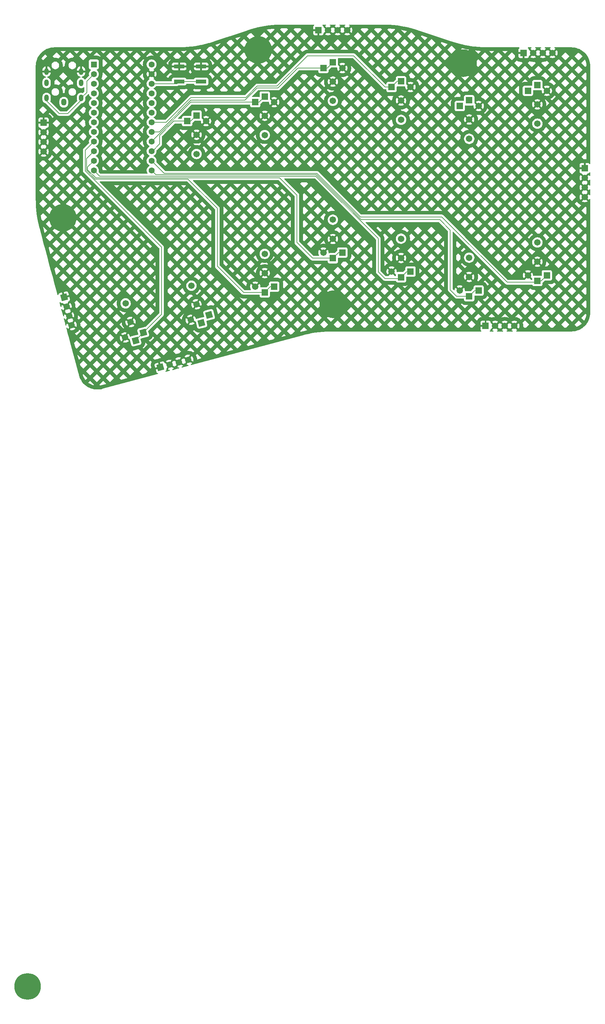
<source format=gbr>
G04 #@! TF.GenerationSoftware,KiCad,Pcbnew,9.0.2*
G04 #@! TF.CreationDate,2025-12-10T20:56:19-05:00*
G04 #@! TF.ProjectId,ThumbsUp,5468756d-6273-4557-902e-6b696361645f,rev?*
G04 #@! TF.SameCoordinates,Original*
G04 #@! TF.FileFunction,Copper,L2,Bot*
G04 #@! TF.FilePolarity,Positive*
%FSLAX46Y46*%
G04 Gerber Fmt 4.6, Leading zero omitted, Abs format (unit mm)*
G04 Created by KiCad (PCBNEW 9.0.2) date 2025-12-10 20:56:19*
%MOMM*%
%LPD*%
G01*
G04 APERTURE LIST*
G04 Aperture macros list*
%AMRotRect*
0 Rectangle, with rotation*
0 The origin of the aperture is its center*
0 $1 length*
0 $2 width*
0 $3 Rotation angle, in degrees counterclockwise*
0 Add horizontal line*
21,1,$1,$2,0,0,$3*%
G04 Aperture macros list end*
G04 #@! TA.AperFunction,ComponentPad*
%ADD10R,1.701800X1.701800*%
G04 #@! TD*
G04 #@! TA.AperFunction,ComponentPad*
%ADD11C,1.701800*%
G04 #@! TD*
G04 #@! TA.AperFunction,ComponentPad*
%ADD12R,1.600000X1.600000*%
G04 #@! TD*
G04 #@! TA.AperFunction,ComponentPad*
%ADD13C,1.600000*%
G04 #@! TD*
G04 #@! TA.AperFunction,ComponentPad*
%ADD14C,7.000000*%
G04 #@! TD*
G04 #@! TA.AperFunction,ComponentPad*
%ADD15R,1.700000X1.700000*%
G04 #@! TD*
G04 #@! TA.AperFunction,ComponentPad*
%ADD16C,1.700000*%
G04 #@! TD*
G04 #@! TA.AperFunction,ComponentPad*
%ADD17RotRect,1.700000X1.700000X105.000000*%
G04 #@! TD*
G04 #@! TA.AperFunction,ComponentPad*
%ADD18RotRect,1.701800X1.701800X195.000000*%
G04 #@! TD*
G04 #@! TA.AperFunction,ComponentPad*
%ADD19O,1.200000X1.800000*%
G04 #@! TD*
G04 #@! TA.AperFunction,ComponentPad*
%ADD20RotRect,1.700000X1.700000X15.000000*%
G04 #@! TD*
G04 #@! TA.AperFunction,SMDPad,CuDef*
%ADD21R,2.800000X1.000000*%
G04 #@! TD*
G04 #@! TA.AperFunction,Conductor*
%ADD22C,0.200000*%
G04 #@! TD*
G04 APERTURE END LIST*
D10*
X82500000Y-42000000D03*
X85000000Y-40500000D03*
D11*
X85000000Y-45580000D03*
X87500000Y-42000000D03*
X85000000Y-50660000D03*
D12*
X39880000Y-32030000D03*
D13*
X39880000Y-34570000D03*
X39880000Y-37110000D03*
X39880000Y-39650000D03*
X39880000Y-42190000D03*
X39880000Y-44730000D03*
X39880000Y-47270000D03*
X39880000Y-49810000D03*
X39880000Y-52350000D03*
X39880000Y-54890000D03*
X39880000Y-57430000D03*
X39880000Y-59970000D03*
X55120000Y-59970000D03*
X55120000Y-57430000D03*
X55120000Y-54890000D03*
X55120000Y-52350000D03*
X55120000Y-49810000D03*
X55120000Y-47270000D03*
X55120000Y-44730000D03*
X55120000Y-42190000D03*
X55120000Y-39650000D03*
X55120000Y-37110000D03*
X55120000Y-34570000D03*
X55120000Y-32030000D03*
D10*
X118500000Y-38000000D03*
X121000000Y-36500000D03*
D11*
X121000000Y-41580000D03*
X123500000Y-38000000D03*
X121000000Y-46660000D03*
D10*
X64500000Y-47000000D03*
X67000000Y-45500000D03*
D11*
X67000000Y-50580000D03*
X69500000Y-47000000D03*
X67000000Y-55660000D03*
D14*
X137400000Y-31700000D03*
D15*
X143320000Y-101000000D03*
D16*
X145860000Y-101000000D03*
X148400000Y-101000000D03*
X150940000Y-101000000D03*
D15*
X99160000Y-23000000D03*
D16*
X101700000Y-23000000D03*
X104240000Y-23000000D03*
X106780000Y-23000000D03*
D15*
X26600000Y-47400000D03*
D16*
X26600000Y-49940000D03*
X26600000Y-52480000D03*
X26600000Y-55020000D03*
D14*
X103100000Y-95300000D03*
D17*
X57464120Y-111922566D03*
D16*
X59917572Y-111265166D03*
X62371023Y-110607765D03*
X64824475Y-109950365D03*
D10*
X87500000Y-90660000D03*
X85000000Y-92160000D03*
D11*
X85000000Y-87080000D03*
X82500000Y-90660000D03*
X85000000Y-82000000D03*
D18*
X70302933Y-98114632D03*
X68276347Y-100210568D03*
D11*
X66961546Y-95303665D03*
X65473304Y-99408727D03*
X65646746Y-90396763D03*
D10*
X159500000Y-87660000D03*
X157000000Y-89160000D03*
D11*
X157000000Y-84080000D03*
X154500000Y-87660000D03*
X157000000Y-79000000D03*
D18*
X52916268Y-102773375D03*
X50889682Y-104869311D03*
D11*
X49574881Y-99962408D03*
X48086639Y-104067470D03*
X48260081Y-95055506D03*
D14*
X31683570Y-72500000D03*
D15*
X169500000Y-59400000D03*
D16*
X169500000Y-61940000D03*
X169500000Y-64480000D03*
X169500000Y-67020000D03*
D19*
X36500000Y-33900000D03*
X36500000Y-36900000D03*
X36500000Y-40900000D03*
X31900000Y-42000000D03*
D10*
X154500000Y-39000000D03*
X157000000Y-37500000D03*
D11*
X157000000Y-42580000D03*
X159500000Y-39000000D03*
X157000000Y-47660000D03*
D10*
X136500000Y-43000000D03*
X139000000Y-41500000D03*
D11*
X139000000Y-46580000D03*
X141500000Y-43000000D03*
X139000000Y-51660000D03*
D20*
X32027799Y-93439645D03*
D16*
X32685199Y-95893097D03*
X33342600Y-98346548D03*
X34000000Y-100800000D03*
D15*
X153380000Y-29000000D03*
D16*
X155920000Y-29000000D03*
X158460000Y-29000000D03*
X161000000Y-29000000D03*
D10*
X141500000Y-91660000D03*
X139000000Y-93160000D03*
D11*
X139000000Y-88080000D03*
X136500000Y-91660000D03*
X139000000Y-83000000D03*
D10*
X105500000Y-81660000D03*
X103000000Y-83160000D03*
D11*
X103000000Y-78080000D03*
X100500000Y-81660000D03*
X103000000Y-73000000D03*
D10*
X123500000Y-86660000D03*
X121000000Y-88160000D03*
D11*
X121000000Y-83080000D03*
X118500000Y-86660000D03*
X121000000Y-78000000D03*
D10*
X100500000Y-33000000D03*
X103000000Y-31500000D03*
D11*
X103000000Y-36580000D03*
X105500000Y-33000000D03*
X103000000Y-41660000D03*
D14*
X83300000Y-28200000D03*
X22400000Y-275200000D03*
D21*
X62410000Y-36550000D03*
X68210000Y-36550000D03*
X62410000Y-32550000D03*
X68210000Y-32550000D03*
D19*
X27400000Y-33900000D03*
X27400000Y-36900000D03*
X27400000Y-40900000D03*
X32000000Y-42000000D03*
D22*
X38000000Y-36450000D02*
X38000000Y-39400000D01*
X36500000Y-41500000D02*
X36500000Y-40900000D01*
X27400000Y-40900000D02*
X27400000Y-41650000D01*
X33000000Y-45000000D02*
X36500000Y-41500000D01*
X27400000Y-41650000D02*
X30750000Y-45000000D01*
X30750000Y-45000000D02*
X33000000Y-45000000D01*
X39880000Y-34570000D02*
X38000000Y-36450000D01*
X38000000Y-39400000D02*
X36500000Y-40900000D01*
X57250000Y-53000000D02*
X57250000Y-50750000D01*
X55360000Y-54890000D02*
X57250000Y-53000000D01*
X55120000Y-54890000D02*
X55360000Y-54890000D01*
X65500000Y-47000000D02*
X67000000Y-45500000D01*
X64500000Y-47000000D02*
X65500000Y-47000000D01*
X61000000Y-47000000D02*
X64500000Y-47000000D01*
X57250000Y-50750000D02*
X61000000Y-47000000D01*
X53781292Y-76250000D02*
X53781292Y-76281292D01*
X37594000Y-60062708D02*
X53781292Y-76250000D01*
X57750000Y-80250000D02*
X57750000Y-97939643D01*
X52916268Y-102773375D02*
X50889682Y-104799961D01*
X37594000Y-54636000D02*
X37594000Y-60062708D01*
X53781292Y-76281292D02*
X57750000Y-80250000D01*
X50889682Y-104799961D02*
X50889682Y-104869311D01*
X39880000Y-52350000D02*
X37594000Y-54636000D01*
X57750000Y-97939643D02*
X52916268Y-102773375D01*
X55120000Y-52350000D02*
X65470000Y-42000000D01*
X82500000Y-42000000D02*
X83500000Y-42000000D01*
X65470000Y-42000000D02*
X82500000Y-42000000D01*
X83500000Y-42000000D02*
X85000000Y-40500000D01*
X37922000Y-59928260D02*
X40243740Y-62250000D01*
X40243740Y-62250000D02*
X64750000Y-62250000D01*
X87500000Y-90660000D02*
X86500000Y-90660000D01*
X72500000Y-70000000D02*
X72500000Y-85250000D01*
X37922000Y-56848000D02*
X37922000Y-59928260D01*
X39880000Y-54890000D02*
X37922000Y-56848000D01*
X79410000Y-92160000D02*
X85000000Y-92160000D01*
X72500000Y-85250000D02*
X79410000Y-92160000D01*
X86500000Y-90660000D02*
X85000000Y-92160000D01*
X64750000Y-62250000D02*
X72500000Y-70000000D01*
X57190000Y-49810000D02*
X65500000Y-41500000D01*
X88500000Y-38250000D02*
X93750000Y-33000000D01*
X65500000Y-41500000D02*
X79750000Y-41500000D01*
X101500000Y-33000000D02*
X100500000Y-33000000D01*
X103000000Y-31500000D02*
X101500000Y-33000000D01*
X55120000Y-49810000D02*
X57190000Y-49810000D01*
X83000000Y-38250000D02*
X88500000Y-38250000D01*
X93750000Y-33000000D02*
X100500000Y-33000000D01*
X79750000Y-41500000D02*
X83000000Y-38250000D01*
X93500000Y-79000000D02*
X97660000Y-83160000D01*
X93500000Y-66500000D02*
X93500000Y-79000000D01*
X97660000Y-83160000D02*
X103000000Y-83160000D01*
X39880000Y-57430000D02*
X38250000Y-59060000D01*
X38250000Y-59060000D02*
X38250000Y-59793812D01*
X40379188Y-61923000D02*
X88923000Y-61923000D01*
X38250000Y-59793812D02*
X40379188Y-61923000D01*
X103000000Y-83160000D02*
X104500000Y-81660000D01*
X104500000Y-81660000D02*
X105500000Y-81660000D01*
X88923000Y-61923000D02*
X93500000Y-66500000D01*
X58980000Y-47270000D02*
X65500000Y-40750000D01*
X121000000Y-36500000D02*
X120000000Y-36500000D01*
X96250000Y-29750000D02*
X108500000Y-29750000D01*
X55120000Y-47270000D02*
X58980000Y-47270000D01*
X80000000Y-40750000D02*
X83000000Y-37750000D01*
X108500000Y-29750000D02*
X116750000Y-38000000D01*
X120000000Y-36500000D02*
X118500000Y-38000000D01*
X83000000Y-37750000D02*
X88250000Y-37750000D01*
X65500000Y-40750000D02*
X80000000Y-40750000D01*
X116750000Y-38000000D02*
X118500000Y-38000000D01*
X88250000Y-37750000D02*
X96250000Y-29750000D01*
X41410000Y-61500000D02*
X98500000Y-61500000D01*
X120660000Y-88500000D02*
X121000000Y-88160000D01*
X98500000Y-61500000D02*
X114988900Y-77988900D01*
X116750000Y-88500000D02*
X120660000Y-88500000D01*
X122500000Y-86660000D02*
X121000000Y-88160000D01*
X114988900Y-77988900D02*
X114988900Y-86738900D01*
X114988900Y-86738900D02*
X116750000Y-88500000D01*
X123500000Y-86660000D02*
X122500000Y-86660000D01*
X39880000Y-59970000D02*
X41410000Y-61500000D01*
X134000000Y-75750000D02*
X134000000Y-91500000D01*
X55120000Y-59970000D02*
X56227000Y-61077000D01*
X98539448Y-61077000D02*
X110462448Y-73000000D01*
X140500000Y-91660000D02*
X139000000Y-93160000D01*
X56227000Y-61077000D02*
X98539448Y-61077000D01*
X141500000Y-91660000D02*
X140500000Y-91660000D01*
X135660000Y-93160000D02*
X139000000Y-93160000D01*
X131250000Y-73000000D02*
X134000000Y-75750000D01*
X110462448Y-73000000D02*
X131250000Y-73000000D01*
X134000000Y-91500000D02*
X135660000Y-93160000D01*
X158000000Y-89160000D02*
X159500000Y-87660000D01*
X110250000Y-72250000D02*
X131750000Y-72250000D01*
X55120000Y-57430000D02*
X58440000Y-60750000D01*
X156660000Y-89500000D02*
X157000000Y-89160000D01*
X131750000Y-72250000D02*
X149000000Y-89500000D01*
X149000000Y-89500000D02*
X156660000Y-89500000D01*
X98750000Y-60750000D02*
X110250000Y-72250000D01*
X58440000Y-60750000D02*
X98750000Y-60750000D01*
X157000000Y-89160000D02*
X158000000Y-89160000D01*
X61850000Y-37110000D02*
X62410000Y-36550000D01*
X55120000Y-37110000D02*
X61850000Y-37110000D01*
X62410000Y-36550000D02*
X68210000Y-36550000D01*
G04 #@! TA.AperFunction,Conductor*
G36*
X155604281Y-88410729D02*
G01*
X155637766Y-88472052D01*
X155640600Y-88498410D01*
X155640600Y-88767500D01*
X155620915Y-88834539D01*
X155568111Y-88880294D01*
X155516600Y-88891500D01*
X155387408Y-88891500D01*
X155320369Y-88871815D01*
X155274614Y-88819011D01*
X155267991Y-88781543D01*
X154708529Y-88222081D01*
X154730395Y-88216223D01*
X154866505Y-88137639D01*
X154977639Y-88026505D01*
X155056223Y-87890395D01*
X155062081Y-87868529D01*
X155604281Y-88410729D01*
G37*
G04 #@! TD.AperFunction*
G04 #@! TA.AperFunction,Conductor*
G36*
X119604281Y-87410728D02*
G01*
X119637766Y-87472051D01*
X119640600Y-87498409D01*
X119640600Y-87767500D01*
X119620915Y-87834539D01*
X119568111Y-87880294D01*
X119516600Y-87891500D01*
X119387408Y-87891500D01*
X119320369Y-87871815D01*
X119274614Y-87819011D01*
X119267991Y-87781543D01*
X118708529Y-87222081D01*
X118730395Y-87216223D01*
X118866505Y-87137639D01*
X118977639Y-87026505D01*
X119056223Y-86890395D01*
X119062081Y-86868528D01*
X119604281Y-87410728D01*
G37*
G04 #@! TD.AperFunction*
G04 #@! TA.AperFunction,Conductor*
G36*
X98004375Y-21545185D02*
G01*
X98050130Y-21597989D01*
X98060074Y-21667147D01*
X98031049Y-21730703D01*
X98011647Y-21748767D01*
X97952809Y-21792813D01*
X97866649Y-21907906D01*
X97866645Y-21907913D01*
X97816403Y-22042620D01*
X97816401Y-22042627D01*
X97810000Y-22102155D01*
X97810000Y-22750000D01*
X98726988Y-22750000D01*
X98694075Y-22807007D01*
X98660000Y-22934174D01*
X98660000Y-23065826D01*
X98694075Y-23192993D01*
X98726988Y-23250000D01*
X97810000Y-23250000D01*
X97810000Y-23897844D01*
X97816401Y-23957372D01*
X97816403Y-23957379D01*
X97866645Y-24092086D01*
X97866649Y-24092093D01*
X97952809Y-24207187D01*
X97952812Y-24207190D01*
X98067906Y-24293350D01*
X98067913Y-24293354D01*
X98202620Y-24343596D01*
X98202627Y-24343598D01*
X98262155Y-24349999D01*
X98262172Y-24350000D01*
X98910000Y-24350000D01*
X98910000Y-23433012D01*
X98967007Y-23465925D01*
X99094174Y-23500000D01*
X99225826Y-23500000D01*
X99352993Y-23465925D01*
X99410000Y-23433012D01*
X99410000Y-24350000D01*
X100057828Y-24350000D01*
X100057844Y-24349999D01*
X100117372Y-24343598D01*
X100117379Y-24343596D01*
X100252086Y-24293354D01*
X100252093Y-24293350D01*
X100367187Y-24207190D01*
X100367190Y-24207187D01*
X100453350Y-24092093D01*
X100453354Y-24092086D01*
X100503598Y-23957375D01*
X100512501Y-23874556D01*
X100515550Y-23874883D01*
X100514642Y-23857984D01*
X100547642Y-23798802D01*
X101217037Y-23129408D01*
X101234075Y-23192993D01*
X101299901Y-23307007D01*
X101392993Y-23400099D01*
X101507007Y-23465925D01*
X101570590Y-23482962D01*
X100938282Y-24115269D01*
X100938282Y-24115270D01*
X100992449Y-24154624D01*
X101181782Y-24251095D01*
X101383870Y-24316757D01*
X101593754Y-24350000D01*
X101806246Y-24350000D01*
X102016127Y-24316757D01*
X102016130Y-24316757D01*
X102218217Y-24251095D01*
X102407554Y-24154622D01*
X102461716Y-24115270D01*
X102461717Y-24115270D01*
X101829408Y-23482962D01*
X101892993Y-23465925D01*
X102007007Y-23400099D01*
X102100099Y-23307007D01*
X102165925Y-23192993D01*
X102182962Y-23129408D01*
X102815270Y-23761717D01*
X102815270Y-23761716D01*
X102854622Y-23707554D01*
X102859514Y-23697954D01*
X102907488Y-23647157D01*
X102975308Y-23630361D01*
X103041444Y-23652897D01*
X103080486Y-23697954D01*
X103085375Y-23707550D01*
X103124728Y-23761716D01*
X103757037Y-23129408D01*
X103774075Y-23192993D01*
X103839901Y-23307007D01*
X103932993Y-23400099D01*
X104047007Y-23465925D01*
X104110590Y-23482962D01*
X103478282Y-24115269D01*
X103478282Y-24115270D01*
X103532449Y-24154624D01*
X103721782Y-24251095D01*
X103923870Y-24316757D01*
X104133754Y-24350000D01*
X104346246Y-24350000D01*
X104556127Y-24316757D01*
X104556130Y-24316757D01*
X104758217Y-24251095D01*
X104947554Y-24154622D01*
X105001716Y-24115270D01*
X105001717Y-24115270D01*
X104369408Y-23482962D01*
X104432993Y-23465925D01*
X104547007Y-23400099D01*
X104640099Y-23307007D01*
X104705925Y-23192993D01*
X104722962Y-23129409D01*
X105355270Y-23761717D01*
X105355270Y-23761716D01*
X105394622Y-23707554D01*
X105399514Y-23697954D01*
X105447488Y-23647157D01*
X105515308Y-23630361D01*
X105581444Y-23652897D01*
X105620486Y-23697954D01*
X105625375Y-23707550D01*
X105664728Y-23761716D01*
X106297037Y-23129408D01*
X106314075Y-23192993D01*
X106379901Y-23307007D01*
X106472993Y-23400099D01*
X106587007Y-23465925D01*
X106650590Y-23482962D01*
X106018282Y-24115269D01*
X106018282Y-24115270D01*
X106072449Y-24154624D01*
X106261782Y-24251095D01*
X106463870Y-24316757D01*
X106673754Y-24350000D01*
X106886246Y-24350000D01*
X107096127Y-24316757D01*
X107096130Y-24316757D01*
X107298217Y-24251095D01*
X107487554Y-24154622D01*
X107541716Y-24115270D01*
X107541717Y-24115270D01*
X106909408Y-23482962D01*
X106972993Y-23465925D01*
X107087007Y-23400099D01*
X107180099Y-23307007D01*
X107245925Y-23192993D01*
X107262962Y-23129408D01*
X107895270Y-23761717D01*
X107895270Y-23761716D01*
X107934622Y-23707554D01*
X108031095Y-23518217D01*
X108096757Y-23316130D01*
X108096757Y-23316127D01*
X108130000Y-23106246D01*
X108130000Y-22893753D01*
X108118925Y-22823833D01*
X110279640Y-22823833D01*
X111341715Y-23885907D01*
X112403790Y-22823833D01*
X113815174Y-22823833D01*
X114877249Y-23885908D01*
X115939324Y-22823833D01*
X115939323Y-22823832D01*
X117350707Y-22823832D01*
X118412783Y-23885908D01*
X119360182Y-22938509D01*
X121000918Y-22938509D01*
X121948316Y-23885907D01*
X122582985Y-23251238D01*
X121690855Y-23061893D01*
X121000918Y-22938509D01*
X119360182Y-22938509D01*
X119474858Y-22823833D01*
X119358658Y-22707633D01*
X118924234Y-22658505D01*
X117995053Y-22583603D01*
X117609556Y-22564983D01*
X117350707Y-22823832D01*
X115939323Y-22823832D01*
X115638991Y-22523500D01*
X114115507Y-22523500D01*
X113815174Y-22823833D01*
X112403790Y-22823833D01*
X112103457Y-22523500D01*
X110579974Y-22523500D01*
X110279640Y-22823833D01*
X108118925Y-22823833D01*
X108096757Y-22683872D01*
X108096757Y-22683869D01*
X108031095Y-22481782D01*
X107934624Y-22292449D01*
X107895270Y-22238282D01*
X107895269Y-22238282D01*
X107262962Y-22870590D01*
X107245925Y-22807007D01*
X107180099Y-22692993D01*
X107087007Y-22599901D01*
X106972993Y-22534075D01*
X106909409Y-22517037D01*
X107541716Y-21884728D01*
X107487550Y-21845375D01*
X107319964Y-21759985D01*
X107269168Y-21712010D01*
X107252373Y-21644189D01*
X107274911Y-21578054D01*
X107329626Y-21534603D01*
X107376259Y-21525500D01*
X116123385Y-21525500D01*
X116130670Y-21525500D01*
X116132664Y-21525515D01*
X117093976Y-21540981D01*
X117097871Y-21541106D01*
X118057252Y-21587443D01*
X118061176Y-21587697D01*
X119018497Y-21664867D01*
X119022412Y-21665246D01*
X119976793Y-21773177D01*
X119980702Y-21773682D01*
X120931123Y-21912260D01*
X120935031Y-21912895D01*
X121660427Y-22042620D01*
X121880409Y-22081960D01*
X121884326Y-22082725D01*
X122823835Y-22282127D01*
X122827667Y-22283005D01*
X123760252Y-22512521D01*
X123764104Y-22513534D01*
X124688861Y-22772944D01*
X124692665Y-22774078D01*
X125608943Y-23063209D01*
X125610764Y-23063800D01*
X134328210Y-25969616D01*
X134328235Y-25969633D01*
X134373430Y-25984698D01*
X134373430Y-25984699D01*
X134831715Y-26137472D01*
X135476477Y-26329579D01*
X135757637Y-26413351D01*
X135757645Y-26413353D01*
X136691972Y-26659304D01*
X136691976Y-26659305D01*
X136691984Y-26659307D01*
X137495553Y-26843414D01*
X137633726Y-26875071D01*
X138581935Y-27060430D01*
X139535615Y-27215190D01*
X140179735Y-27298548D01*
X140493762Y-27339189D01*
X140493776Y-27339190D01*
X140493781Y-27339191D01*
X141455440Y-27432303D01*
X141455453Y-27432303D01*
X141455455Y-27432304D01*
X142419579Y-27494431D01*
X142419581Y-27494431D01*
X142419596Y-27494432D01*
X143385252Y-27525512D01*
X143868330Y-27525500D01*
X143876615Y-27525500D01*
X152157336Y-27525500D01*
X152224375Y-27545185D01*
X152270130Y-27597989D01*
X152280074Y-27667147D01*
X152251049Y-27730703D01*
X152231647Y-27748767D01*
X152172809Y-27792813D01*
X152086649Y-27907906D01*
X152086645Y-27907913D01*
X152036403Y-28042620D01*
X152036401Y-28042627D01*
X152030000Y-28102155D01*
X152030000Y-28750000D01*
X152946988Y-28750000D01*
X152914075Y-28807007D01*
X152880000Y-28934174D01*
X152880000Y-29065826D01*
X152914075Y-29192993D01*
X152946988Y-29250000D01*
X152030000Y-29250000D01*
X152030000Y-29897844D01*
X152036401Y-29957372D01*
X152036403Y-29957379D01*
X152086645Y-30092086D01*
X152086649Y-30092093D01*
X152172809Y-30207187D01*
X152172812Y-30207190D01*
X152287906Y-30293350D01*
X152287913Y-30293354D01*
X152422620Y-30343596D01*
X152422627Y-30343598D01*
X152482155Y-30349999D01*
X152482172Y-30350000D01*
X153130000Y-30350000D01*
X153130000Y-29433012D01*
X153187007Y-29465925D01*
X153314174Y-29500000D01*
X153445826Y-29500000D01*
X153572993Y-29465925D01*
X153630000Y-29433012D01*
X153630000Y-30350000D01*
X154277828Y-30350000D01*
X154277844Y-30349999D01*
X154337372Y-30343598D01*
X154337379Y-30343596D01*
X154472086Y-30293354D01*
X154472093Y-30293350D01*
X154587187Y-30207190D01*
X154587190Y-30207187D01*
X154673350Y-30092093D01*
X154673354Y-30092086D01*
X154723598Y-29957375D01*
X154732501Y-29874556D01*
X154735550Y-29874883D01*
X154734642Y-29857984D01*
X154767642Y-29798802D01*
X155437037Y-29129408D01*
X155454075Y-29192993D01*
X155519901Y-29307007D01*
X155612993Y-29400099D01*
X155727007Y-29465925D01*
X155790590Y-29482962D01*
X155158282Y-30115269D01*
X155158282Y-30115270D01*
X155212449Y-30154624D01*
X155401782Y-30251095D01*
X155603870Y-30316757D01*
X155813754Y-30350000D01*
X156026246Y-30350000D01*
X156236127Y-30316757D01*
X156236130Y-30316757D01*
X156438217Y-30251095D01*
X156627554Y-30154622D01*
X156681716Y-30115270D01*
X156681717Y-30115270D01*
X156049408Y-29482962D01*
X156112993Y-29465925D01*
X156227007Y-29400099D01*
X156320099Y-29307007D01*
X156385925Y-29192993D01*
X156402962Y-29129408D01*
X157035270Y-29761717D01*
X157035270Y-29761716D01*
X157074622Y-29707554D01*
X157079514Y-29697954D01*
X157127488Y-29647157D01*
X157195308Y-29630361D01*
X157261444Y-29652897D01*
X157300486Y-29697954D01*
X157305375Y-29707550D01*
X157344728Y-29761716D01*
X157977037Y-29129408D01*
X157994075Y-29192993D01*
X158059901Y-29307007D01*
X158152993Y-29400099D01*
X158267007Y-29465925D01*
X158330590Y-29482962D01*
X157698282Y-30115269D01*
X157698282Y-30115270D01*
X157752449Y-30154624D01*
X157941782Y-30251095D01*
X158143870Y-30316757D01*
X158353754Y-30350000D01*
X158566246Y-30350000D01*
X158776127Y-30316757D01*
X158776130Y-30316757D01*
X158978217Y-30251095D01*
X159167554Y-30154622D01*
X159221716Y-30115270D01*
X159221717Y-30115270D01*
X158589408Y-29482962D01*
X158652993Y-29465925D01*
X158767007Y-29400099D01*
X158860099Y-29307007D01*
X158925925Y-29192993D01*
X158942962Y-29129409D01*
X159575270Y-29761717D01*
X159575270Y-29761716D01*
X159614622Y-29707554D01*
X159619514Y-29697954D01*
X159667488Y-29647157D01*
X159735308Y-29630361D01*
X159801444Y-29652897D01*
X159840486Y-29697954D01*
X159845375Y-29707550D01*
X159884728Y-29761716D01*
X160517037Y-29129408D01*
X160534075Y-29192993D01*
X160599901Y-29307007D01*
X160692993Y-29400099D01*
X160807007Y-29465925D01*
X160870590Y-29482962D01*
X160238282Y-30115269D01*
X160238282Y-30115270D01*
X160292449Y-30154624D01*
X160481782Y-30251095D01*
X160683870Y-30316757D01*
X160893754Y-30350000D01*
X161106246Y-30350000D01*
X161316127Y-30316757D01*
X161316130Y-30316757D01*
X161518217Y-30251095D01*
X161707554Y-30154622D01*
X161761716Y-30115270D01*
X161761717Y-30115270D01*
X161541348Y-29894901D01*
X163312649Y-29894901D01*
X164374724Y-30956976D01*
X165436799Y-29894901D01*
X165436798Y-29894900D01*
X166848182Y-29894900D01*
X167910258Y-30956976D01*
X168972333Y-29894901D01*
X168435586Y-29358154D01*
X168174475Y-29171723D01*
X167892178Y-29003512D01*
X167789679Y-28953403D01*
X166848182Y-29894900D01*
X165436798Y-29894900D01*
X164374724Y-28832826D01*
X163312649Y-29894901D01*
X161541348Y-29894901D01*
X161129408Y-29482962D01*
X161192993Y-29465925D01*
X161307007Y-29400099D01*
X161400099Y-29307007D01*
X161465925Y-29192993D01*
X161482962Y-29129408D01*
X162115270Y-29761717D01*
X162115270Y-29761716D01*
X162154622Y-29707554D01*
X162251095Y-29518217D01*
X162316757Y-29316130D01*
X162316757Y-29316127D01*
X162350000Y-29106246D01*
X162350000Y-28893753D01*
X162316757Y-28683872D01*
X162316757Y-28683869D01*
X162251095Y-28481782D01*
X162154624Y-28292449D01*
X162115270Y-28238282D01*
X162115269Y-28238282D01*
X161482962Y-28870590D01*
X161465925Y-28807007D01*
X161400099Y-28692993D01*
X161307007Y-28599901D01*
X161192993Y-28534075D01*
X161129409Y-28517037D01*
X161761716Y-27884728D01*
X161707550Y-27845375D01*
X161539964Y-27759985D01*
X161489168Y-27712010D01*
X161472373Y-27644189D01*
X161494911Y-27578054D01*
X161549626Y-27534603D01*
X161596259Y-27525500D01*
X165991715Y-27525500D01*
X165997439Y-27525500D01*
X166002562Y-27525605D01*
X166405682Y-27542278D01*
X166415855Y-27543121D01*
X166813690Y-27592712D01*
X166823798Y-27594399D01*
X167216146Y-27676665D01*
X167226082Y-27679181D01*
X167610319Y-27793573D01*
X167619987Y-27796892D01*
X167845086Y-27884727D01*
X167993459Y-27942623D01*
X168002830Y-27946732D01*
X168362998Y-28122808D01*
X168371994Y-28127677D01*
X168716390Y-28332891D01*
X168724965Y-28338493D01*
X168873386Y-28444464D01*
X169051224Y-28571439D01*
X169059311Y-28577733D01*
X169365229Y-28836831D01*
X169372769Y-28843773D01*
X169656226Y-29127230D01*
X169663168Y-29134770D01*
X169922266Y-29440688D01*
X169928560Y-29448775D01*
X170106472Y-29697954D01*
X170155012Y-29765939D01*
X170161502Y-29775028D01*
X170167108Y-29783609D01*
X170372322Y-30128005D01*
X170377195Y-30137010D01*
X170545145Y-30480556D01*
X170553260Y-30497155D01*
X170557376Y-30506540D01*
X170703102Y-30880000D01*
X170706430Y-30889693D01*
X170820818Y-31273917D01*
X170823334Y-31283853D01*
X170905600Y-31676201D01*
X170907287Y-31686309D01*
X170956876Y-32084123D01*
X170957722Y-32094337D01*
X170974394Y-32497437D01*
X170974500Y-32502561D01*
X170974500Y-58177335D01*
X170954815Y-58244374D01*
X170902011Y-58290129D01*
X170832853Y-58300073D01*
X170769297Y-58271048D01*
X170751234Y-58251647D01*
X170707187Y-58192809D01*
X170592093Y-58106649D01*
X170592086Y-58106645D01*
X170457379Y-58056403D01*
X170457372Y-58056401D01*
X170397844Y-58050000D01*
X169750000Y-58050000D01*
X169750000Y-58966988D01*
X169692993Y-58934075D01*
X169565826Y-58900000D01*
X169434174Y-58900000D01*
X169307007Y-58934075D01*
X169250000Y-58966988D01*
X169250000Y-58050000D01*
X168602155Y-58050000D01*
X168542627Y-58056401D01*
X168542620Y-58056403D01*
X168407913Y-58106645D01*
X168407906Y-58106649D01*
X168292812Y-58192809D01*
X168292809Y-58192812D01*
X168206649Y-58307906D01*
X168206645Y-58307913D01*
X168156403Y-58442620D01*
X168156401Y-58442627D01*
X168150000Y-58502155D01*
X168150000Y-59150000D01*
X169066988Y-59150000D01*
X169034075Y-59207007D01*
X169000000Y-59334174D01*
X169000000Y-59465826D01*
X169034075Y-59592993D01*
X169066988Y-59650000D01*
X168150000Y-59650000D01*
X168150000Y-60297844D01*
X168156401Y-60357372D01*
X168156403Y-60357379D01*
X168206645Y-60492086D01*
X168206649Y-60492093D01*
X168292809Y-60607187D01*
X168292812Y-60607190D01*
X168407906Y-60693350D01*
X168407913Y-60693354D01*
X168542620Y-60743596D01*
X168542619Y-60743596D01*
X168625444Y-60752501D01*
X168625116Y-60755550D01*
X168642014Y-60754642D01*
X168701196Y-60787642D01*
X169370591Y-61457037D01*
X169307007Y-61474075D01*
X169192993Y-61539901D01*
X169099901Y-61632993D01*
X169034075Y-61747007D01*
X169017037Y-61810591D01*
X168384728Y-61178282D01*
X168384727Y-61178282D01*
X168345380Y-61232439D01*
X168248904Y-61421782D01*
X168183242Y-61623869D01*
X168183242Y-61623872D01*
X168150000Y-61833753D01*
X168150000Y-62046246D01*
X168183242Y-62256127D01*
X168183242Y-62256130D01*
X168248904Y-62458217D01*
X168345375Y-62647550D01*
X168384728Y-62701716D01*
X169017037Y-62069408D01*
X169034075Y-62132993D01*
X169099901Y-62247007D01*
X169192993Y-62340099D01*
X169307007Y-62405925D01*
X169370590Y-62422962D01*
X168738282Y-63055269D01*
X168738282Y-63055270D01*
X168792452Y-63094626D01*
X168802048Y-63099516D01*
X168852844Y-63147491D01*
X168869638Y-63215312D01*
X168847100Y-63281447D01*
X168802051Y-63320483D01*
X168792440Y-63325380D01*
X168738282Y-63364727D01*
X168738282Y-63364728D01*
X169370591Y-63997037D01*
X169307007Y-64014075D01*
X169192993Y-64079901D01*
X169099901Y-64172993D01*
X169034075Y-64287007D01*
X169017037Y-64350591D01*
X168384728Y-63718282D01*
X168384727Y-63718282D01*
X168345380Y-63772439D01*
X168248904Y-63961782D01*
X168183242Y-64163869D01*
X168183242Y-64163872D01*
X168150000Y-64373753D01*
X168150000Y-64586246D01*
X168183242Y-64796127D01*
X168183242Y-64796130D01*
X168248904Y-64998217D01*
X168345375Y-65187550D01*
X168384728Y-65241716D01*
X169017037Y-64609408D01*
X169034075Y-64672993D01*
X169099901Y-64787007D01*
X169192993Y-64880099D01*
X169307007Y-64945925D01*
X169370590Y-64962962D01*
X168738282Y-65595269D01*
X168738282Y-65595270D01*
X168792452Y-65634626D01*
X168802048Y-65639516D01*
X168852844Y-65687491D01*
X168869638Y-65755312D01*
X168847100Y-65821447D01*
X168802051Y-65860483D01*
X168792440Y-65865380D01*
X168738282Y-65904727D01*
X168738282Y-65904728D01*
X169370591Y-66537037D01*
X169307007Y-66554075D01*
X169192993Y-66619901D01*
X169099901Y-66712993D01*
X169034075Y-66827007D01*
X169017037Y-66890591D01*
X168384728Y-66258282D01*
X168384727Y-66258282D01*
X168345380Y-66312439D01*
X168248904Y-66501782D01*
X168183242Y-66703869D01*
X168183242Y-66703872D01*
X168150000Y-66913753D01*
X168150000Y-67126246D01*
X168183242Y-67336127D01*
X168183242Y-67336130D01*
X168248904Y-67538217D01*
X168345375Y-67727550D01*
X168384728Y-67781716D01*
X169017037Y-67149408D01*
X169034075Y-67212993D01*
X169099901Y-67327007D01*
X169192993Y-67420099D01*
X169307007Y-67485925D01*
X169370590Y-67502962D01*
X168738282Y-68135269D01*
X168738282Y-68135270D01*
X168792449Y-68174624D01*
X168981782Y-68271095D01*
X169183870Y-68336757D01*
X169393754Y-68370000D01*
X169606246Y-68370000D01*
X169816127Y-68336757D01*
X169816130Y-68336757D01*
X170018217Y-68271095D01*
X170207554Y-68174622D01*
X170261716Y-68135270D01*
X170261717Y-68135270D01*
X169629408Y-67502962D01*
X169692993Y-67485925D01*
X169807007Y-67420099D01*
X169900099Y-67327007D01*
X169965925Y-67212993D01*
X169982962Y-67149409D01*
X170615270Y-67781717D01*
X170615270Y-67781716D01*
X170654622Y-67727554D01*
X170740015Y-67559963D01*
X170787990Y-67509167D01*
X170855811Y-67492372D01*
X170921946Y-67514909D01*
X170965397Y-67569625D01*
X170974500Y-67616258D01*
X170974500Y-97497438D01*
X170974394Y-97502562D01*
X170957722Y-97905662D01*
X170956876Y-97915876D01*
X170907287Y-98313690D01*
X170905600Y-98323798D01*
X170823334Y-98716146D01*
X170820818Y-98726082D01*
X170706430Y-99110306D01*
X170703102Y-99119999D01*
X170557376Y-99493459D01*
X170553260Y-99502844D01*
X170377200Y-99862981D01*
X170372322Y-99871994D01*
X170167108Y-100216390D01*
X170161502Y-100224971D01*
X169928560Y-100551224D01*
X169922266Y-100559311D01*
X169663168Y-100865229D01*
X169656226Y-100872769D01*
X169372769Y-101156226D01*
X169365229Y-101163168D01*
X169059311Y-101422266D01*
X169051224Y-101428560D01*
X168724971Y-101661502D01*
X168716390Y-101667108D01*
X168371994Y-101872322D01*
X168362981Y-101877200D01*
X168002844Y-102053260D01*
X167993459Y-102057376D01*
X167619999Y-102203102D01*
X167610306Y-102206430D01*
X167226082Y-102320818D01*
X167216146Y-102323334D01*
X166823798Y-102405600D01*
X166813690Y-102407287D01*
X166415876Y-102456876D01*
X166405662Y-102457722D01*
X166002563Y-102474394D01*
X165997439Y-102474500D01*
X151536259Y-102474500D01*
X151469220Y-102454815D01*
X151423465Y-102402011D01*
X151413521Y-102332853D01*
X151442546Y-102269297D01*
X151479964Y-102240015D01*
X151647554Y-102154622D01*
X151701716Y-102115270D01*
X151701717Y-102115270D01*
X151069408Y-101482962D01*
X151132993Y-101465925D01*
X151247007Y-101400099D01*
X151340099Y-101307007D01*
X151405925Y-101192993D01*
X151422962Y-101129409D01*
X152055270Y-101761717D01*
X152055270Y-101761716D01*
X152094622Y-101707554D01*
X152191095Y-101518217D01*
X152256757Y-101316130D01*
X152256757Y-101316127D01*
X152290000Y-101106246D01*
X152290000Y-100893753D01*
X152256757Y-100683872D01*
X152256757Y-100683869D01*
X152191095Y-100481782D01*
X152094624Y-100292449D01*
X152055270Y-100238282D01*
X152055269Y-100238282D01*
X151422962Y-100870590D01*
X151405925Y-100807007D01*
X151340099Y-100692993D01*
X151247007Y-100599901D01*
X151132993Y-100534075D01*
X151069409Y-100517037D01*
X151414578Y-100171867D01*
X153139757Y-100171867D01*
X153211974Y-100394130D01*
X153213389Y-100398794D01*
X153221391Y-100427171D01*
X153222621Y-100431887D01*
X153231769Y-100470004D01*
X153232811Y-100474756D01*
X153238551Y-100503619D01*
X153239406Y-100508407D01*
X153278777Y-100756980D01*
X153279445Y-100761804D01*
X153282905Y-100791038D01*
X153283381Y-100795875D01*
X153286459Y-100834954D01*
X153286746Y-100839819D01*
X153287904Y-100869271D01*
X153288000Y-100874143D01*
X153288000Y-101125857D01*
X153287904Y-101130729D01*
X153286746Y-101160181D01*
X153286459Y-101165046D01*
X153284929Y-101184461D01*
X153576968Y-101476500D01*
X153959276Y-101476500D01*
X154830197Y-100605579D01*
X156241581Y-100605579D01*
X157112502Y-101476500D01*
X157494810Y-101476500D01*
X158365731Y-100605579D01*
X159777115Y-100605579D01*
X160648036Y-101476500D01*
X161030344Y-101476500D01*
X161901265Y-100605579D01*
X163312649Y-100605579D01*
X164183570Y-101476500D01*
X164565878Y-101476500D01*
X165436799Y-100605579D01*
X166848183Y-100605579D01*
X167443349Y-101200745D01*
X167596998Y-101140790D01*
X167892178Y-100996485D01*
X168174475Y-100828274D01*
X168441888Y-100637343D01*
X168692643Y-100424966D01*
X168742182Y-100375428D01*
X167910258Y-99543504D01*
X166848183Y-100605579D01*
X165436799Y-100605579D01*
X164374724Y-99543504D01*
X163312649Y-100605579D01*
X161901265Y-100605579D01*
X160839190Y-99543504D01*
X159777115Y-100605579D01*
X158365731Y-100605579D01*
X157303656Y-99543504D01*
X156241581Y-100605579D01*
X154830197Y-100605579D01*
X153768121Y-99543503D01*
X153139757Y-100171867D01*
X151414578Y-100171867D01*
X151701716Y-99884728D01*
X151647550Y-99845375D01*
X151458217Y-99748904D01*
X151256129Y-99683242D01*
X151046246Y-99650000D01*
X150833754Y-99650000D01*
X150623872Y-99683242D01*
X150623869Y-99683242D01*
X150421782Y-99748904D01*
X150232439Y-99845380D01*
X150178282Y-99884727D01*
X150178282Y-99884728D01*
X150810591Y-100517037D01*
X150747007Y-100534075D01*
X150632993Y-100599901D01*
X150539901Y-100692993D01*
X150474075Y-100807007D01*
X150457037Y-100870591D01*
X149824728Y-100238282D01*
X149824727Y-100238282D01*
X149785380Y-100292440D01*
X149780483Y-100302051D01*
X149732506Y-100352845D01*
X149664684Y-100369638D01*
X149598550Y-100347098D01*
X149559516Y-100302048D01*
X149554626Y-100292452D01*
X149515270Y-100238282D01*
X149515269Y-100238282D01*
X148882962Y-100870590D01*
X148865925Y-100807007D01*
X148800099Y-100692993D01*
X148707007Y-100599901D01*
X148592993Y-100534075D01*
X148529409Y-100517037D01*
X149161716Y-99884728D01*
X149107550Y-99845375D01*
X148918217Y-99748904D01*
X148716129Y-99683242D01*
X148506246Y-99650000D01*
X148293754Y-99650000D01*
X148083872Y-99683242D01*
X148083869Y-99683242D01*
X147881782Y-99748904D01*
X147692439Y-99845380D01*
X147638282Y-99884727D01*
X147638282Y-99884728D01*
X148270591Y-100517037D01*
X148207007Y-100534075D01*
X148092993Y-100599901D01*
X147999901Y-100692993D01*
X147934075Y-100807007D01*
X147917037Y-100870591D01*
X147284728Y-100238282D01*
X147284727Y-100238282D01*
X147245380Y-100292440D01*
X147240483Y-100302051D01*
X147192506Y-100352845D01*
X147124684Y-100369638D01*
X147058550Y-100347098D01*
X147019516Y-100302048D01*
X147014626Y-100292452D01*
X146975270Y-100238282D01*
X146975269Y-100238282D01*
X146342962Y-100870590D01*
X146325925Y-100807007D01*
X146260099Y-100692993D01*
X146167007Y-100599901D01*
X146052993Y-100534075D01*
X145989409Y-100517037D01*
X146621716Y-99884728D01*
X146567550Y-99845375D01*
X146378217Y-99748904D01*
X146176129Y-99683242D01*
X145966246Y-99650000D01*
X145753754Y-99650000D01*
X145543872Y-99683242D01*
X145543869Y-99683242D01*
X145341782Y-99748904D01*
X145152439Y-99845380D01*
X145098282Y-99884727D01*
X145098282Y-99884728D01*
X145730591Y-100517037D01*
X145667007Y-100534075D01*
X145552993Y-100599901D01*
X145459901Y-100692993D01*
X145394075Y-100807007D01*
X145377037Y-100870591D01*
X144707642Y-100201196D01*
X144674157Y-100139873D01*
X144675077Y-100125166D01*
X144672501Y-100125444D01*
X144663596Y-100042619D01*
X144613354Y-99907913D01*
X144613350Y-99907906D01*
X144527190Y-99792812D01*
X144527187Y-99792809D01*
X144412093Y-99706649D01*
X144412086Y-99706645D01*
X144277379Y-99656403D01*
X144277372Y-99656401D01*
X144217844Y-99650000D01*
X143570000Y-99650000D01*
X143570000Y-100566988D01*
X143512993Y-100534075D01*
X143385826Y-100500000D01*
X143254174Y-100500000D01*
X143127007Y-100534075D01*
X143070000Y-100566988D01*
X143070000Y-99650000D01*
X142422155Y-99650000D01*
X142362627Y-99656401D01*
X142362620Y-99656403D01*
X142227913Y-99706645D01*
X142227906Y-99706649D01*
X142112812Y-99792809D01*
X142112809Y-99792812D01*
X142026649Y-99907906D01*
X142026645Y-99907913D01*
X141976403Y-100042620D01*
X141976401Y-100042627D01*
X141970000Y-100102155D01*
X141970000Y-100750000D01*
X142886988Y-100750000D01*
X142854075Y-100807007D01*
X142820000Y-100934174D01*
X142820000Y-101065826D01*
X142854075Y-101192993D01*
X142886988Y-101250000D01*
X141970000Y-101250000D01*
X141970000Y-101897844D01*
X141976401Y-101957372D01*
X141976403Y-101957379D01*
X142026645Y-102092086D01*
X142026649Y-102092093D01*
X142112809Y-102207186D01*
X142171647Y-102251233D01*
X142213518Y-102307167D01*
X142218502Y-102376859D01*
X142185017Y-102438182D01*
X142123693Y-102471666D01*
X142097336Y-102474500D01*
X102732799Y-102474500D01*
X102732792Y-102474498D01*
X102681431Y-102474496D01*
X102193699Y-102474477D01*
X102191336Y-102474477D01*
X102191335Y-102474477D01*
X102157108Y-102475594D01*
X101211670Y-102506468D01*
X100233562Y-102570416D01*
X99258051Y-102666252D01*
X98286230Y-102793869D01*
X97319052Y-102953140D01*
X96357611Y-103143889D01*
X96357606Y-103143890D01*
X96180058Y-103185180D01*
X95402903Y-103365912D01*
X94930981Y-103492049D01*
X94930976Y-103492050D01*
X65646660Y-111318031D01*
X65576812Y-111316322D01*
X65518975Y-111277121D01*
X65491513Y-111212875D01*
X65503145Y-111143980D01*
X65541761Y-111097917D01*
X65703937Y-110980089D01*
X65703943Y-110980084D01*
X65851837Y-110832189D01*
X65074473Y-110383377D01*
X65131482Y-110350464D01*
X65224574Y-110257372D01*
X65290400Y-110143358D01*
X65324475Y-110016191D01*
X65324475Y-109950363D01*
X66098707Y-110397367D01*
X66141233Y-110266487D01*
X66174475Y-110056611D01*
X66174475Y-109844118D01*
X66141232Y-109634237D01*
X66141232Y-109634234D01*
X66075570Y-109432147D01*
X65979095Y-109242807D01*
X65854202Y-109070905D01*
X65854198Y-109070900D01*
X65706299Y-108923001D01*
X65257487Y-109700365D01*
X65224574Y-109643358D01*
X65131482Y-109550266D01*
X65017468Y-109484440D01*
X64890301Y-109450365D01*
X64824473Y-109450365D01*
X65253067Y-108708020D01*
X66821859Y-108708020D01*
X66840278Y-108738077D01*
X66842739Y-108742276D01*
X66857129Y-108767971D01*
X66859425Y-108772265D01*
X66973690Y-108996520D01*
X66975815Y-109000902D01*
X66988144Y-109027646D01*
X66990094Y-109032104D01*
X67005096Y-109068320D01*
X67006871Y-109072856D01*
X67017070Y-109100501D01*
X67018666Y-109105102D01*
X67096449Y-109344495D01*
X67097864Y-109349159D01*
X67105866Y-109377536D01*
X67107096Y-109382252D01*
X67116244Y-109420369D01*
X67117286Y-109425121D01*
X67123026Y-109453984D01*
X67123881Y-109458772D01*
X67163252Y-109707345D01*
X67163920Y-109712169D01*
X67167380Y-109741403D01*
X67167856Y-109746240D01*
X67170934Y-109785319D01*
X67171221Y-109790184D01*
X67172379Y-109819636D01*
X67172475Y-109824508D01*
X67172475Y-109877247D01*
X67997176Y-109656852D01*
X68209615Y-109444413D01*
X67147541Y-108382338D01*
X66821859Y-108708020D01*
X65253067Y-108708020D01*
X65271478Y-108676131D01*
X65140602Y-108633607D01*
X64930721Y-108600365D01*
X64718229Y-108600365D01*
X64508347Y-108633607D01*
X64508344Y-108633607D01*
X64306257Y-108699269D01*
X64116917Y-108795744D01*
X63945016Y-108920636D01*
X63797111Y-109068540D01*
X64574476Y-109517351D01*
X64517468Y-109550266D01*
X64424376Y-109643358D01*
X64358550Y-109757372D01*
X64324475Y-109884539D01*
X64324475Y-109950365D01*
X63550241Y-109503360D01*
X63550240Y-109503361D01*
X63520945Y-109593524D01*
X63481508Y-109651199D01*
X63417149Y-109678398D01*
X63348303Y-109666484D01*
X63315332Y-109642887D01*
X63252846Y-109580401D01*
X62804035Y-110357765D01*
X62771122Y-110300758D01*
X62678030Y-110207666D01*
X62564016Y-110141840D01*
X62436849Y-110107765D01*
X62371021Y-110107765D01*
X62818026Y-109333531D01*
X62687150Y-109291007D01*
X62477269Y-109257765D01*
X62264777Y-109257765D01*
X62054895Y-109291007D01*
X62054892Y-109291007D01*
X61852805Y-109356669D01*
X61663465Y-109453144D01*
X61491564Y-109578036D01*
X61343659Y-109725940D01*
X62121024Y-110174751D01*
X62064016Y-110207666D01*
X61970924Y-110300758D01*
X61905098Y-110414772D01*
X61871023Y-110541939D01*
X61871023Y-110607765D01*
X61096789Y-110160760D01*
X61096788Y-110160761D01*
X61067493Y-110250924D01*
X61028056Y-110308599D01*
X60963697Y-110335798D01*
X60894851Y-110323884D01*
X60861880Y-110300287D01*
X60799395Y-110237802D01*
X60350584Y-111015166D01*
X60317671Y-110958159D01*
X60224579Y-110865067D01*
X60110565Y-110799241D01*
X59983398Y-110765166D01*
X59917570Y-110765166D01*
X60364575Y-109990932D01*
X60233699Y-109948408D01*
X60023818Y-109915166D01*
X59811326Y-109915166D01*
X59601444Y-109948408D01*
X59601441Y-109948408D01*
X59399354Y-110014070D01*
X59210014Y-110110545D01*
X59038113Y-110235437D01*
X58890208Y-110383341D01*
X59667573Y-110832152D01*
X59610565Y-110865067D01*
X59517473Y-110958159D01*
X59451647Y-111072173D01*
X59417572Y-111199340D01*
X59417572Y-111265166D01*
X58597733Y-110791831D01*
X58549517Y-110741264D01*
X58546602Y-110726821D01*
X58544184Y-110727756D01*
X58514150Y-110650066D01*
X58430749Y-110532945D01*
X58317729Y-110444066D01*
X58184255Y-110390630D01*
X58041123Y-110376963D01*
X57981959Y-110386188D01*
X57356195Y-110553861D01*
X57593529Y-111439603D01*
X57529946Y-111422566D01*
X57398294Y-111422566D01*
X57271127Y-111456641D01*
X57157113Y-111522467D01*
X57110566Y-111569013D01*
X56873231Y-110683270D01*
X56247484Y-110850940D01*
X56247466Y-110850945D01*
X56191620Y-110872535D01*
X56074499Y-110955936D01*
X55985620Y-111068956D01*
X55932184Y-111202430D01*
X55918517Y-111345562D01*
X55927742Y-111404723D01*
X56095415Y-112030489D01*
X56981157Y-111793154D01*
X56964120Y-111856740D01*
X56964120Y-111988392D01*
X56998195Y-112115559D01*
X57064021Y-112229573D01*
X57110566Y-112276118D01*
X56224824Y-112513453D01*
X56392494Y-113139201D01*
X56392499Y-113139219D01*
X56414089Y-113195065D01*
X56497490Y-113312186D01*
X56610510Y-113401065D01*
X56743984Y-113454501D01*
X56747218Y-113455286D01*
X56750100Y-113456949D01*
X56752221Y-113457799D01*
X56752098Y-113458103D01*
X56807727Y-113490219D01*
X56839745Y-113552321D01*
X56833105Y-113621875D01*
X56789915Y-113676797D01*
X56750000Y-113695587D01*
X42070206Y-117618636D01*
X42064955Y-117619917D01*
X41649546Y-117711739D01*
X41638902Y-117713610D01*
X41219732Y-117768564D01*
X41208965Y-117769500D01*
X40786628Y-117787746D01*
X40775820Y-117787742D01*
X40353474Y-117769141D01*
X40342709Y-117768195D01*
X39923608Y-117712894D01*
X39912965Y-117711015D01*
X39500253Y-117619426D01*
X39489814Y-117616627D01*
X39086661Y-117489454D01*
X39076505Y-117485757D01*
X38685940Y-117323956D01*
X38676146Y-117319388D01*
X38301161Y-117124198D01*
X38291813Y-117118802D01*
X37935236Y-116891694D01*
X37926383Y-116885497D01*
X37590935Y-116628202D01*
X37582671Y-116621270D01*
X37270918Y-116335759D01*
X37263273Y-116328120D01*
X37216901Y-116277550D01*
X36977543Y-116016523D01*
X36970605Y-116008261D01*
X36932573Y-115958741D01*
X38357935Y-115958741D01*
X38503521Y-116070408D01*
X38795779Y-116256551D01*
X39103119Y-116416530D01*
X39423251Y-116549153D01*
X39753691Y-116653389D01*
X39781307Y-116659517D01*
X39925343Y-116515481D01*
X41336729Y-116515481D01*
X41535996Y-116714748D01*
X41830942Y-116649553D01*
X43222948Y-116277550D01*
X42398804Y-115453406D01*
X41336729Y-116515481D01*
X39925343Y-116515481D01*
X39925344Y-116515480D01*
X38863269Y-115453406D01*
X38357935Y-115958741D01*
X36932573Y-115958741D01*
X36713108Y-115672988D01*
X36706907Y-115664141D01*
X36479577Y-115307714D01*
X36474168Y-115298357D01*
X36278743Y-114923501D01*
X36274169Y-114913709D01*
X36205278Y-114747713D01*
X36112120Y-114523243D01*
X36108418Y-114513092D01*
X35979948Y-114106721D01*
X35978431Y-114101534D01*
X35962433Y-114042022D01*
X35907887Y-113839112D01*
X36942029Y-113839112D01*
X37048503Y-114175903D01*
X37181327Y-114495951D01*
X37341497Y-114803183D01*
X37527834Y-115095337D01*
X37650385Y-115254905D01*
X38157576Y-114747714D01*
X39568962Y-114747714D01*
X40631037Y-115809789D01*
X41693111Y-114747714D01*
X43104496Y-114747714D01*
X44166571Y-115809789D01*
X45228645Y-114747714D01*
X46640030Y-114747714D01*
X47126639Y-115234323D01*
X48697320Y-114814572D01*
X48764179Y-114747713D01*
X47702105Y-113685639D01*
X46640030Y-114747714D01*
X45228645Y-114747714D01*
X44166571Y-113685639D01*
X43104496Y-114747714D01*
X41693111Y-114747714D01*
X40631037Y-113685639D01*
X39568962Y-114747714D01*
X38157576Y-114747714D01*
X38157577Y-114747713D01*
X37095502Y-113685639D01*
X36942029Y-113839112D01*
X35907887Y-113839112D01*
X35676929Y-112979947D01*
X37801195Y-112979947D01*
X38863270Y-114042022D01*
X39925344Y-112979947D01*
X41336729Y-112979947D01*
X42398804Y-114042022D01*
X43460878Y-112979947D01*
X44872263Y-112979947D01*
X45934338Y-114042022D01*
X46996412Y-112979947D01*
X48407797Y-112979947D01*
X49469872Y-114042022D01*
X50531946Y-112979947D01*
X51943331Y-112979947D01*
X52706529Y-113743145D01*
X53522284Y-113525142D01*
X54067480Y-112979946D01*
X53005406Y-111917872D01*
X51943331Y-112979947D01*
X50531946Y-112979947D01*
X49469872Y-111917872D01*
X48407797Y-112979947D01*
X46996412Y-112979947D01*
X45934338Y-111917872D01*
X44872263Y-112979947D01*
X43460878Y-112979947D01*
X42398804Y-111917872D01*
X41336729Y-112979947D01*
X39925344Y-112979947D01*
X38863270Y-111917872D01*
X37801195Y-112979947D01*
X35676929Y-112979947D01*
X35158984Y-111053193D01*
X36192414Y-111053193D01*
X36309316Y-111488068D01*
X37095503Y-112274255D01*
X38157577Y-111212180D01*
X39568962Y-111212180D01*
X40631037Y-112274255D01*
X41693111Y-111212180D01*
X43104496Y-111212180D01*
X44166571Y-112274255D01*
X45228645Y-111212180D01*
X46640030Y-111212180D01*
X47702105Y-112274255D01*
X48764179Y-111212180D01*
X50175564Y-111212180D01*
X51237639Y-112274255D01*
X52299713Y-111212180D01*
X53711098Y-111212180D01*
X54773172Y-112274254D01*
X55052642Y-111994784D01*
X54960298Y-111650148D01*
X54959484Y-111646937D01*
X54954815Y-111627443D01*
X54954086Y-111624213D01*
X54948557Y-111598064D01*
X54947912Y-111594797D01*
X54944279Y-111575003D01*
X54943722Y-111571722D01*
X54927629Y-111468513D01*
X54926676Y-111460831D01*
X54922360Y-111414176D01*
X54921888Y-111406445D01*
X54920031Y-111344091D01*
X54920042Y-111336345D01*
X54921575Y-111289486D01*
X54922070Y-111281755D01*
X54942091Y-111072075D01*
X54943247Y-111063297D01*
X54952132Y-111010463D01*
X54953911Y-111001792D01*
X54970724Y-110932491D01*
X54973116Y-110923969D01*
X54989428Y-110872941D01*
X54992422Y-110864612D01*
X55072362Y-110664932D01*
X55075944Y-110656837D01*
X55099351Y-110608652D01*
X55103500Y-110600833D01*
X55139154Y-110539079D01*
X55143849Y-110531578D01*
X55148206Y-110525139D01*
X54773173Y-110150106D01*
X53711098Y-111212180D01*
X52299713Y-111212180D01*
X51237639Y-110150106D01*
X50175564Y-111212180D01*
X48764179Y-111212180D01*
X47702105Y-110150106D01*
X46640030Y-111212180D01*
X45228645Y-111212180D01*
X44166571Y-110150106D01*
X43104496Y-111212180D01*
X41693111Y-111212180D01*
X40631037Y-110150106D01*
X39568962Y-111212180D01*
X38157577Y-111212180D01*
X37095502Y-110150105D01*
X36192414Y-111053193D01*
X35158984Y-111053193D01*
X34494949Y-108582982D01*
X35528379Y-108582982D01*
X35893392Y-109940830D01*
X36389810Y-109444413D01*
X37801195Y-109444413D01*
X38863270Y-110506488D01*
X39925344Y-109444413D01*
X41336729Y-109444413D01*
X42398804Y-110506488D01*
X43460878Y-109444413D01*
X44872263Y-109444413D01*
X45934338Y-110506488D01*
X46996412Y-109444413D01*
X48407797Y-109444413D01*
X49469872Y-110506488D01*
X50531946Y-109444413D01*
X51943331Y-109444413D01*
X53005406Y-110506488D01*
X54067480Y-109444413D01*
X55478865Y-109444413D01*
X55936936Y-109902484D01*
X55950641Y-109898014D01*
X55953814Y-109897026D01*
X55973073Y-109891309D01*
X55976266Y-109890407D01*
X56808643Y-109667371D01*
X56856920Y-109664207D01*
X56859068Y-109664489D01*
X56860789Y-109663170D01*
X56904180Y-109641772D01*
X57589207Y-109458219D01*
X57603014Y-109444413D01*
X56540940Y-108382339D01*
X55478865Y-109444413D01*
X54067480Y-109444413D01*
X53005406Y-108382339D01*
X51943331Y-109444413D01*
X50531946Y-109444413D01*
X49469872Y-108382339D01*
X48407797Y-109444413D01*
X46996412Y-109444413D01*
X45934338Y-108382339D01*
X44872263Y-109444413D01*
X43460878Y-109444413D01*
X42398804Y-108382339D01*
X41336729Y-109444413D01*
X39925344Y-109444413D01*
X38863270Y-108382339D01*
X37801195Y-109444413D01*
X36389810Y-109444413D01*
X35528379Y-108582982D01*
X34494949Y-108582982D01*
X34251310Y-107676646D01*
X36033428Y-107676646D01*
X37095503Y-108738721D01*
X38157577Y-107676646D01*
X39568962Y-107676646D01*
X40631037Y-108738721D01*
X41693111Y-107676646D01*
X43104496Y-107676646D01*
X44166571Y-108738721D01*
X45228645Y-107676646D01*
X46640030Y-107676646D01*
X47702105Y-108738721D01*
X48764179Y-107676646D01*
X50175563Y-107676646D01*
X51237639Y-108738721D01*
X52299713Y-107676646D01*
X53711098Y-107676646D01*
X54773173Y-108738721D01*
X55835247Y-107676646D01*
X57246632Y-107676646D01*
X58308707Y-108738721D01*
X59370781Y-107676646D01*
X60782166Y-107676646D01*
X61520816Y-108415296D01*
X61521159Y-108415170D01*
X61525760Y-108413574D01*
X61765153Y-108335791D01*
X61769817Y-108334376D01*
X61798194Y-108326374D01*
X61802910Y-108325144D01*
X61841027Y-108315996D01*
X61845779Y-108314954D01*
X61874642Y-108309214D01*
X61879430Y-108308359D01*
X62128003Y-108268988D01*
X62132827Y-108268320D01*
X62162061Y-108264860D01*
X62166898Y-108264384D01*
X62205977Y-108261306D01*
X62210842Y-108261019D01*
X62240294Y-108259861D01*
X62245166Y-108259765D01*
X62323197Y-108259765D01*
X62906315Y-107676646D01*
X62878650Y-107648981D01*
X64345365Y-107648981D01*
X64581455Y-107611588D01*
X64586279Y-107610920D01*
X64615513Y-107607460D01*
X64620350Y-107606984D01*
X64659429Y-107603906D01*
X64664294Y-107603619D01*
X64693746Y-107602461D01*
X64698618Y-107602365D01*
X64950332Y-107602365D01*
X64955204Y-107602461D01*
X64984656Y-107603619D01*
X64989521Y-107603906D01*
X65028600Y-107606984D01*
X65033437Y-107607460D01*
X65062671Y-107610920D01*
X65067495Y-107611588D01*
X65316073Y-107650959D01*
X65320863Y-107651814D01*
X65349734Y-107657556D01*
X65354487Y-107658599D01*
X65392604Y-107667748D01*
X65397322Y-107668979D01*
X65425691Y-107676980D01*
X65430350Y-107678393D01*
X65797527Y-107797696D01*
X65844565Y-107825680D01*
X65968052Y-107942864D01*
X66123025Y-107995470D01*
X66441849Y-107676646D01*
X67853234Y-107676646D01*
X68915308Y-108738721D01*
X69977383Y-107676646D01*
X71388767Y-107676646D01*
X72236145Y-108524024D01*
X72822139Y-108367422D01*
X73512915Y-107676647D01*
X74924301Y-107676647D01*
X75026089Y-107778435D01*
X76702289Y-107330485D01*
X75986376Y-106614572D01*
X74924301Y-107676647D01*
X73512915Y-107676647D01*
X73512916Y-107676646D01*
X72450842Y-106614572D01*
X71388767Y-107676646D01*
X69977383Y-107676646D01*
X68915308Y-106614572D01*
X67853234Y-107676646D01*
X66441849Y-107676646D01*
X65379775Y-106614572D01*
X64345365Y-107648981D01*
X62878650Y-107648981D01*
X61844241Y-106614572D01*
X60782166Y-107676646D01*
X59370781Y-107676646D01*
X58308707Y-106614572D01*
X57246632Y-107676646D01*
X55835247Y-107676646D01*
X54773173Y-106614572D01*
X53711098Y-107676646D01*
X52299713Y-107676646D01*
X51712471Y-107089404D01*
X50618026Y-107382661D01*
X50614808Y-107383477D01*
X50595272Y-107388155D01*
X50592028Y-107388886D01*
X50565882Y-107394410D01*
X50562630Y-107395052D01*
X50542886Y-107398675D01*
X50539613Y-107399230D01*
X50436973Y-107415236D01*
X50175563Y-107676646D01*
X48764179Y-107676646D01*
X47816073Y-106728540D01*
X52762991Y-106728540D01*
X53005406Y-106970955D01*
X54067481Y-105908880D01*
X55478865Y-105908880D01*
X56540940Y-106970955D01*
X57603015Y-105908880D01*
X59014399Y-105908880D01*
X60076474Y-106970955D01*
X61138549Y-105908880D01*
X62549933Y-105908880D01*
X63612008Y-106970955D01*
X64674083Y-105908880D01*
X66085467Y-105908880D01*
X67147541Y-106970954D01*
X68209616Y-105908880D01*
X69621000Y-105908880D01*
X70683075Y-106970954D01*
X71745150Y-105908880D01*
X73156534Y-105908880D01*
X74218609Y-106970954D01*
X75280684Y-105908880D01*
X76692068Y-105908880D01*
X77754143Y-106970955D01*
X78816218Y-105908880D01*
X80227602Y-105908880D01*
X80605980Y-106287258D01*
X82282180Y-105839308D01*
X81289677Y-104846805D01*
X80227602Y-105908880D01*
X78816218Y-105908880D01*
X77754143Y-104846805D01*
X76692068Y-105908880D01*
X75280684Y-105908880D01*
X74218609Y-104846805D01*
X73156534Y-105908880D01*
X71745150Y-105908880D01*
X70683075Y-104846805D01*
X69621000Y-105908880D01*
X68209616Y-105908880D01*
X67147541Y-104846805D01*
X66085467Y-105908880D01*
X64674083Y-105908880D01*
X63612008Y-104846805D01*
X62549933Y-105908880D01*
X61138549Y-105908880D01*
X60076474Y-104846805D01*
X59014399Y-105908880D01*
X57603015Y-105908880D01*
X56540940Y-104846805D01*
X55478865Y-105908880D01*
X54067481Y-105908880D01*
X53427290Y-105268689D01*
X53435851Y-105323579D01*
X53436805Y-105331263D01*
X53441122Y-105377924D01*
X53441594Y-105385654D01*
X53443452Y-105448014D01*
X53443441Y-105455764D01*
X53441907Y-105502626D01*
X53441411Y-105510357D01*
X53421156Y-105722463D01*
X53420001Y-105731237D01*
X53411120Y-105784052D01*
X53409343Y-105792719D01*
X53392534Y-105862019D01*
X53390141Y-105870544D01*
X53373825Y-105921588D01*
X53370829Y-105929921D01*
X53289976Y-106131876D01*
X53286396Y-106139969D01*
X53262990Y-106188153D01*
X53258840Y-106195973D01*
X53223187Y-106257726D01*
X53218491Y-106265228D01*
X53188463Y-106309595D01*
X53183243Y-106316744D01*
X53048779Y-106487731D01*
X53043063Y-106494489D01*
X53007036Y-106534121D01*
X53000854Y-106540452D01*
X52949246Y-106589664D01*
X52942626Y-106595540D01*
X52901306Y-106629659D01*
X52894280Y-106635050D01*
X52762991Y-106728540D01*
X47816073Y-106728540D01*
X47702105Y-106614572D01*
X46640030Y-107676646D01*
X45228645Y-107676646D01*
X44166571Y-106614572D01*
X43104496Y-107676646D01*
X41693111Y-107676646D01*
X40631037Y-106614572D01*
X39568962Y-107676646D01*
X38157577Y-107676646D01*
X37095503Y-106614572D01*
X36033428Y-107676646D01*
X34251310Y-107676646D01*
X33660877Y-105480233D01*
X34694307Y-105480233D01*
X35009487Y-106652706D01*
X35327736Y-106970955D01*
X36389811Y-105908880D01*
X37801195Y-105908880D01*
X38863270Y-106970955D01*
X39925345Y-105908880D01*
X41336729Y-105908880D01*
X42398804Y-106970955D01*
X43460879Y-105908880D01*
X44872263Y-105908880D01*
X45934337Y-106970954D01*
X46858172Y-106047119D01*
X46713374Y-105997968D01*
X46665550Y-105968229D01*
X46336678Y-105639355D01*
X46333304Y-105635846D01*
X46313312Y-105614219D01*
X46310078Y-105610579D01*
X46284620Y-105580772D01*
X46281530Y-105577007D01*
X46263292Y-105553872D01*
X46260354Y-105549991D01*
X46112325Y-105346248D01*
X46109541Y-105342254D01*
X46093173Y-105317758D01*
X46090546Y-105313653D01*
X46070065Y-105280229D01*
X46067605Y-105276031D01*
X46053215Y-105250336D01*
X46050919Y-105246042D01*
X45936587Y-105021654D01*
X45934462Y-105017272D01*
X45922127Y-104990515D01*
X45920175Y-104986052D01*
X45905174Y-104949834D01*
X45903399Y-104945300D01*
X45893206Y-104917669D01*
X45891612Y-104913071D01*
X45885839Y-104895303D01*
X44872263Y-105908880D01*
X43460879Y-105908880D01*
X42398804Y-104846805D01*
X41336729Y-105908880D01*
X39925345Y-105908880D01*
X38863270Y-104846805D01*
X37801195Y-105908880D01*
X36389811Y-105908880D01*
X35327736Y-104846805D01*
X34694307Y-105480233D01*
X33660877Y-105480233D01*
X33300899Y-104141113D01*
X36033428Y-104141113D01*
X37095503Y-105203187D01*
X38157578Y-104141113D01*
X39568962Y-104141113D01*
X40631037Y-105203188D01*
X41693112Y-104141113D01*
X43104496Y-104141113D01*
X44166571Y-105203188D01*
X45228646Y-104141113D01*
X44166571Y-103079038D01*
X43104496Y-104141113D01*
X41693112Y-104141113D01*
X40631037Y-103079038D01*
X39568962Y-104141113D01*
X38157578Y-104141113D01*
X37095503Y-103079038D01*
X36033428Y-104141113D01*
X33300899Y-104141113D01*
X32989618Y-102983149D01*
X34875465Y-102983149D01*
X35327736Y-103435420D01*
X36389811Y-102373346D01*
X37801195Y-102373346D01*
X38863270Y-103435421D01*
X39925345Y-102373346D01*
X41336729Y-102373346D01*
X42398804Y-103435421D01*
X43460879Y-102373346D01*
X44872263Y-102373346D01*
X45849718Y-103350801D01*
X45933169Y-103093960D01*
X45961153Y-103046922D01*
X46078322Y-102923448D01*
X46156143Y-102694201D01*
X46185881Y-102646378D01*
X46514745Y-102317518D01*
X46518251Y-102314147D01*
X46539855Y-102294175D01*
X46543491Y-102290944D01*
X46573297Y-102265483D01*
X46577062Y-102262393D01*
X46600219Y-102244135D01*
X46604108Y-102241191D01*
X46754785Y-102131718D01*
X45934338Y-101311271D01*
X44872263Y-102373346D01*
X43460879Y-102373346D01*
X42398804Y-101311271D01*
X41336729Y-102373346D01*
X39925345Y-102373346D01*
X38863270Y-101311271D01*
X37801195Y-102373346D01*
X36389811Y-102373346D01*
X35995472Y-101979007D01*
X35929691Y-102172795D01*
X35899953Y-102220618D01*
X35571302Y-102549271D01*
X35567794Y-102552643D01*
X35546166Y-102572637D01*
X35542523Y-102575875D01*
X35512715Y-102601333D01*
X35508951Y-102604422D01*
X35485816Y-102622660D01*
X35481935Y-102625598D01*
X35278306Y-102773544D01*
X35274312Y-102776328D01*
X35249816Y-102792696D01*
X35245711Y-102795323D01*
X35212287Y-102815804D01*
X35208089Y-102818264D01*
X35182394Y-102832654D01*
X35178100Y-102834950D01*
X34953845Y-102949215D01*
X34949463Y-102951340D01*
X34922719Y-102963669D01*
X34918261Y-102965619D01*
X34882045Y-102980621D01*
X34877509Y-102982396D01*
X34875465Y-102983149D01*
X32989618Y-102983149D01*
X32618336Y-101601980D01*
X32619942Y-101532131D01*
X32659058Y-101474237D01*
X32723264Y-101446681D01*
X32792176Y-101458212D01*
X32842384Y-101503706D01*
X32842513Y-101503613D01*
X32842958Y-101504226D01*
X32843808Y-101504996D01*
X32845372Y-101507549D01*
X32970272Y-101679459D01*
X32970276Y-101679464D01*
X33118174Y-101827362D01*
X33566986Y-101049996D01*
X33599901Y-101107007D01*
X33692993Y-101200099D01*
X33807007Y-101265925D01*
X33934174Y-101300000D01*
X33999999Y-101300000D01*
X33552995Y-102074232D01*
X33683877Y-102116758D01*
X33893754Y-102150000D01*
X34106246Y-102150000D01*
X34316127Y-102116757D01*
X34316130Y-102116757D01*
X34518217Y-102051095D01*
X34707557Y-101954620D01*
X34879462Y-101829724D01*
X34879468Y-101829719D01*
X35027362Y-101681824D01*
X34249998Y-101233012D01*
X34307007Y-101200099D01*
X34400099Y-101107007D01*
X34465925Y-100992993D01*
X34500000Y-100865826D01*
X34500000Y-100799998D01*
X35274232Y-101247002D01*
X35316758Y-101116122D01*
X35350000Y-100906246D01*
X35350000Y-100693753D01*
X35316757Y-100483872D01*
X35316757Y-100483869D01*
X35268495Y-100335335D01*
X36303671Y-100335335D01*
X36338777Y-100556980D01*
X36339445Y-100561804D01*
X36342905Y-100591038D01*
X36343381Y-100595875D01*
X36346459Y-100634954D01*
X36346746Y-100639819D01*
X36347904Y-100669271D01*
X36348000Y-100674143D01*
X36348000Y-100920150D01*
X37095503Y-101667653D01*
X38157578Y-100605579D01*
X39568962Y-100605579D01*
X40631037Y-101667654D01*
X41693112Y-100605579D01*
X43104496Y-100605579D01*
X44166571Y-101667654D01*
X45228646Y-100605579D01*
X45228645Y-100605578D01*
X46640029Y-100605578D01*
X47702104Y-101667653D01*
X47830193Y-101539565D01*
X47824921Y-101534293D01*
X47821546Y-101530784D01*
X47801554Y-101509157D01*
X47798320Y-101505517D01*
X47772862Y-101475710D01*
X47769772Y-101471945D01*
X47751534Y-101448810D01*
X47748596Y-101444929D01*
X47600567Y-101241186D01*
X47597783Y-101237192D01*
X47581415Y-101212696D01*
X47578788Y-101208591D01*
X47558307Y-101175167D01*
X47555847Y-101170969D01*
X47541457Y-101145274D01*
X47539161Y-101140980D01*
X47424829Y-100916592D01*
X47422704Y-100912210D01*
X47410369Y-100885453D01*
X47408417Y-100880990D01*
X47393416Y-100844772D01*
X47391641Y-100840238D01*
X47381448Y-100812607D01*
X47379854Y-100808009D01*
X47302030Y-100568491D01*
X47300616Y-100563829D01*
X47292616Y-100535461D01*
X47291386Y-100530747D01*
X47282237Y-100492631D01*
X47281194Y-100487877D01*
X47275452Y-100459006D01*
X47274597Y-100454216D01*
X47235204Y-100205499D01*
X47234536Y-100200675D01*
X47231076Y-100171441D01*
X47230600Y-100166604D01*
X47227522Y-100127525D01*
X47227235Y-100122660D01*
X47226077Y-100093208D01*
X47225981Y-100088336D01*
X47225981Y-100019627D01*
X46640029Y-100605578D01*
X45228645Y-100605578D01*
X44166571Y-99543504D01*
X43104496Y-100605579D01*
X41693112Y-100605579D01*
X40631037Y-99543504D01*
X39568962Y-100605579D01*
X38157578Y-100605579D01*
X37095503Y-99543504D01*
X36303671Y-100335335D01*
X35268495Y-100335335D01*
X35251095Y-100281782D01*
X35154620Y-100092442D01*
X35029727Y-99920540D01*
X35029723Y-99920535D01*
X34881824Y-99772636D01*
X34433012Y-100550000D01*
X34400099Y-100492993D01*
X34307007Y-100399901D01*
X34192993Y-100334075D01*
X34065826Y-100300000D01*
X33999998Y-100300000D01*
X34447003Y-99525766D01*
X34356840Y-99496470D01*
X34299164Y-99457032D01*
X34271966Y-99392674D01*
X34283881Y-99323827D01*
X34307477Y-99290858D01*
X34369962Y-99228372D01*
X34077083Y-99059278D01*
X35579851Y-99059278D01*
X35749263Y-99228691D01*
X35752635Y-99232197D01*
X35772608Y-99253802D01*
X35775839Y-99257438D01*
X35801300Y-99287244D01*
X35804392Y-99291011D01*
X35822650Y-99314169D01*
X35825592Y-99318056D01*
X35860928Y-99366693D01*
X36389809Y-98837812D01*
X37801195Y-98837812D01*
X38863270Y-99899887D01*
X39925345Y-98837812D01*
X41336729Y-98837812D01*
X42398804Y-99899887D01*
X43460879Y-98837812D01*
X44872263Y-98837812D01*
X45934338Y-99899887D01*
X45978135Y-99856090D01*
X48223981Y-99856090D01*
X48223981Y-100068725D01*
X48257245Y-100278745D01*
X48322951Y-100480971D01*
X48322952Y-100480974D01*
X48419488Y-100670434D01*
X48544474Y-100842462D01*
X48692590Y-100990578D01*
X49085922Y-100309306D01*
X49097242Y-100328913D01*
X49208376Y-100440047D01*
X49344486Y-100518631D01*
X49496298Y-100559308D01*
X49518934Y-100559308D01*
X49127415Y-101237437D01*
X49258543Y-101280043D01*
X49468564Y-101313308D01*
X49681198Y-101313308D01*
X49891218Y-101280043D01*
X50093444Y-101214337D01*
X50093447Y-101214336D01*
X50282907Y-101117800D01*
X50454935Y-100992814D01*
X50603051Y-100844697D01*
X49921781Y-100451365D01*
X49941386Y-100440047D01*
X50052520Y-100328913D01*
X50131104Y-100192803D01*
X50171781Y-100040991D01*
X50171781Y-100018353D01*
X50849910Y-100409872D01*
X50849910Y-100409871D01*
X50892517Y-100278744D01*
X50925781Y-100068725D01*
X50925781Y-99856090D01*
X50892516Y-99646070D01*
X50826810Y-99443844D01*
X50826809Y-99443841D01*
X50730273Y-99254381D01*
X50605287Y-99082353D01*
X50457170Y-98934236D01*
X50063838Y-99615506D01*
X50052520Y-99595903D01*
X49941386Y-99484769D01*
X49805276Y-99406185D01*
X49653464Y-99365508D01*
X49630825Y-99365508D01*
X49935491Y-98837812D01*
X51943331Y-98837812D01*
X53005406Y-99899887D01*
X54067481Y-98837812D01*
X53005406Y-97775737D01*
X51943331Y-98837812D01*
X49935491Y-98837812D01*
X50022345Y-98687377D01*
X50022344Y-98687376D01*
X49891219Y-98644772D01*
X49891220Y-98644772D01*
X49681198Y-98611508D01*
X49468564Y-98611508D01*
X49258543Y-98644772D01*
X49056317Y-98710478D01*
X49056314Y-98710479D01*
X48866851Y-98807017D01*
X48694836Y-98931992D01*
X48546709Y-99080118D01*
X49227981Y-99473449D01*
X49208376Y-99484769D01*
X49097242Y-99595903D01*
X49018658Y-99732013D01*
X48977981Y-99883825D01*
X48977981Y-99906462D01*
X48299850Y-99514942D01*
X48299849Y-99514943D01*
X48257245Y-99646068D01*
X48223981Y-99856090D01*
X45978135Y-99856090D01*
X46996413Y-98837812D01*
X45934338Y-97775737D01*
X44872263Y-98837812D01*
X43460879Y-98837812D01*
X42398804Y-97775737D01*
X41336729Y-98837812D01*
X39925345Y-98837812D01*
X38863270Y-97775737D01*
X37801195Y-98837812D01*
X36389809Y-98837812D01*
X36389810Y-98837811D01*
X35684957Y-98132958D01*
X35685505Y-98137586D01*
X35685981Y-98142423D01*
X35689059Y-98181502D01*
X35689346Y-98186367D01*
X35690504Y-98215819D01*
X35690600Y-98220691D01*
X35690600Y-98472405D01*
X35690504Y-98477277D01*
X35689346Y-98506729D01*
X35689059Y-98511594D01*
X35685981Y-98550673D01*
X35685505Y-98555510D01*
X35682045Y-98584744D01*
X35681377Y-98589568D01*
X35642003Y-98838160D01*
X35641148Y-98842952D01*
X35635400Y-98871851D01*
X35634355Y-98876611D01*
X35625203Y-98914728D01*
X35623973Y-98919441D01*
X35615979Y-98947782D01*
X35614567Y-98952438D01*
X35579851Y-99059278D01*
X34077083Y-99059278D01*
X33592598Y-98779560D01*
X33649607Y-98746647D01*
X33742699Y-98653555D01*
X33808525Y-98539541D01*
X33842600Y-98412374D01*
X33842600Y-98346546D01*
X34616832Y-98793550D01*
X34659358Y-98662670D01*
X34692600Y-98452794D01*
X34692600Y-98240301D01*
X34659357Y-98030420D01*
X34659357Y-98030417D01*
X34593695Y-97828330D01*
X34497220Y-97638990D01*
X34372327Y-97467088D01*
X34372323Y-97467083D01*
X34224424Y-97319184D01*
X33775612Y-98096548D01*
X33742699Y-98039541D01*
X33649607Y-97946449D01*
X33535593Y-97880623D01*
X33408426Y-97846548D01*
X33342598Y-97846548D01*
X33789603Y-97072314D01*
X33782620Y-97070045D01*
X36033428Y-97070045D01*
X37095503Y-98132119D01*
X38157578Y-97070045D01*
X39568962Y-97070045D01*
X40631037Y-98132120D01*
X41693112Y-97070045D01*
X43104496Y-97070045D01*
X44166571Y-98132120D01*
X45228646Y-97070045D01*
X45228645Y-97070044D01*
X46640029Y-97070044D01*
X47702104Y-98132119D01*
X48422670Y-97411553D01*
X48420942Y-97411656D01*
X48391525Y-97412811D01*
X48386660Y-97412906D01*
X48133502Y-97412906D01*
X48128637Y-97412811D01*
X48099220Y-97411656D01*
X48094361Y-97411369D01*
X48055283Y-97408295D01*
X48050437Y-97407818D01*
X48021169Y-97404355D01*
X48016341Y-97403687D01*
X47766293Y-97364083D01*
X47761506Y-97363229D01*
X47732652Y-97357491D01*
X47727902Y-97356449D01*
X47689781Y-97347301D01*
X47685066Y-97346071D01*
X47656678Y-97338067D01*
X47652009Y-97336651D01*
X47411221Y-97258412D01*
X47406627Y-97256819D01*
X47379018Y-97246635D01*
X47374487Y-97244862D01*
X47338271Y-97229864D01*
X47333804Y-97227910D01*
X47307028Y-97215567D01*
X47302644Y-97213441D01*
X47077055Y-97098497D01*
X47072762Y-97096202D01*
X47047066Y-97081812D01*
X47042865Y-97079350D01*
X47027680Y-97070045D01*
X50175564Y-97070045D01*
X51237639Y-98132120D01*
X52299714Y-97070045D01*
X53711098Y-97070045D01*
X54773173Y-98132120D01*
X55835248Y-97070045D01*
X54773173Y-96007970D01*
X53711098Y-97070045D01*
X52299714Y-97070045D01*
X51237639Y-96007970D01*
X50175564Y-97070045D01*
X47027680Y-97070045D01*
X47009441Y-97058868D01*
X47005340Y-97056243D01*
X46980843Y-97039875D01*
X46976848Y-97037090D01*
X46800852Y-96909221D01*
X46640029Y-97070044D01*
X45228645Y-97070044D01*
X44166571Y-96007970D01*
X43104496Y-97070045D01*
X41693112Y-97070045D01*
X40631037Y-96007970D01*
X39568962Y-97070045D01*
X38157578Y-97070045D01*
X37095503Y-96007970D01*
X36033428Y-97070045D01*
X33782620Y-97070045D01*
X33699440Y-97043018D01*
X33641764Y-97003580D01*
X33614566Y-96939222D01*
X33626481Y-96870375D01*
X33650077Y-96837406D01*
X33712561Y-96774921D01*
X32935197Y-96326109D01*
X32992206Y-96293196D01*
X33085298Y-96200104D01*
X33151124Y-96086090D01*
X33185199Y-95958923D01*
X33185199Y-95893095D01*
X33959431Y-96340099D01*
X34001957Y-96209219D01*
X34035199Y-95999343D01*
X34035199Y-95786850D01*
X34001956Y-95576969D01*
X34001956Y-95576966D01*
X33936294Y-95374879D01*
X33839819Y-95185539D01*
X33714926Y-95013637D01*
X33714922Y-95013632D01*
X33567023Y-94865733D01*
X33118211Y-95643097D01*
X33085298Y-95586090D01*
X32992206Y-95492998D01*
X32878192Y-95427172D01*
X32751025Y-95393097D01*
X32685197Y-95393097D01*
X33025910Y-94802966D01*
X34764971Y-94802966D01*
X34834413Y-94939251D01*
X34836539Y-94943634D01*
X34848868Y-94970378D01*
X34850818Y-94974836D01*
X34865820Y-95011052D01*
X34867595Y-95015588D01*
X34877794Y-95043233D01*
X34879390Y-95047834D01*
X34957173Y-95287227D01*
X34958588Y-95291891D01*
X34966590Y-95320268D01*
X34967820Y-95324984D01*
X34976968Y-95363101D01*
X34978010Y-95367853D01*
X34983750Y-95396716D01*
X34984605Y-95401504D01*
X35023976Y-95650077D01*
X35024644Y-95654901D01*
X35028104Y-95684135D01*
X35028580Y-95688972D01*
X35031658Y-95728051D01*
X35031945Y-95732916D01*
X35033103Y-95762368D01*
X35033199Y-95767240D01*
X35033199Y-96018954D01*
X35033103Y-96023826D01*
X35031945Y-96053278D01*
X35031658Y-96058143D01*
X35030918Y-96067535D01*
X35327736Y-96364353D01*
X36389811Y-95302278D01*
X37801195Y-95302278D01*
X38863270Y-96364353D01*
X39925345Y-95302278D01*
X41336729Y-95302278D01*
X42398804Y-96364353D01*
X43460879Y-95302278D01*
X44872263Y-95302278D01*
X45934337Y-96364352D01*
X46164118Y-96134571D01*
X46102146Y-96012943D01*
X46100020Y-96008559D01*
X46087677Y-95981783D01*
X46085723Y-95977316D01*
X46070725Y-95941100D01*
X46068952Y-95936569D01*
X46058768Y-95908960D01*
X46057175Y-95904366D01*
X45978936Y-95663578D01*
X45977520Y-95658909D01*
X45969516Y-95630521D01*
X45968286Y-95625806D01*
X45959138Y-95587685D01*
X45958096Y-95582935D01*
X45952358Y-95554081D01*
X45951504Y-95549294D01*
X45911900Y-95299246D01*
X45911232Y-95294418D01*
X45907769Y-95265150D01*
X45907292Y-95260304D01*
X45904218Y-95221226D01*
X45903931Y-95216367D01*
X45902776Y-95186950D01*
X45902681Y-95182085D01*
X45902681Y-94948514D01*
X46900681Y-94948514D01*
X46900681Y-95162497D01*
X46934152Y-95373831D01*
X46934154Y-95373837D01*
X47000276Y-95577339D01*
X47079547Y-95732916D01*
X47097417Y-95767987D01*
X47223188Y-95941096D01*
X47374491Y-96092399D01*
X47547600Y-96218170D01*
X47579854Y-96234604D01*
X47738247Y-96315310D01*
X47738249Y-96315310D01*
X47738252Y-96315312D01*
X47941754Y-96381434D01*
X47984022Y-96388128D01*
X48153090Y-96414906D01*
X48153094Y-96414906D01*
X48367072Y-96414906D01*
X48507961Y-96392591D01*
X48578408Y-96381434D01*
X48781910Y-96315312D01*
X48972562Y-96218170D01*
X49145671Y-96092399D01*
X49296974Y-95941096D01*
X49422745Y-95767987D01*
X49519887Y-95577335D01*
X49586009Y-95373833D01*
X49597342Y-95302278D01*
X51943331Y-95302278D01*
X53005406Y-96364353D01*
X54067481Y-95302278D01*
X55478865Y-95302278D01*
X56143500Y-95966913D01*
X56143500Y-94637643D01*
X55478865Y-95302278D01*
X54067481Y-95302278D01*
X53005406Y-94240203D01*
X51943331Y-95302278D01*
X49597342Y-95302278D01*
X49603990Y-95260304D01*
X49619481Y-95162497D01*
X49619481Y-94948514D01*
X49586009Y-94737180D01*
X49586007Y-94737174D01*
X49576127Y-94706765D01*
X49519887Y-94533677D01*
X49519885Y-94533674D01*
X49519885Y-94533672D01*
X49443749Y-94384248D01*
X49422745Y-94343025D01*
X49296974Y-94169916D01*
X49145671Y-94018613D01*
X48972562Y-93892842D01*
X48971891Y-93892500D01*
X48781914Y-93795701D01*
X48578412Y-93729579D01*
X48578406Y-93729577D01*
X48367072Y-93696106D01*
X48367068Y-93696106D01*
X48153094Y-93696106D01*
X48153090Y-93696106D01*
X47941755Y-93729577D01*
X47941749Y-93729579D01*
X47738247Y-93795701D01*
X47547599Y-93892842D01*
X47374488Y-94018615D01*
X47223190Y-94169913D01*
X47097417Y-94343024D01*
X47000276Y-94533672D01*
X46934154Y-94737174D01*
X46934152Y-94737180D01*
X46900681Y-94948514D01*
X45902681Y-94948514D01*
X45902681Y-94928927D01*
X45902776Y-94924062D01*
X45903931Y-94894645D01*
X45904218Y-94889786D01*
X45907292Y-94850708D01*
X45907769Y-94845862D01*
X45911232Y-94816594D01*
X45911900Y-94811766D01*
X45951504Y-94561718D01*
X45952358Y-94556931D01*
X45958096Y-94528077D01*
X45959138Y-94523327D01*
X45968286Y-94485206D01*
X45969516Y-94480491D01*
X45977520Y-94452103D01*
X45978936Y-94447434D01*
X46018820Y-94324685D01*
X45934338Y-94240203D01*
X44872263Y-95302278D01*
X43460879Y-95302278D01*
X42398804Y-94240203D01*
X41336729Y-95302278D01*
X39925345Y-95302278D01*
X38863270Y-94240203D01*
X37801195Y-95302278D01*
X36389811Y-95302278D01*
X35327735Y-94240202D01*
X34764971Y-94802966D01*
X33025910Y-94802966D01*
X33158532Y-94573258D01*
X33209099Y-94525042D01*
X33223543Y-94522127D01*
X33222608Y-94519708D01*
X33300299Y-94489675D01*
X33417419Y-94406274D01*
X33506298Y-94293254D01*
X33559734Y-94159780D01*
X33573401Y-94016648D01*
X33564176Y-93957487D01*
X33450840Y-93534511D01*
X36033428Y-93534511D01*
X37095503Y-94596585D01*
X38157578Y-93534511D01*
X39568962Y-93534511D01*
X40631037Y-94596586D01*
X41693112Y-93534511D01*
X43104496Y-93534511D01*
X44166571Y-94596586D01*
X45228646Y-93534511D01*
X50175564Y-93534511D01*
X51237639Y-94596586D01*
X52299714Y-93534511D01*
X53711098Y-93534511D01*
X54773173Y-94596586D01*
X55835248Y-93534511D01*
X54773173Y-92472436D01*
X53711098Y-93534511D01*
X52299714Y-93534511D01*
X51237639Y-92472436D01*
X50175564Y-93534511D01*
X45228646Y-93534511D01*
X44166571Y-92472436D01*
X43104496Y-93534511D01*
X41693112Y-93534511D01*
X40631037Y-92472436D01*
X39568962Y-93534511D01*
X38157578Y-93534511D01*
X37095503Y-92472436D01*
X36033428Y-93534511D01*
X33450840Y-93534511D01*
X33396502Y-93331720D01*
X32510761Y-93569053D01*
X32527799Y-93505471D01*
X32527799Y-93373819D01*
X32493724Y-93246652D01*
X32427898Y-93132638D01*
X32381350Y-93086090D01*
X33267093Y-92848756D01*
X33099424Y-92223008D01*
X33099419Y-92222991D01*
X33077829Y-92167145D01*
X32994428Y-92050024D01*
X32881408Y-91961145D01*
X32747934Y-91907709D01*
X32604802Y-91894042D01*
X32545638Y-91903267D01*
X31919874Y-92070940D01*
X32157208Y-92956682D01*
X32093625Y-92939645D01*
X31961973Y-92939645D01*
X31834806Y-92973720D01*
X31720792Y-93039546D01*
X31674245Y-93086092D01*
X31436910Y-92200349D01*
X30811163Y-92368019D01*
X30811145Y-92368024D01*
X30755299Y-92389614D01*
X30638178Y-92473015D01*
X30549299Y-92586035D01*
X30495861Y-92719513D01*
X30491507Y-92765118D01*
X30465539Y-92829982D01*
X30408625Y-92870510D01*
X30338834Y-92873834D01*
X30278326Y-92838899D01*
X30248320Y-92785521D01*
X30243744Y-92768500D01*
X29974455Y-91766744D01*
X34265661Y-91766744D01*
X35327736Y-92828818D01*
X36389811Y-91766744D01*
X37801195Y-91766744D01*
X38863270Y-92828819D01*
X39925345Y-91766744D01*
X41336729Y-91766744D01*
X42398804Y-92828819D01*
X43460879Y-91766744D01*
X44872263Y-91766744D01*
X45934338Y-92828819D01*
X46996413Y-91766744D01*
X48407797Y-91766744D01*
X49469872Y-92828819D01*
X50531947Y-91766744D01*
X51943331Y-91766744D01*
X53005406Y-92828819D01*
X54067481Y-91766744D01*
X55478865Y-91766744D01*
X56143500Y-92431379D01*
X56143500Y-91102109D01*
X55478865Y-91766744D01*
X54067481Y-91766744D01*
X53005406Y-90704669D01*
X51943331Y-91766744D01*
X50531947Y-91766744D01*
X49469872Y-90704669D01*
X48407797Y-91766744D01*
X46996413Y-91766744D01*
X45934338Y-90704669D01*
X44872263Y-91766744D01*
X43460879Y-91766744D01*
X42398804Y-90704669D01*
X41336729Y-91766744D01*
X39925345Y-91766744D01*
X38863270Y-90704669D01*
X37801195Y-91766744D01*
X36389811Y-91766744D01*
X35327736Y-90704669D01*
X34265661Y-91766744D01*
X29974455Y-91766744D01*
X29499248Y-89998977D01*
X32497894Y-89998977D01*
X33559969Y-91061051D01*
X34622044Y-89998977D01*
X36033428Y-89998977D01*
X37095503Y-91061051D01*
X38157578Y-89998977D01*
X39568962Y-89998977D01*
X40631037Y-91061052D01*
X41693112Y-89998977D01*
X43104496Y-89998977D01*
X44166571Y-91061052D01*
X45228646Y-89998977D01*
X46640030Y-89998977D01*
X47702105Y-91061052D01*
X48764180Y-89998977D01*
X50175564Y-89998977D01*
X51237639Y-91061052D01*
X52299714Y-89998977D01*
X53711098Y-89998977D01*
X54773173Y-91061052D01*
X55835248Y-89998977D01*
X54773173Y-88936902D01*
X53711098Y-89998977D01*
X52299714Y-89998977D01*
X51237639Y-88936902D01*
X50175564Y-89998977D01*
X48764180Y-89998977D01*
X47702105Y-88936902D01*
X46640030Y-89998977D01*
X45228646Y-89998977D01*
X44166571Y-88936902D01*
X43104496Y-89998977D01*
X41693112Y-89998977D01*
X40631037Y-88936902D01*
X39568962Y-89998977D01*
X38157578Y-89998977D01*
X37095503Y-88936902D01*
X36033428Y-89998977D01*
X34622044Y-89998977D01*
X33559969Y-88936902D01*
X32497894Y-89998977D01*
X29499248Y-89998977D01*
X29024042Y-88231210D01*
X30730128Y-88231210D01*
X31792202Y-89293284D01*
X32854277Y-88231210D01*
X34265661Y-88231210D01*
X35327736Y-89293284D01*
X36389811Y-88231210D01*
X37801195Y-88231210D01*
X38863270Y-89293285D01*
X39925345Y-88231210D01*
X41336729Y-88231210D01*
X42398804Y-89293285D01*
X43460879Y-88231210D01*
X44872263Y-88231210D01*
X45934338Y-89293285D01*
X46996413Y-88231210D01*
X48407797Y-88231210D01*
X49469872Y-89293285D01*
X50531947Y-88231210D01*
X51943331Y-88231210D01*
X53005406Y-89293285D01*
X54067481Y-88231210D01*
X55478865Y-88231210D01*
X56143500Y-88895845D01*
X56143500Y-87566575D01*
X55478865Y-88231210D01*
X54067481Y-88231210D01*
X53005406Y-87169135D01*
X51943331Y-88231210D01*
X50531947Y-88231210D01*
X49469872Y-87169135D01*
X48407797Y-88231210D01*
X46996413Y-88231210D01*
X45934338Y-87169135D01*
X44872263Y-88231210D01*
X43460879Y-88231210D01*
X42398804Y-87169135D01*
X41336729Y-88231210D01*
X39925345Y-88231210D01*
X38863270Y-87169135D01*
X37801195Y-88231210D01*
X36389811Y-88231210D01*
X35327736Y-87169135D01*
X34265661Y-88231210D01*
X32854277Y-88231210D01*
X31792202Y-87169135D01*
X30730128Y-88231210D01*
X29024042Y-88231210D01*
X28417500Y-85974872D01*
X29450930Y-85974872D01*
X29810172Y-87311254D01*
X30024435Y-87525517D01*
X31086510Y-86463443D01*
X32497894Y-86463443D01*
X33559969Y-87525517D01*
X34622044Y-86463443D01*
X36033428Y-86463443D01*
X37095503Y-87525517D01*
X38157578Y-86463443D01*
X39568962Y-86463443D01*
X40631037Y-87525518D01*
X41693112Y-86463443D01*
X43104496Y-86463443D01*
X44166571Y-87525518D01*
X45228646Y-86463443D01*
X46640030Y-86463443D01*
X47702105Y-87525518D01*
X48764180Y-86463443D01*
X50175564Y-86463443D01*
X51237639Y-87525518D01*
X52299714Y-86463443D01*
X53711098Y-86463443D01*
X54773173Y-87525518D01*
X55835248Y-86463443D01*
X54773173Y-85401368D01*
X53711098Y-86463443D01*
X52299714Y-86463443D01*
X51237639Y-85401368D01*
X50175564Y-86463443D01*
X48764180Y-86463443D01*
X47702105Y-85401368D01*
X46640030Y-86463443D01*
X45228646Y-86463443D01*
X44166571Y-85401368D01*
X43104496Y-86463443D01*
X41693112Y-86463443D01*
X40631037Y-85401368D01*
X39568962Y-86463443D01*
X38157578Y-86463443D01*
X37095503Y-85401368D01*
X36033428Y-86463443D01*
X34622044Y-86463443D01*
X33559969Y-85401368D01*
X32497894Y-86463443D01*
X31086510Y-86463443D01*
X30024435Y-85401367D01*
X29450930Y-85974872D01*
X28417500Y-85974872D01*
X28073630Y-84695676D01*
X30730128Y-84695676D01*
X31792202Y-85757750D01*
X32854277Y-84695676D01*
X34265661Y-84695676D01*
X35327736Y-85757750D01*
X36389811Y-84695676D01*
X37801195Y-84695676D01*
X38863270Y-85757751D01*
X39925345Y-84695676D01*
X41336729Y-84695676D01*
X42398804Y-85757751D01*
X43460879Y-84695676D01*
X44872263Y-84695676D01*
X45934338Y-85757751D01*
X46996413Y-84695676D01*
X48407797Y-84695676D01*
X49469872Y-85757751D01*
X50531947Y-84695676D01*
X51943331Y-84695676D01*
X53005406Y-85757751D01*
X54067481Y-84695676D01*
X55478865Y-84695676D01*
X56143500Y-85360311D01*
X56143500Y-84031041D01*
X55478865Y-84695676D01*
X54067481Y-84695676D01*
X53005406Y-83633601D01*
X51943331Y-84695676D01*
X50531947Y-84695676D01*
X49469872Y-83633601D01*
X48407797Y-84695676D01*
X46996413Y-84695676D01*
X45934338Y-83633601D01*
X44872263Y-84695676D01*
X43460879Y-84695676D01*
X42398804Y-83633601D01*
X41336729Y-84695676D01*
X39925345Y-84695676D01*
X38863270Y-83633601D01*
X37801195Y-84695676D01*
X36389811Y-84695676D01*
X35327736Y-83633601D01*
X34265661Y-84695676D01*
X32854277Y-84695676D01*
X31792202Y-83633601D01*
X30730128Y-84695676D01*
X28073630Y-84695676D01*
X27598424Y-82927909D01*
X28962361Y-82927909D01*
X30024435Y-83989983D01*
X31086510Y-82927909D01*
X32497894Y-82927909D01*
X33559969Y-83989983D01*
X34622044Y-82927909D01*
X36033428Y-82927909D01*
X37095503Y-83989983D01*
X38157578Y-82927909D01*
X39568962Y-82927909D01*
X40631037Y-83989984D01*
X41693112Y-82927909D01*
X43104496Y-82927909D01*
X44166571Y-83989984D01*
X45228646Y-82927909D01*
X46640030Y-82927909D01*
X47702105Y-83989984D01*
X48764180Y-82927909D01*
X50175564Y-82927909D01*
X51237639Y-83989984D01*
X52299714Y-82927909D01*
X53711098Y-82927909D01*
X54773173Y-83989984D01*
X55835248Y-82927909D01*
X54773173Y-81865834D01*
X53711098Y-82927909D01*
X52299714Y-82927909D01*
X51237639Y-81865834D01*
X50175564Y-82927909D01*
X48764180Y-82927909D01*
X47702105Y-81865834D01*
X46640030Y-82927909D01*
X45228646Y-82927909D01*
X44166571Y-81865834D01*
X43104496Y-82927909D01*
X41693112Y-82927909D01*
X40631037Y-81865834D01*
X39568962Y-82927909D01*
X38157578Y-82927909D01*
X37095503Y-81865834D01*
X36033428Y-82927909D01*
X34622044Y-82927909D01*
X33559969Y-81865834D01*
X32497894Y-82927909D01*
X31086510Y-82927909D01*
X30024435Y-81865834D01*
X28962361Y-82927909D01*
X27598424Y-82927909D01*
X26919393Y-80401912D01*
X27952822Y-80401912D01*
X28402854Y-82076030D01*
X29318742Y-81160142D01*
X30730128Y-81160142D01*
X31792202Y-82222216D01*
X32854277Y-81160142D01*
X34265661Y-81160142D01*
X35327736Y-82222216D01*
X36389811Y-81160142D01*
X37801195Y-81160142D01*
X38863270Y-82222217D01*
X39925345Y-81160142D01*
X41336729Y-81160142D01*
X42398804Y-82222217D01*
X43460879Y-81160142D01*
X44872263Y-81160142D01*
X45934338Y-82222217D01*
X46996413Y-81160142D01*
X48407797Y-81160142D01*
X49469872Y-82222217D01*
X50531947Y-81160142D01*
X51943331Y-81160142D01*
X53005406Y-82222217D01*
X54067481Y-81160142D01*
X53005406Y-80098067D01*
X51943331Y-81160142D01*
X50531947Y-81160142D01*
X49469872Y-80098067D01*
X48407797Y-81160142D01*
X46996413Y-81160142D01*
X45934338Y-80098067D01*
X44872263Y-81160142D01*
X43460879Y-81160142D01*
X42398804Y-80098067D01*
X41336729Y-81160142D01*
X39925345Y-81160142D01*
X38863270Y-80098067D01*
X37801195Y-81160142D01*
X36389811Y-81160142D01*
X35327736Y-80098067D01*
X34265661Y-81160142D01*
X32854277Y-81160142D01*
X31792202Y-80098067D01*
X30730128Y-81160142D01*
X29318742Y-81160142D01*
X29318743Y-81160141D01*
X28256668Y-80098066D01*
X27952822Y-80401912D01*
X26919393Y-80401912D01*
X26851052Y-80147683D01*
X26648012Y-79392375D01*
X28962361Y-79392375D01*
X30024435Y-80454449D01*
X31086510Y-79392375D01*
X32497894Y-79392375D01*
X33559969Y-80454449D01*
X34622043Y-79392375D01*
X36033428Y-79392375D01*
X37095503Y-80454449D01*
X38157577Y-79392375D01*
X39568962Y-79392375D01*
X40631037Y-80454450D01*
X41693111Y-79392375D01*
X43104496Y-79392375D01*
X44166571Y-80454450D01*
X45228645Y-79392375D01*
X46640030Y-79392375D01*
X47702105Y-80454450D01*
X48764179Y-79392375D01*
X50175564Y-79392375D01*
X51237639Y-80454450D01*
X52299713Y-79392375D01*
X53711098Y-79392375D01*
X54773173Y-80454450D01*
X55227845Y-79999778D01*
X54165770Y-78937703D01*
X53711098Y-79392375D01*
X52299713Y-79392375D01*
X51237639Y-78330300D01*
X50175564Y-79392375D01*
X48764179Y-79392375D01*
X47702105Y-78330300D01*
X46640030Y-79392375D01*
X45228645Y-79392375D01*
X44166571Y-78330300D01*
X43104496Y-79392375D01*
X41693111Y-79392375D01*
X40631037Y-78330300D01*
X39568962Y-79392375D01*
X38157577Y-79392375D01*
X37095503Y-78330300D01*
X36033428Y-79392375D01*
X34622043Y-79392375D01*
X33559969Y-78330300D01*
X32497894Y-79392375D01*
X31086510Y-79392375D01*
X30024435Y-78330300D01*
X28962361Y-79392375D01*
X26648012Y-79392375D01*
X26170339Y-77615432D01*
X27203768Y-77615432D01*
X27210515Y-77640529D01*
X28256668Y-78686682D01*
X29318743Y-77624608D01*
X30730128Y-77624608D01*
X31792202Y-78686682D01*
X32854277Y-77624608D01*
X34265661Y-77624608D01*
X35327736Y-78686682D01*
X36389810Y-77624608D01*
X37801195Y-77624608D01*
X38863270Y-78686683D01*
X39925344Y-77624608D01*
X41336729Y-77624608D01*
X42398804Y-78686683D01*
X43460878Y-77624608D01*
X44872263Y-77624608D01*
X45934338Y-78686683D01*
X46996412Y-77624608D01*
X48407797Y-77624608D01*
X49469872Y-78686683D01*
X50531946Y-77624608D01*
X51943331Y-77624608D01*
X53005406Y-78686683D01*
X53460078Y-78232011D01*
X52565572Y-77337505D01*
X52560026Y-77331585D01*
X52527652Y-77294671D01*
X52522503Y-77288397D01*
X52482716Y-77236546D01*
X52477991Y-77229952D01*
X52455193Y-77195834D01*
X52413649Y-77154290D01*
X51943331Y-77624608D01*
X50531946Y-77624608D01*
X49469872Y-76562533D01*
X48407797Y-77624608D01*
X46996412Y-77624608D01*
X45934338Y-76562533D01*
X44872263Y-77624608D01*
X43460878Y-77624608D01*
X42398804Y-76562533D01*
X41336729Y-77624608D01*
X39925344Y-77624608D01*
X38863270Y-76562533D01*
X37801195Y-77624608D01*
X36389810Y-77624608D01*
X35327736Y-76562533D01*
X34265661Y-77624608D01*
X32854277Y-77624608D01*
X31792202Y-76562533D01*
X30730128Y-77624608D01*
X29318743Y-77624608D01*
X28256668Y-76562533D01*
X27203768Y-77615432D01*
X26170339Y-77615432D01*
X25553408Y-75320448D01*
X25552896Y-75318478D01*
X25457969Y-74940724D01*
X25429040Y-74825602D01*
X26458067Y-74825602D01*
X26519052Y-75068287D01*
X26904746Y-76503070D01*
X27550975Y-75856841D01*
X28962361Y-75856841D01*
X30024435Y-76918915D01*
X30903515Y-76039835D01*
X30807923Y-76020821D01*
X30796118Y-76017865D01*
X30728677Y-75997407D01*
X32638461Y-75997407D01*
X33559969Y-76918915D01*
X34622043Y-75856841D01*
X36033428Y-75856841D01*
X37095503Y-76918915D01*
X38157577Y-75856841D01*
X39568962Y-75856841D01*
X40631037Y-76918916D01*
X41693111Y-75856841D01*
X43104496Y-75856841D01*
X44166571Y-76918916D01*
X45228645Y-75856841D01*
X46640030Y-75856841D01*
X47702105Y-76918916D01*
X48764179Y-75856841D01*
X50175564Y-75856841D01*
X51237639Y-76918916D01*
X51707957Y-76448598D01*
X50645882Y-75386523D01*
X50175564Y-75856841D01*
X48764179Y-75856841D01*
X47702105Y-74794766D01*
X46640030Y-75856841D01*
X45228645Y-75856841D01*
X44166571Y-74794766D01*
X43104496Y-75856841D01*
X41693111Y-75856841D01*
X40631037Y-74794766D01*
X39568962Y-75856841D01*
X38157577Y-75856841D01*
X37095503Y-74794766D01*
X36033428Y-75856841D01*
X34622043Y-75856841D01*
X34028737Y-75263535D01*
X33849697Y-75410470D01*
X33839923Y-75417719D01*
X33553991Y-75608773D01*
X33543553Y-75615029D01*
X33240271Y-75777136D01*
X33229271Y-75782339D01*
X32911559Y-75913939D01*
X32900102Y-75918039D01*
X32638461Y-75997407D01*
X30728677Y-75997407D01*
X30467038Y-75918039D01*
X30455581Y-75913939D01*
X30137869Y-75782339D01*
X30126869Y-75777136D01*
X29823587Y-75615029D01*
X29813149Y-75608773D01*
X29527217Y-75417719D01*
X29517443Y-75410470D01*
X29457734Y-75361467D01*
X28962361Y-75856841D01*
X27550975Y-75856841D01*
X27550976Y-75856840D01*
X26488902Y-74794767D01*
X26458067Y-74825602D01*
X25429040Y-74825602D01*
X25313846Y-74367196D01*
X25312930Y-74363280D01*
X25253519Y-74089074D01*
X27194593Y-74089074D01*
X28256668Y-75151148D01*
X28760088Y-74647728D01*
X28673064Y-74517488D01*
X34694075Y-74517488D01*
X35327736Y-75151149D01*
X36389810Y-74089074D01*
X37801195Y-74089074D01*
X38863270Y-75151149D01*
X39925344Y-74089074D01*
X41336729Y-74089074D01*
X42398804Y-75151149D01*
X43460878Y-74089074D01*
X44872263Y-74089074D01*
X45934338Y-75151149D01*
X46996412Y-74089074D01*
X48407796Y-74089074D01*
X49469871Y-75151149D01*
X49940190Y-74680831D01*
X48878115Y-73618756D01*
X48407796Y-74089074D01*
X46996412Y-74089074D01*
X45934338Y-73027000D01*
X44872263Y-74089074D01*
X43460878Y-74089074D01*
X42398804Y-73027000D01*
X41336729Y-74089074D01*
X39925344Y-74089074D01*
X38863270Y-73027000D01*
X37801195Y-74089074D01*
X36389810Y-74089074D01*
X35327735Y-73026999D01*
X35260333Y-73094401D01*
X35204391Y-73375647D01*
X35201435Y-73387452D01*
X35101609Y-73716532D01*
X35097509Y-73727989D01*
X34965909Y-74045701D01*
X34960706Y-74056701D01*
X34798599Y-74359983D01*
X34792343Y-74370421D01*
X34694075Y-74517488D01*
X28673064Y-74517488D01*
X28574797Y-74370421D01*
X28568541Y-74359983D01*
X28406434Y-74056701D01*
X28401231Y-74045701D01*
X28269631Y-73727989D01*
X28265531Y-73716532D01*
X28165705Y-73387452D01*
X28162749Y-73375647D01*
X28120487Y-73163181D01*
X27194593Y-74089074D01*
X25253519Y-74089074D01*
X25105432Y-73405600D01*
X25104658Y-73401721D01*
X24928695Y-72437701D01*
X24928044Y-72433769D01*
X24847392Y-71891754D01*
X25856379Y-71891754D01*
X25913053Y-72272630D01*
X26032490Y-72926970D01*
X26488902Y-73383382D01*
X27550976Y-72321307D01*
X36033428Y-72321307D01*
X37095503Y-73383382D01*
X38157577Y-72321307D01*
X39568962Y-72321307D01*
X40631037Y-73383382D01*
X41693111Y-72321307D01*
X43104496Y-72321307D01*
X44166571Y-73383382D01*
X45228645Y-72321307D01*
X46640029Y-72321307D01*
X47702104Y-73383382D01*
X48172423Y-72913064D01*
X47110348Y-71850989D01*
X46640029Y-72321307D01*
X45228645Y-72321307D01*
X44166571Y-71259233D01*
X43104496Y-72321307D01*
X41693111Y-72321307D01*
X40631037Y-71259233D01*
X39568962Y-72321307D01*
X38157577Y-72321307D01*
X37095503Y-71259233D01*
X36033428Y-72321307D01*
X27550976Y-72321307D01*
X26488901Y-71259232D01*
X25856379Y-71891754D01*
X24847392Y-71891754D01*
X24783827Y-71464573D01*
X24783294Y-71460538D01*
X24763649Y-71290302D01*
X24678628Y-70553540D01*
X27194594Y-70553540D01*
X28186162Y-71545108D01*
X28265531Y-71283468D01*
X28269631Y-71272011D01*
X28401231Y-70954299D01*
X28406434Y-70943299D01*
X28568541Y-70640017D01*
X28574797Y-70629579D01*
X28765851Y-70343647D01*
X28773100Y-70333873D01*
X28822102Y-70274164D01*
X34545037Y-70274164D01*
X34594040Y-70333873D01*
X34601289Y-70343647D01*
X34792343Y-70629579D01*
X34798599Y-70640017D01*
X34960706Y-70943299D01*
X34965909Y-70954299D01*
X35097509Y-71272011D01*
X35101609Y-71283469D01*
X35147772Y-71435651D01*
X35327736Y-71615615D01*
X36389810Y-70553540D01*
X37801195Y-70553540D01*
X38863270Y-71615615D01*
X39925344Y-70553540D01*
X41336729Y-70553540D01*
X42398804Y-71615615D01*
X43460878Y-70553540D01*
X44872262Y-70553540D01*
X45934337Y-71615615D01*
X46404656Y-71145297D01*
X45342581Y-70083222D01*
X44872262Y-70553540D01*
X43460878Y-70553540D01*
X42398804Y-69491466D01*
X41336729Y-70553540D01*
X39925344Y-70553540D01*
X38863270Y-69491466D01*
X37801195Y-70553540D01*
X36389810Y-70553540D01*
X35327736Y-69491466D01*
X34545037Y-70274164D01*
X28822102Y-70274164D01*
X28920034Y-70154832D01*
X28256668Y-69491466D01*
X27194594Y-70553540D01*
X24678628Y-70553540D01*
X24670962Y-70487112D01*
X24670571Y-70483155D01*
X24590245Y-69506536D01*
X24589983Y-69502553D01*
X24548695Y-68664694D01*
X25547905Y-68664694D01*
X25560457Y-68919404D01*
X26488902Y-69847849D01*
X27550977Y-68785774D01*
X28962361Y-68785774D01*
X29666081Y-69489494D01*
X29813150Y-69391227D01*
X29823587Y-69384971D01*
X30126869Y-69222864D01*
X30137869Y-69217661D01*
X30455581Y-69086061D01*
X30467038Y-69081961D01*
X30796118Y-68982135D01*
X30807922Y-68979179D01*
X30914255Y-68958027D01*
X31086509Y-68785773D01*
X32497894Y-68785773D01*
X32747917Y-69035796D01*
X32900102Y-69081962D01*
X32911559Y-69086061D01*
X33229271Y-69217661D01*
X33240271Y-69222864D01*
X33543553Y-69384971D01*
X33553991Y-69391227D01*
X33831298Y-69576518D01*
X34622042Y-68785774D01*
X36033428Y-68785774D01*
X37095503Y-69847848D01*
X38157578Y-68785774D01*
X39568962Y-68785774D01*
X40631037Y-69847849D01*
X41693112Y-68785774D01*
X41693111Y-68785773D01*
X43104495Y-68785773D01*
X44166570Y-69847848D01*
X44636889Y-69377530D01*
X43574814Y-68315455D01*
X43104495Y-68785773D01*
X41693111Y-68785773D01*
X40631037Y-67723699D01*
X39568962Y-68785774D01*
X38157578Y-68785774D01*
X37095503Y-67723699D01*
X36033428Y-68785774D01*
X34622042Y-68785774D01*
X34622043Y-68785773D01*
X33559969Y-67723699D01*
X32497894Y-68785773D01*
X31086509Y-68785773D01*
X30024435Y-67723699D01*
X28962361Y-68785774D01*
X27550977Y-68785774D01*
X26488901Y-67723698D01*
X25547905Y-68664694D01*
X24548695Y-68664694D01*
X24541754Y-68523836D01*
X24541622Y-68519786D01*
X24538268Y-68315455D01*
X24525868Y-67559963D01*
X24525517Y-67538547D01*
X24525500Y-67536512D01*
X24525500Y-67018007D01*
X27194594Y-67018007D01*
X28256668Y-68080081D01*
X29318743Y-67018007D01*
X30730128Y-67018007D01*
X31792202Y-68080081D01*
X32854277Y-67018007D01*
X34265661Y-67018007D01*
X35327736Y-68080081D01*
X36389811Y-67018007D01*
X37801195Y-67018007D01*
X38863270Y-68080082D01*
X39925345Y-67018007D01*
X39925344Y-67018006D01*
X41336728Y-67018006D01*
X42398803Y-68080081D01*
X42869122Y-67609763D01*
X41807047Y-66547688D01*
X41336728Y-67018006D01*
X39925344Y-67018006D01*
X38863270Y-65955932D01*
X37801195Y-67018007D01*
X36389811Y-67018007D01*
X35327736Y-65955932D01*
X34265661Y-67018007D01*
X32854277Y-67018007D01*
X31792202Y-65955932D01*
X30730128Y-67018007D01*
X29318743Y-67018007D01*
X28256668Y-65955932D01*
X27194594Y-67018007D01*
X24525500Y-67018007D01*
X24525500Y-65153567D01*
X25523500Y-65153567D01*
X25523500Y-65346913D01*
X26488902Y-66312315D01*
X27550977Y-65250240D01*
X28962361Y-65250240D01*
X30024435Y-66312314D01*
X31086510Y-65250240D01*
X32497894Y-65250240D01*
X33559969Y-66312314D01*
X34622044Y-65250240D01*
X36033428Y-65250240D01*
X37095503Y-66312314D01*
X38157578Y-65250240D01*
X38157577Y-65250239D01*
X39568961Y-65250239D01*
X40631036Y-66312314D01*
X41101355Y-65841996D01*
X40039280Y-64779921D01*
X39568961Y-65250239D01*
X38157577Y-65250239D01*
X37095503Y-64188165D01*
X36033428Y-65250240D01*
X34622044Y-65250240D01*
X33559969Y-64188165D01*
X32497894Y-65250240D01*
X31086510Y-65250240D01*
X30024435Y-64188165D01*
X28962361Y-65250240D01*
X27550977Y-65250240D01*
X26488902Y-64188165D01*
X25523500Y-65153567D01*
X24525500Y-65153567D01*
X24525500Y-63482473D01*
X27194594Y-63482473D01*
X28256668Y-64544547D01*
X29318743Y-63482473D01*
X30730128Y-63482473D01*
X31792202Y-64544547D01*
X32854277Y-63482473D01*
X34265661Y-63482473D01*
X35327736Y-64544547D01*
X36389811Y-63482473D01*
X36389810Y-63482472D01*
X37801194Y-63482472D01*
X38863269Y-64544547D01*
X39333588Y-64074229D01*
X38271513Y-63012154D01*
X37801194Y-63482472D01*
X36389810Y-63482472D01*
X35327736Y-62420398D01*
X34265661Y-63482473D01*
X32854277Y-63482473D01*
X31792202Y-62420398D01*
X30730128Y-63482473D01*
X29318743Y-63482473D01*
X28256668Y-62420398D01*
X27194594Y-63482473D01*
X24525500Y-63482473D01*
X24525500Y-61618033D01*
X25523500Y-61618033D01*
X25523500Y-61811379D01*
X26488902Y-62776781D01*
X27550977Y-61714706D01*
X28962361Y-61714706D01*
X30024435Y-62776780D01*
X31086510Y-61714706D01*
X32497894Y-61714706D01*
X33559969Y-62776780D01*
X34622044Y-61714706D01*
X34622043Y-61714705D01*
X36033428Y-61714705D01*
X37095502Y-62776780D01*
X37565821Y-62306462D01*
X36503746Y-61244387D01*
X36033428Y-61714705D01*
X34622043Y-61714705D01*
X33559969Y-60652631D01*
X32497894Y-61714706D01*
X31086510Y-61714706D01*
X30024435Y-60652631D01*
X28962361Y-61714706D01*
X27550977Y-61714706D01*
X26488902Y-60652631D01*
X25523500Y-61618033D01*
X24525500Y-61618033D01*
X24525500Y-59946939D01*
X27194594Y-59946939D01*
X28256668Y-61009013D01*
X29318743Y-59946939D01*
X30730128Y-59946939D01*
X31792202Y-61009013D01*
X32854277Y-59946939D01*
X34265661Y-59946939D01*
X35327735Y-61009013D01*
X36005214Y-60331534D01*
X36001627Y-60313497D01*
X36000306Y-60305496D01*
X35991773Y-60240696D01*
X35990977Y-60232617D01*
X35987765Y-60183611D01*
X35987500Y-60175501D01*
X35987500Y-59544628D01*
X35327736Y-58884864D01*
X34265661Y-59946939D01*
X32854277Y-59946939D01*
X31792202Y-58884864D01*
X30730128Y-59946939D01*
X29318743Y-59946939D01*
X28256668Y-58884864D01*
X27194594Y-59946939D01*
X24525500Y-59946939D01*
X24525500Y-58082498D01*
X25523500Y-58082498D01*
X25523500Y-58275845D01*
X26488902Y-59241247D01*
X27550977Y-58179172D01*
X28962361Y-58179172D01*
X30024435Y-59241246D01*
X31086510Y-58179172D01*
X32497894Y-58179172D01*
X33559969Y-59241246D01*
X34622044Y-58179172D01*
X33559969Y-57117097D01*
X32497894Y-58179172D01*
X31086510Y-58179172D01*
X30024435Y-57117097D01*
X28962361Y-58179172D01*
X27550977Y-58179172D01*
X26739369Y-57367564D01*
X26730729Y-57367904D01*
X26725857Y-57368000D01*
X26474143Y-57368000D01*
X26469271Y-57367904D01*
X26439819Y-57366746D01*
X26434954Y-57366459D01*
X26395875Y-57363381D01*
X26391038Y-57362905D01*
X26361804Y-57359445D01*
X26356979Y-57358777D01*
X26262228Y-57343769D01*
X25523500Y-58082498D01*
X24525500Y-58082498D01*
X24525500Y-57033256D01*
X27816445Y-57033256D01*
X28256668Y-57473479D01*
X29318742Y-56411405D01*
X30730128Y-56411405D01*
X31792202Y-57473479D01*
X32854277Y-56411405D01*
X34265661Y-56411405D01*
X35327736Y-57473479D01*
X35987500Y-56813716D01*
X35987500Y-56009094D01*
X35327736Y-55349330D01*
X34265661Y-56411405D01*
X32854277Y-56411405D01*
X31792202Y-55349330D01*
X30730128Y-56411405D01*
X29318742Y-56411405D01*
X29318743Y-56411404D01*
X28788446Y-55881107D01*
X28782396Y-55897509D01*
X28780621Y-55902045D01*
X28765619Y-55938261D01*
X28763669Y-55942719D01*
X28751340Y-55969463D01*
X28749215Y-55973845D01*
X28634950Y-56198100D01*
X28632654Y-56202394D01*
X28618264Y-56228089D01*
X28615803Y-56232289D01*
X28595321Y-56265713D01*
X28592695Y-56269815D01*
X28576326Y-56294313D01*
X28573542Y-56298308D01*
X28392343Y-56547705D01*
X28352614Y-56583009D01*
X28231074Y-56651074D01*
X28163009Y-56772614D01*
X28127705Y-56812343D01*
X27878308Y-56993542D01*
X27874313Y-56996326D01*
X27849815Y-57012695D01*
X27845713Y-57015321D01*
X27816445Y-57033256D01*
X24525500Y-57033256D01*
X24525500Y-46502155D01*
X25250000Y-46502155D01*
X25250000Y-47150000D01*
X26166988Y-47150000D01*
X26134075Y-47207007D01*
X26100000Y-47334174D01*
X26100000Y-47465826D01*
X26134075Y-47592993D01*
X26166988Y-47650000D01*
X25250000Y-47650000D01*
X25250000Y-48297844D01*
X25256401Y-48357372D01*
X25256403Y-48357379D01*
X25306645Y-48492086D01*
X25306649Y-48492093D01*
X25392809Y-48607187D01*
X25392812Y-48607190D01*
X25507906Y-48693350D01*
X25507913Y-48693354D01*
X25642620Y-48743596D01*
X25642619Y-48743596D01*
X25725444Y-48752501D01*
X25725116Y-48755550D01*
X25742014Y-48754642D01*
X25801196Y-48787642D01*
X26470591Y-49457037D01*
X26407007Y-49474075D01*
X26292993Y-49539901D01*
X26199901Y-49632993D01*
X26134075Y-49747007D01*
X26117037Y-49810591D01*
X25484728Y-49178282D01*
X25484727Y-49178282D01*
X25445380Y-49232439D01*
X25348904Y-49421782D01*
X25283242Y-49623869D01*
X25283242Y-49623872D01*
X25250000Y-49833753D01*
X25250000Y-50046246D01*
X25283242Y-50256127D01*
X25283242Y-50256130D01*
X25348904Y-50458217D01*
X25445375Y-50647550D01*
X25484728Y-50701716D01*
X26117037Y-50069408D01*
X26134075Y-50132993D01*
X26199901Y-50247007D01*
X26292993Y-50340099D01*
X26407007Y-50405925D01*
X26470590Y-50422962D01*
X25838282Y-51055269D01*
X25838282Y-51055270D01*
X25892452Y-51094626D01*
X25902048Y-51099516D01*
X25952844Y-51147491D01*
X25969638Y-51215312D01*
X25947100Y-51281447D01*
X25902051Y-51320483D01*
X25892440Y-51325380D01*
X25838282Y-51364727D01*
X25838282Y-51364728D01*
X26470591Y-51997037D01*
X26407007Y-52014075D01*
X26292993Y-52079901D01*
X26199901Y-52172993D01*
X26134075Y-52287007D01*
X26117037Y-52350591D01*
X25484728Y-51718282D01*
X25484727Y-51718282D01*
X25445380Y-51772439D01*
X25348904Y-51961782D01*
X25283242Y-52163869D01*
X25283242Y-52163872D01*
X25250000Y-52373753D01*
X25250000Y-52586246D01*
X25283242Y-52796127D01*
X25283242Y-52796130D01*
X25348904Y-52998217D01*
X25445375Y-53187550D01*
X25484728Y-53241716D01*
X26117037Y-52609408D01*
X26134075Y-52672993D01*
X26199901Y-52787007D01*
X26292993Y-52880099D01*
X26407007Y-52945925D01*
X26470590Y-52962962D01*
X25838282Y-53595269D01*
X25838282Y-53595270D01*
X25892452Y-53634626D01*
X25902048Y-53639516D01*
X25952844Y-53687491D01*
X25969638Y-53755312D01*
X25947100Y-53821447D01*
X25902051Y-53860483D01*
X25892440Y-53865380D01*
X25838282Y-53904727D01*
X25838282Y-53904728D01*
X26470591Y-54537037D01*
X26407007Y-54554075D01*
X26292993Y-54619901D01*
X26199901Y-54712993D01*
X26134075Y-54827007D01*
X26117037Y-54890591D01*
X25484728Y-54258282D01*
X25484727Y-54258282D01*
X25445380Y-54312439D01*
X25348904Y-54501782D01*
X25283242Y-54703869D01*
X25283242Y-54703872D01*
X25250000Y-54913753D01*
X25250000Y-55126246D01*
X25283242Y-55336127D01*
X25283242Y-55336130D01*
X25348904Y-55538217D01*
X25445375Y-55727550D01*
X25484728Y-55781716D01*
X26117037Y-55149408D01*
X26134075Y-55212993D01*
X26199901Y-55327007D01*
X26292993Y-55420099D01*
X26407007Y-55485925D01*
X26470590Y-55502962D01*
X25838282Y-56135269D01*
X25838282Y-56135270D01*
X25892449Y-56174624D01*
X26081782Y-56271095D01*
X26283870Y-56336757D01*
X26493754Y-56370000D01*
X26706246Y-56370000D01*
X26916127Y-56336757D01*
X26916130Y-56336757D01*
X27118217Y-56271095D01*
X27307554Y-56174622D01*
X27361716Y-56135270D01*
X27361717Y-56135270D01*
X26729408Y-55502962D01*
X26792993Y-55485925D01*
X26907007Y-55420099D01*
X27000099Y-55327007D01*
X27065925Y-55212993D01*
X27082962Y-55149409D01*
X27715270Y-55781717D01*
X27715270Y-55781716D01*
X27754622Y-55727554D01*
X27851095Y-55538217D01*
X27916757Y-55336130D01*
X27916757Y-55336127D01*
X27950000Y-55126246D01*
X27950000Y-54913753D01*
X27916757Y-54703872D01*
X27916757Y-54703869D01*
X27897186Y-54643637D01*
X28962360Y-54643637D01*
X30024435Y-55705712D01*
X31086510Y-54643638D01*
X32497894Y-54643638D01*
X33559969Y-55705712D01*
X34622044Y-54643638D01*
X33559969Y-53581563D01*
X32497894Y-54643638D01*
X31086510Y-54643638D01*
X30024435Y-53581562D01*
X28962360Y-54643637D01*
X27897186Y-54643637D01*
X27851095Y-54501782D01*
X27754624Y-54312449D01*
X27715270Y-54258282D01*
X27715269Y-54258282D01*
X27082962Y-54890590D01*
X27065925Y-54827007D01*
X27000099Y-54712993D01*
X26907007Y-54619901D01*
X26792993Y-54554075D01*
X26729409Y-54537037D01*
X27361716Y-53904728D01*
X27307550Y-53865375D01*
X27297954Y-53860486D01*
X27247157Y-53812512D01*
X27230361Y-53744692D01*
X27252897Y-53678556D01*
X27297954Y-53639514D01*
X27307554Y-53634622D01*
X27361716Y-53595270D01*
X27361717Y-53595270D01*
X26729408Y-52962962D01*
X26792993Y-52945925D01*
X26907007Y-52880099D01*
X27000099Y-52787007D01*
X27065925Y-52672993D01*
X27082962Y-52609409D01*
X27715270Y-53241717D01*
X27715270Y-53241716D01*
X27754622Y-53187554D01*
X27851095Y-52998217D01*
X27890848Y-52875871D01*
X30730128Y-52875871D01*
X31792202Y-53937945D01*
X32854277Y-52875871D01*
X34265661Y-52875871D01*
X35327736Y-53937945D01*
X36389811Y-52875871D01*
X35327736Y-51813796D01*
X34265661Y-52875871D01*
X32854277Y-52875871D01*
X31792202Y-51813796D01*
X30730128Y-52875871D01*
X27890848Y-52875871D01*
X27916757Y-52796130D01*
X27916757Y-52796127D01*
X27950000Y-52586246D01*
X27950000Y-52373753D01*
X27916757Y-52163872D01*
X27916757Y-52163869D01*
X27851095Y-51961782D01*
X27754624Y-51772449D01*
X27715270Y-51718282D01*
X27715269Y-51718282D01*
X27082962Y-52350590D01*
X27065925Y-52287007D01*
X27000099Y-52172993D01*
X26907007Y-52079901D01*
X26792993Y-52014075D01*
X26729409Y-51997037D01*
X27361716Y-51364728D01*
X27307550Y-51325375D01*
X27297954Y-51320486D01*
X27247157Y-51272512D01*
X27230361Y-51204692D01*
X27252897Y-51138556D01*
X27288041Y-51108104D01*
X28962361Y-51108104D01*
X30024435Y-52170178D01*
X31086510Y-51108104D01*
X32497894Y-51108104D01*
X33559969Y-52170178D01*
X34622044Y-51108104D01*
X36033428Y-51108104D01*
X37095502Y-52170178D01*
X37714285Y-51551395D01*
X37724267Y-51520678D01*
X37725859Y-51516085D01*
X37736043Y-51488476D01*
X37737816Y-51483946D01*
X37752814Y-51447729D01*
X37754768Y-51443261D01*
X37767111Y-51416485D01*
X37769237Y-51412101D01*
X37880544Y-51193651D01*
X37882840Y-51189357D01*
X37897230Y-51163662D01*
X37899691Y-51159463D01*
X37920172Y-51126040D01*
X37922798Y-51121937D01*
X37939165Y-51097442D01*
X37941949Y-51093448D01*
X37951719Y-51080000D01*
X37941949Y-51066552D01*
X37939165Y-51062558D01*
X37922798Y-51038063D01*
X37920172Y-51033960D01*
X37899691Y-51000537D01*
X37897230Y-50996338D01*
X37882840Y-50970643D01*
X37880544Y-50966349D01*
X37769237Y-50747899D01*
X37767111Y-50743515D01*
X37754768Y-50716739D01*
X37752814Y-50712271D01*
X37746501Y-50697027D01*
X37095503Y-50046029D01*
X36033428Y-51108104D01*
X34622044Y-51108104D01*
X33559969Y-50046029D01*
X32497894Y-51108104D01*
X31086510Y-51108104D01*
X30024435Y-50046029D01*
X28962361Y-51108104D01*
X27288041Y-51108104D01*
X27297954Y-51099514D01*
X27307554Y-51094622D01*
X27361716Y-51055270D01*
X27361717Y-51055270D01*
X26729408Y-50422962D01*
X26792993Y-50405925D01*
X26907007Y-50340099D01*
X27000099Y-50247007D01*
X27065925Y-50132993D01*
X27082962Y-50069409D01*
X27715270Y-50701717D01*
X27715270Y-50701716D01*
X27754622Y-50647554D01*
X27851095Y-50458217D01*
X27916757Y-50256130D01*
X27916757Y-50256127D01*
X27950000Y-50046246D01*
X27950000Y-49833753D01*
X27916757Y-49623872D01*
X27916757Y-49623869D01*
X27851095Y-49421782D01*
X27809596Y-49340337D01*
X30730128Y-49340337D01*
X31792202Y-50402411D01*
X32854277Y-49340337D01*
X34265661Y-49340337D01*
X35327736Y-50402411D01*
X36389811Y-49340337D01*
X35327736Y-48278262D01*
X34265661Y-49340337D01*
X32854277Y-49340337D01*
X31792202Y-48278262D01*
X30730128Y-49340337D01*
X27809596Y-49340337D01*
X27754624Y-49232449D01*
X27715270Y-49178282D01*
X27715269Y-49178282D01*
X27082962Y-49810590D01*
X27065925Y-49747007D01*
X27000099Y-49632993D01*
X26907007Y-49539901D01*
X26792993Y-49474075D01*
X26729409Y-49457037D01*
X27398802Y-48787642D01*
X27460125Y-48754157D01*
X27474833Y-48755078D01*
X27474556Y-48752501D01*
X27557375Y-48743598D01*
X27692086Y-48693354D01*
X27692093Y-48693350D01*
X27807187Y-48607190D01*
X27807190Y-48607187D01*
X27893350Y-48492093D01*
X27893354Y-48492086D01*
X27943596Y-48357379D01*
X27943598Y-48357372D01*
X27949999Y-48297844D01*
X27950000Y-48297827D01*
X27950000Y-47650000D01*
X27033012Y-47650000D01*
X27065925Y-47592993D01*
X27071397Y-47572570D01*
X28962361Y-47572570D01*
X30024435Y-48634644D01*
X31086510Y-47572570D01*
X31086509Y-47572569D01*
X32497894Y-47572569D01*
X33559969Y-48634644D01*
X34622044Y-47572570D01*
X36033428Y-47572570D01*
X37095502Y-48634644D01*
X37701350Y-48028796D01*
X37648505Y-47866157D01*
X37647091Y-47861494D01*
X37639088Y-47833115D01*
X37637857Y-47828396D01*
X37628709Y-47790277D01*
X37627667Y-47785526D01*
X37621927Y-47756663D01*
X37621072Y-47751875D01*
X37582723Y-47509753D01*
X37582056Y-47504930D01*
X37578596Y-47475697D01*
X37578119Y-47470859D01*
X37575041Y-47431780D01*
X37574754Y-47426915D01*
X37573596Y-47397463D01*
X37573500Y-47392591D01*
X37573500Y-47147409D01*
X37573596Y-47142537D01*
X37574754Y-47113085D01*
X37575041Y-47108220D01*
X37578119Y-47069141D01*
X37578596Y-47064303D01*
X37582056Y-47035070D01*
X37582722Y-47030248D01*
X37587170Y-47002162D01*
X37095503Y-46510495D01*
X36033428Y-47572570D01*
X34622044Y-47572570D01*
X33562046Y-46512572D01*
X33556370Y-46514092D01*
X32497894Y-47572569D01*
X31086509Y-47572569D01*
X30024435Y-46510495D01*
X28962361Y-47572570D01*
X27071397Y-47572570D01*
X27100000Y-47465826D01*
X27100000Y-47334174D01*
X27065925Y-47207007D01*
X27033012Y-47150000D01*
X27950000Y-47150000D01*
X27950000Y-46502172D01*
X27949999Y-46502155D01*
X27943598Y-46442627D01*
X27943596Y-46442620D01*
X27893354Y-46307913D01*
X27893350Y-46307906D01*
X27807190Y-46192812D01*
X27807187Y-46192809D01*
X27692093Y-46106649D01*
X27692086Y-46106645D01*
X27557379Y-46056403D01*
X27557372Y-46056401D01*
X27497844Y-46050000D01*
X26850000Y-46050000D01*
X26850000Y-46966988D01*
X26792993Y-46934075D01*
X26665826Y-46900000D01*
X26534174Y-46900000D01*
X26407007Y-46934075D01*
X26350000Y-46966988D01*
X26350000Y-46050000D01*
X25702155Y-46050000D01*
X25642627Y-46056401D01*
X25642620Y-46056403D01*
X25507913Y-46106645D01*
X25507906Y-46106649D01*
X25392812Y-46192809D01*
X25392809Y-46192812D01*
X25306649Y-46307906D01*
X25306645Y-46307913D01*
X25256403Y-46442620D01*
X25256401Y-46442627D01*
X25250000Y-46502155D01*
X24525500Y-46502155D01*
X24525500Y-45113700D01*
X27885696Y-45113700D01*
X28074261Y-45184030D01*
X28082441Y-45187419D01*
X28131177Y-45209677D01*
X28139091Y-45213638D01*
X28201681Y-45247815D01*
X28209295Y-45252333D01*
X28254362Y-45281297D01*
X28261632Y-45286345D01*
X28433816Y-45415243D01*
X28440707Y-45420796D01*
X28481192Y-45455876D01*
X28487671Y-45461908D01*
X28538092Y-45512329D01*
X28544124Y-45518808D01*
X28579204Y-45559293D01*
X28584757Y-45566184D01*
X28713655Y-45738368D01*
X28718703Y-45745638D01*
X28747667Y-45790705D01*
X28752185Y-45798319D01*
X28786362Y-45860909D01*
X28790323Y-45868823D01*
X28812581Y-45917559D01*
X28815970Y-45925739D01*
X28889579Y-46123096D01*
X28892058Y-46130436D01*
X28905668Y-46175305D01*
X28907685Y-46182788D01*
X28914005Y-46209539D01*
X29218009Y-45905536D01*
X34366394Y-45905536D01*
X35327736Y-46866877D01*
X36389811Y-45804803D01*
X35428469Y-44843461D01*
X34366394Y-45905536D01*
X29218009Y-45905536D01*
X29300806Y-45822739D01*
X28238731Y-44760664D01*
X27885696Y-45113700D01*
X24525500Y-45113700D01*
X24525500Y-43940362D01*
X25523500Y-43940362D01*
X25523500Y-44133709D01*
X26441791Y-45052000D01*
X26536012Y-45052000D01*
X27533039Y-44054972D01*
X26648939Y-43170872D01*
X26647452Y-43170389D01*
X26642849Y-43168793D01*
X26615217Y-43158599D01*
X26610686Y-43156825D01*
X26574468Y-43141824D01*
X26570006Y-43139873D01*
X26543248Y-43127538D01*
X26538864Y-43125411D01*
X26406099Y-43057762D01*
X25523500Y-43940362D01*
X24525500Y-43940362D01*
X24525500Y-40512759D01*
X26291500Y-40512759D01*
X26291500Y-41287241D01*
X26304171Y-41367240D01*
X26318795Y-41459575D01*
X26372710Y-41625513D01*
X26372711Y-41625516D01*
X26416167Y-41710800D01*
X26435157Y-41748071D01*
X26451928Y-41780984D01*
X26554477Y-41922132D01*
X26554481Y-41922137D01*
X26677862Y-42045518D01*
X26677867Y-42045522D01*
X26756100Y-42102361D01*
X26819019Y-42148074D01*
X26920646Y-42199856D01*
X26974483Y-42227288D01*
X26974486Y-42227289D01*
X27006332Y-42237636D01*
X27140426Y-42281205D01*
X27140428Y-42281205D01*
X27145157Y-42282341D01*
X27144652Y-42284443D01*
X27199646Y-42310485D01*
X27204834Y-42315383D01*
X30263078Y-45373627D01*
X30263079Y-45373628D01*
X30376372Y-45486921D01*
X30376373Y-45486922D01*
X30376375Y-45486923D01*
X30402602Y-45502065D01*
X30515128Y-45567032D01*
X30669889Y-45608500D01*
X30669891Y-45608500D01*
X33080109Y-45608500D01*
X33080110Y-45608500D01*
X33080111Y-45608500D01*
X33179686Y-45581819D01*
X33234873Y-45567032D01*
X33373627Y-45486922D01*
X34722780Y-44137769D01*
X36134161Y-44137769D01*
X37095503Y-45099110D01*
X37573500Y-44621114D01*
X37573500Y-44607409D01*
X37573596Y-44602537D01*
X37574754Y-44573085D01*
X37575041Y-44568220D01*
X37578119Y-44529141D01*
X37578596Y-44524303D01*
X37582056Y-44495070D01*
X37582723Y-44490247D01*
X37621072Y-44248125D01*
X37621927Y-44243337D01*
X37627667Y-44214474D01*
X37628709Y-44209723D01*
X37637857Y-44171604D01*
X37639088Y-44166885D01*
X37647091Y-44138506D01*
X37648505Y-44133843D01*
X37724266Y-43900679D01*
X37725859Y-43896085D01*
X37736043Y-43868476D01*
X37737816Y-43863946D01*
X37752814Y-43827729D01*
X37754768Y-43823261D01*
X37767111Y-43796485D01*
X37769237Y-43792101D01*
X37817642Y-43697100D01*
X37280661Y-43160119D01*
X37257151Y-43168793D01*
X37252549Y-43170388D01*
X37049319Y-43236420D01*
X37044659Y-43237834D01*
X37029948Y-43241982D01*
X36134161Y-44137769D01*
X34722780Y-44137769D01*
X36516939Y-42343609D01*
X36578260Y-42310126D01*
X36585221Y-42308819D01*
X36587235Y-42308500D01*
X36587241Y-42308500D01*
X36759574Y-42281205D01*
X36901734Y-42235015D01*
X36925513Y-42227289D01*
X36925516Y-42227288D01*
X37080981Y-42148074D01*
X37222139Y-42045517D01*
X37345517Y-41922139D01*
X37448074Y-41780981D01*
X37527288Y-41625516D01*
X37581205Y-41459574D01*
X37608500Y-41287241D01*
X37608500Y-40703411D01*
X37628185Y-40636372D01*
X37644819Y-40615730D01*
X38014315Y-40246234D01*
X38390677Y-39869871D01*
X38451998Y-39836388D01*
X38521689Y-39841372D01*
X38577623Y-39883244D01*
X38600829Y-39938156D01*
X38603719Y-39956408D01*
X38667367Y-40152294D01*
X38728661Y-40272587D01*
X38759988Y-40334071D01*
X38760873Y-40335806D01*
X38881926Y-40502423D01*
X38881930Y-40502428D01*
X39027571Y-40648069D01*
X39027576Y-40648073D01*
X39194195Y-40769128D01*
X39273459Y-40809516D01*
X39324254Y-40857490D01*
X39341049Y-40925311D01*
X39318511Y-40991446D01*
X39273459Y-41030484D01*
X39194195Y-41070871D01*
X39027576Y-41191926D01*
X39027571Y-41191930D01*
X38881930Y-41337571D01*
X38881926Y-41337576D01*
X38760873Y-41504193D01*
X38667367Y-41687705D01*
X38603719Y-41883591D01*
X38571500Y-42087019D01*
X38571500Y-42292980D01*
X38603719Y-42496408D01*
X38667367Y-42692294D01*
X38715194Y-42786157D01*
X38759599Y-42873307D01*
X38760873Y-42875806D01*
X38881926Y-43042423D01*
X38881930Y-43042428D01*
X39027571Y-43188069D01*
X39027576Y-43188073D01*
X39194195Y-43309128D01*
X39273459Y-43349516D01*
X39324254Y-43397490D01*
X39341049Y-43465311D01*
X39318511Y-43531446D01*
X39273459Y-43570484D01*
X39194195Y-43610871D01*
X39027576Y-43731926D01*
X39027571Y-43731930D01*
X38881930Y-43877571D01*
X38881926Y-43877576D01*
X38760873Y-44044193D01*
X38667367Y-44227705D01*
X38603719Y-44423591D01*
X38571500Y-44627019D01*
X38571500Y-44832980D01*
X38603719Y-45036408D01*
X38667367Y-45232294D01*
X38725997Y-45347359D01*
X38752918Y-45400195D01*
X38760873Y-45415806D01*
X38881926Y-45582423D01*
X38881930Y-45582428D01*
X39027571Y-45728069D01*
X39027576Y-45728073D01*
X39194195Y-45849128D01*
X39273459Y-45889516D01*
X39324254Y-45937490D01*
X39341049Y-46005311D01*
X39318511Y-46071446D01*
X39273459Y-46110484D01*
X39194195Y-46150871D01*
X39027576Y-46271926D01*
X39027571Y-46271930D01*
X38881930Y-46417571D01*
X38881926Y-46417576D01*
X38760873Y-46584193D01*
X38667367Y-46767705D01*
X38603719Y-46963591D01*
X38571500Y-47167019D01*
X38571500Y-47372980D01*
X38603719Y-47576408D01*
X38667367Y-47772294D01*
X38715194Y-47866157D01*
X38758418Y-47950989D01*
X38760873Y-47955806D01*
X38881926Y-48122423D01*
X38881930Y-48122428D01*
X39027574Y-48268072D01*
X39194195Y-48389128D01*
X39273459Y-48429516D01*
X39324254Y-48477490D01*
X39341049Y-48545311D01*
X39318511Y-48611446D01*
X39273459Y-48650484D01*
X39194195Y-48690871D01*
X39027576Y-48811926D01*
X39027571Y-48811930D01*
X38881930Y-48957571D01*
X38881926Y-48957576D01*
X38760873Y-49124193D01*
X38667367Y-49307705D01*
X38603719Y-49503591D01*
X38571500Y-49707019D01*
X38571500Y-49912980D01*
X38603719Y-50116408D01*
X38667367Y-50312294D01*
X38760873Y-50495806D01*
X38881926Y-50662423D01*
X38881930Y-50662428D01*
X39027571Y-50808069D01*
X39027576Y-50808073D01*
X39194195Y-50929128D01*
X39273459Y-50969516D01*
X39324254Y-51017490D01*
X39341049Y-51085311D01*
X39318511Y-51151446D01*
X39273459Y-51190484D01*
X39194195Y-51230871D01*
X39027576Y-51351926D01*
X39027571Y-51351930D01*
X38881930Y-51497571D01*
X38881926Y-51497576D01*
X38760873Y-51664193D01*
X38667367Y-51847705D01*
X38603719Y-52043591D01*
X38574606Y-52227409D01*
X38571500Y-52247019D01*
X38571500Y-52452981D01*
X38575780Y-52480001D01*
X38603719Y-52656404D01*
X38603719Y-52656407D01*
X38607050Y-52666658D01*
X38609042Y-52736499D01*
X38576798Y-52792651D01*
X37107080Y-54262370D01*
X37107076Y-54262376D01*
X37026967Y-54401126D01*
X37026968Y-54401126D01*
X37026968Y-54401127D01*
X37007795Y-54472681D01*
X36985500Y-54555889D01*
X36985500Y-59982598D01*
X36985500Y-60142818D01*
X36994257Y-60175501D01*
X37026968Y-60297582D01*
X37062382Y-60358920D01*
X37107078Y-60436335D01*
X37107080Y-60436337D01*
X53240078Y-76569335D01*
X53259783Y-76595015D01*
X53292580Y-76651819D01*
X53294370Y-76654919D01*
X53294372Y-76654921D01*
X57105181Y-80465730D01*
X57138666Y-80527053D01*
X57141500Y-80553411D01*
X57141500Y-97636231D01*
X57121815Y-97703270D01*
X57105181Y-97723912D01*
X53642070Y-101187022D01*
X53580747Y-101220507D01*
X53542604Y-101222780D01*
X53493501Y-101218092D01*
X53433318Y-101227477D01*
X52506901Y-101475710D01*
X51695542Y-101693113D01*
X51695538Y-101693114D01*
X51695529Y-101693117D01*
X51638728Y-101715076D01*
X51519619Y-101799894D01*
X51429230Y-101914834D01*
X51374886Y-102050576D01*
X51374884Y-102050585D01*
X51360984Y-102196137D01*
X51360985Y-102196140D01*
X51360985Y-102196142D01*
X51369577Y-102251233D01*
X51370371Y-102256327D01*
X51605937Y-103135475D01*
X51604274Y-103205324D01*
X51573843Y-103255249D01*
X51551341Y-103277751D01*
X51490018Y-103311236D01*
X51467354Y-103314015D01*
X51466916Y-103314028D01*
X51466915Y-103314028D01*
X51455795Y-103315762D01*
X51406732Y-103323413D01*
X50565193Y-103548903D01*
X49668956Y-103789049D01*
X49668952Y-103789050D01*
X49668943Y-103789053D01*
X49612141Y-103811012D01*
X49612140Y-103811013D01*
X49596519Y-103822137D01*
X49530492Y-103844988D01*
X49462592Y-103828514D01*
X49414377Y-103777946D01*
X49406100Y-103755664D01*
X49405781Y-103755768D01*
X49338568Y-103548906D01*
X49338567Y-103548903D01*
X49242031Y-103359443D01*
X49117045Y-103187415D01*
X48968928Y-103039298D01*
X48575596Y-103720568D01*
X48564278Y-103700965D01*
X48453144Y-103589831D01*
X48317034Y-103511247D01*
X48165222Y-103470570D01*
X48142583Y-103470570D01*
X48534103Y-102792439D01*
X48534102Y-102792438D01*
X48402977Y-102749834D01*
X48402978Y-102749834D01*
X48192956Y-102716570D01*
X47980322Y-102716570D01*
X47770301Y-102749834D01*
X47568075Y-102815540D01*
X47568072Y-102815541D01*
X47378609Y-102912079D01*
X47206594Y-103037054D01*
X47058467Y-103185180D01*
X47739739Y-103578511D01*
X47720134Y-103589831D01*
X47609000Y-103700965D01*
X47530416Y-103837075D01*
X47489739Y-103988887D01*
X47489739Y-104011524D01*
X46811608Y-103620004D01*
X46811607Y-103620005D01*
X46769003Y-103751130D01*
X46735739Y-103961152D01*
X46735739Y-104173787D01*
X46769003Y-104383807D01*
X46834709Y-104586033D01*
X46834710Y-104586036D01*
X46931246Y-104775496D01*
X47056232Y-104947524D01*
X47204348Y-105095640D01*
X47597680Y-104414368D01*
X47609000Y-104433975D01*
X47720134Y-104545109D01*
X47856244Y-104623693D01*
X48008056Y-104664370D01*
X48030692Y-104664370D01*
X47639173Y-105342499D01*
X47770301Y-105385105D01*
X47980322Y-105418370D01*
X48192956Y-105418370D01*
X48402976Y-105385105D01*
X48605202Y-105319399D01*
X48605205Y-105319398D01*
X48794665Y-105222862D01*
X48966693Y-105097876D01*
X49114809Y-104949759D01*
X48433539Y-104556427D01*
X48453144Y-104545109D01*
X48564278Y-104433975D01*
X48642862Y-104297865D01*
X48683539Y-104146053D01*
X48683539Y-104123414D01*
X49347594Y-104506807D01*
X49395810Y-104557374D01*
X49405369Y-104582100D01*
X49591308Y-105276031D01*
X49809420Y-106090037D01*
X49809422Y-106090043D01*
X49809424Y-106090049D01*
X49831383Y-106146850D01*
X49916201Y-106265959D01*
X50031141Y-106356348D01*
X50166883Y-106410692D01*
X50166885Y-106410692D01*
X50166889Y-106410694D01*
X50221474Y-106415906D01*
X50312444Y-106424594D01*
X50312445Y-106424593D01*
X50312449Y-106424594D01*
X50372634Y-106415208D01*
X52110408Y-105949573D01*
X52167222Y-105927609D01*
X52286331Y-105842791D01*
X52376719Y-105727852D01*
X52431065Y-105592104D01*
X52444965Y-105446544D01*
X52435579Y-105386359D01*
X52283623Y-104819253D01*
X54389238Y-104819253D01*
X54773173Y-105203188D01*
X55835248Y-104141113D01*
X57246632Y-104141113D01*
X58308707Y-105203188D01*
X59370782Y-104141113D01*
X60782166Y-104141113D01*
X61844241Y-105203188D01*
X62906316Y-104141113D01*
X64317700Y-104141113D01*
X65379775Y-105203188D01*
X66441850Y-104141113D01*
X67853234Y-104141113D01*
X68915308Y-105203187D01*
X69977383Y-104141113D01*
X71388767Y-104141113D01*
X72450842Y-105203187D01*
X73512917Y-104141113D01*
X74924301Y-104141113D01*
X75986376Y-105203188D01*
X77048451Y-104141113D01*
X78459835Y-104141113D01*
X79521910Y-105203188D01*
X80583985Y-104141113D01*
X81995369Y-104141113D01*
X83057444Y-105203188D01*
X84119519Y-104141113D01*
X85530903Y-104141113D01*
X86185870Y-104796080D01*
X87297033Y-104499131D01*
X87655052Y-104141112D01*
X87498331Y-103984391D01*
X89223158Y-103984391D01*
X90652015Y-103602541D01*
X90128512Y-103079038D01*
X89223158Y-103984391D01*
X87498331Y-103984391D01*
X86592978Y-103079038D01*
X85530903Y-104141113D01*
X84119519Y-104141113D01*
X83057444Y-103079038D01*
X81995369Y-104141113D01*
X80583985Y-104141113D01*
X79521910Y-103079038D01*
X78459835Y-104141113D01*
X77048451Y-104141113D01*
X75986376Y-103079038D01*
X74924301Y-104141113D01*
X73512917Y-104141113D01*
X72450842Y-103079038D01*
X71388767Y-104141113D01*
X69977383Y-104141113D01*
X68915308Y-103079038D01*
X67853234Y-104141113D01*
X66441850Y-104141113D01*
X65379775Y-103079038D01*
X64317700Y-104141113D01*
X62906316Y-104141113D01*
X61844241Y-103079038D01*
X60782166Y-104141113D01*
X59370782Y-104141113D01*
X58308707Y-103079038D01*
X57246632Y-104141113D01*
X55835248Y-104141113D01*
X55427142Y-103733007D01*
X55419120Y-103766083D01*
X55416727Y-103774608D01*
X55400411Y-103825652D01*
X55397415Y-103833985D01*
X55316562Y-104035940D01*
X55312982Y-104044033D01*
X55289576Y-104092217D01*
X55285426Y-104100037D01*
X55249773Y-104161790D01*
X55245077Y-104169292D01*
X55215049Y-104213659D01*
X55209829Y-104220808D01*
X55075365Y-104391795D01*
X55069649Y-104398553D01*
X55033622Y-104438185D01*
X55027440Y-104444516D01*
X54975832Y-104493728D01*
X54969212Y-104499604D01*
X54927892Y-104533723D01*
X54920866Y-104539114D01*
X54747296Y-104662713D01*
X54740850Y-104667006D01*
X54701040Y-104691762D01*
X54694334Y-104695647D01*
X54639399Y-104725219D01*
X54632471Y-104728675D01*
X54589895Y-104748272D01*
X54582759Y-104751290D01*
X54484394Y-104789316D01*
X54481287Y-104790469D01*
X54462380Y-104797203D01*
X54459236Y-104798276D01*
X54433832Y-104806564D01*
X54430658Y-104807553D01*
X54411398Y-104813270D01*
X54408205Y-104814171D01*
X54389238Y-104819253D01*
X52283623Y-104819253D01*
X52193485Y-104482852D01*
X52195148Y-104413004D01*
X52234310Y-104355141D01*
X52298539Y-104327637D01*
X52325046Y-104327322D01*
X52339035Y-104328658D01*
X52399220Y-104319272D01*
X54136994Y-103853637D01*
X54193808Y-103831673D01*
X54312917Y-103746855D01*
X54403305Y-103631916D01*
X54457651Y-103496168D01*
X54464601Y-103423388D01*
X54471551Y-103350612D01*
X54471550Y-103350611D01*
X54471551Y-103350608D01*
X54462165Y-103290423D01*
X54231086Y-102428027D01*
X55533546Y-102428027D01*
X56540940Y-103435421D01*
X57603015Y-102373346D01*
X59014399Y-102373346D01*
X60076474Y-103435421D01*
X61138549Y-102373346D01*
X62549933Y-102373346D01*
X63612008Y-103435421D01*
X64674083Y-102373346D01*
X64674082Y-102373345D01*
X66085466Y-102373345D01*
X67147541Y-103435420D01*
X67826990Y-102755971D01*
X67822079Y-102756737D01*
X67814395Y-102757691D01*
X67767734Y-102762008D01*
X67760004Y-102762480D01*
X67697644Y-102764338D01*
X67689894Y-102764327D01*
X67643032Y-102762793D01*
X67635301Y-102762297D01*
X67423195Y-102742042D01*
X67414421Y-102740887D01*
X67361606Y-102732006D01*
X67352939Y-102730229D01*
X67283639Y-102713420D01*
X67275114Y-102711027D01*
X67224070Y-102694711D01*
X67215737Y-102691715D01*
X67013782Y-102610862D01*
X67005689Y-102607282D01*
X66957505Y-102583876D01*
X66949685Y-102579726D01*
X66887932Y-102544073D01*
X66880430Y-102539377D01*
X66836063Y-102509349D01*
X66828914Y-102504129D01*
X66662607Y-102373345D01*
X69621000Y-102373345D01*
X70683075Y-103435420D01*
X71745150Y-102373346D01*
X73156534Y-102373346D01*
X74218609Y-103435420D01*
X75280684Y-102373346D01*
X76692068Y-102373346D01*
X77754143Y-103435421D01*
X78816218Y-102373346D01*
X80227602Y-102373346D01*
X81289677Y-103435421D01*
X82351752Y-102373346D01*
X83763136Y-102373346D01*
X84825211Y-103435421D01*
X85887286Y-102373346D01*
X87298670Y-102373346D01*
X88360745Y-103435421D01*
X89422820Y-102373346D01*
X90834204Y-102373346D01*
X91765760Y-103304902D01*
X92121997Y-103209701D01*
X92958352Y-102373346D01*
X94369738Y-102373346D01*
X94555706Y-102559314D01*
X94673279Y-102527894D01*
X95158990Y-102398072D01*
X95162922Y-102397090D01*
X96145442Y-102168599D01*
X96149398Y-102167747D01*
X96265295Y-102144753D01*
X95431813Y-101311271D01*
X94369738Y-102373346D01*
X92958352Y-102373346D01*
X92958353Y-102373345D01*
X91896279Y-101311271D01*
X90834204Y-102373346D01*
X89422820Y-102373346D01*
X88360745Y-101311271D01*
X87298670Y-102373346D01*
X85887286Y-102373346D01*
X84825211Y-101311271D01*
X83763136Y-102373346D01*
X82351752Y-102373346D01*
X81289677Y-101311271D01*
X80227602Y-102373346D01*
X78816218Y-102373346D01*
X77754143Y-101311271D01*
X76692068Y-102373346D01*
X75280684Y-102373346D01*
X74218609Y-101311271D01*
X73156534Y-102373346D01*
X71745150Y-102373346D01*
X70724755Y-101352951D01*
X70676641Y-101473133D01*
X70673061Y-101481226D01*
X70649655Y-101529410D01*
X70645505Y-101537230D01*
X70609852Y-101598983D01*
X70605156Y-101606485D01*
X70575128Y-101650852D01*
X70569908Y-101658001D01*
X70435444Y-101828988D01*
X70429728Y-101835746D01*
X70393701Y-101875378D01*
X70387519Y-101881709D01*
X70335911Y-101930921D01*
X70329291Y-101936797D01*
X70287971Y-101970916D01*
X70280945Y-101976307D01*
X70107375Y-102099906D01*
X70100929Y-102104199D01*
X70061119Y-102128955D01*
X70054413Y-102132840D01*
X69999478Y-102162412D01*
X69992550Y-102165868D01*
X69949974Y-102185465D01*
X69942838Y-102188483D01*
X69844473Y-102226509D01*
X69841366Y-102227662D01*
X69822459Y-102234396D01*
X69819315Y-102235469D01*
X69793911Y-102243757D01*
X69790737Y-102244746D01*
X69771477Y-102250463D01*
X69768284Y-102251364D01*
X69733721Y-102260624D01*
X69621000Y-102373345D01*
X66662607Y-102373345D01*
X66657927Y-102369665D01*
X66651169Y-102363949D01*
X66611537Y-102327922D01*
X66605206Y-102321740D01*
X66555994Y-102270132D01*
X66550118Y-102263512D01*
X66515999Y-102222192D01*
X66510608Y-102215166D01*
X66399572Y-102059239D01*
X66085466Y-102373345D01*
X64674082Y-102373345D01*
X63612008Y-101311271D01*
X62549933Y-102373346D01*
X61138549Y-102373346D01*
X60076474Y-101311271D01*
X59014399Y-102373346D01*
X57603015Y-102373346D01*
X56595621Y-101365952D01*
X55533546Y-102428027D01*
X54231086Y-102428027D01*
X54226597Y-102411273D01*
X54228260Y-102341424D01*
X54258689Y-102291501D01*
X55889930Y-100660261D01*
X57301314Y-100660261D01*
X58308707Y-101667654D01*
X59370782Y-100605579D01*
X60782166Y-100605579D01*
X61844241Y-101667654D01*
X62906316Y-100605579D01*
X61844241Y-99543504D01*
X60782166Y-100605579D01*
X59370782Y-100605579D01*
X58363389Y-99598186D01*
X57301314Y-100660261D01*
X55889930Y-100660261D01*
X57668836Y-98881356D01*
X59057943Y-98881356D01*
X60076474Y-99899887D01*
X61138549Y-98837812D01*
X62549933Y-98837812D01*
X63124404Y-99412283D01*
X63124404Y-99302409D01*
X64122404Y-99302409D01*
X64122404Y-99515044D01*
X64155668Y-99725064D01*
X64221374Y-99927290D01*
X64221375Y-99927293D01*
X64317911Y-100116753D01*
X64442897Y-100288781D01*
X64591013Y-100436897D01*
X64984345Y-99755625D01*
X64995665Y-99775232D01*
X65106799Y-99886366D01*
X65242909Y-99964950D01*
X65394721Y-100005627D01*
X65417357Y-100005627D01*
X65025838Y-100683756D01*
X65156966Y-100726362D01*
X65366987Y-100759627D01*
X65579621Y-100759627D01*
X65789641Y-100726362D01*
X65991867Y-100660656D01*
X65991870Y-100660655D01*
X66181330Y-100564119D01*
X66353358Y-100439133D01*
X66501474Y-100291016D01*
X65820204Y-99897684D01*
X65839809Y-99886366D01*
X65950943Y-99775232D01*
X66029527Y-99639122D01*
X66070204Y-99487310D01*
X66070204Y-99464671D01*
X66734259Y-99848064D01*
X66782475Y-99898631D01*
X66792034Y-99923357D01*
X66984010Y-100639819D01*
X67196085Y-101431294D01*
X67196087Y-101431300D01*
X67196089Y-101431306D01*
X67218048Y-101488107D01*
X67302346Y-101606485D01*
X67302867Y-101607217D01*
X67379719Y-101667653D01*
X67417806Y-101697605D01*
X67553548Y-101751949D01*
X67553550Y-101751949D01*
X67553554Y-101751951D01*
X67608139Y-101757163D01*
X67699109Y-101765851D01*
X67699110Y-101765850D01*
X67699114Y-101765851D01*
X67759299Y-101756465D01*
X69497073Y-101290830D01*
X69553887Y-101268866D01*
X69672996Y-101184048D01*
X69763384Y-101069109D01*
X69817730Y-100933361D01*
X69827765Y-100828274D01*
X69831630Y-100787805D01*
X69831629Y-100787804D01*
X69831630Y-100787801D01*
X69822244Y-100727616D01*
X69789544Y-100605578D01*
X71388767Y-100605578D01*
X72450842Y-101667653D01*
X73512917Y-100605579D01*
X74924301Y-100605579D01*
X75986376Y-101667654D01*
X77048451Y-100605579D01*
X78459835Y-100605579D01*
X79521910Y-101667654D01*
X80583985Y-100605579D01*
X81995369Y-100605579D01*
X83057444Y-101667654D01*
X84119519Y-100605579D01*
X85530903Y-100605579D01*
X86592978Y-101667654D01*
X87655053Y-100605579D01*
X89066437Y-100605579D01*
X90128512Y-101667654D01*
X91190587Y-100605579D01*
X92601971Y-100605579D01*
X93664046Y-101667654D01*
X94726121Y-100605579D01*
X96137505Y-100605579D01*
X97199580Y-101667654D01*
X98261655Y-100605579D01*
X99673039Y-100605579D01*
X100612941Y-101545481D01*
X100874378Y-101528388D01*
X101797187Y-100605579D01*
X103208573Y-100605579D01*
X104079494Y-101476500D01*
X104461802Y-101476500D01*
X105332722Y-100605579D01*
X106744107Y-100605579D01*
X107615028Y-101476500D01*
X107997336Y-101476500D01*
X108868256Y-100605579D01*
X110279640Y-100605579D01*
X111150561Y-101476500D01*
X111532869Y-101476500D01*
X112403790Y-100605579D01*
X113815174Y-100605579D01*
X114686095Y-101476500D01*
X115068403Y-101476500D01*
X115939324Y-100605579D01*
X117350708Y-100605579D01*
X118221629Y-101476500D01*
X118603937Y-101476500D01*
X119474858Y-100605579D01*
X120886242Y-100605579D01*
X121757163Y-101476500D01*
X122139471Y-101476500D01*
X123010392Y-100605579D01*
X124421776Y-100605579D01*
X125292697Y-101476500D01*
X125675005Y-101476500D01*
X126545926Y-100605579D01*
X127957310Y-100605579D01*
X128828231Y-101476500D01*
X129210539Y-101476500D01*
X130081460Y-100605579D01*
X131492844Y-100605579D01*
X132363765Y-101476500D01*
X132746073Y-101476500D01*
X133616994Y-100605579D01*
X135028378Y-100605579D01*
X135899299Y-101476500D01*
X136281607Y-101476500D01*
X137152528Y-100605579D01*
X138563912Y-100605579D01*
X139434833Y-101476500D01*
X139817141Y-101476500D01*
X140688062Y-100605579D01*
X139625987Y-99543504D01*
X138563912Y-100605579D01*
X137152528Y-100605579D01*
X136090453Y-99543504D01*
X135028378Y-100605579D01*
X133616994Y-100605579D01*
X132554919Y-99543504D01*
X131492844Y-100605579D01*
X130081460Y-100605579D01*
X129019385Y-99543504D01*
X127957310Y-100605579D01*
X126545926Y-100605579D01*
X125483851Y-99543504D01*
X124421776Y-100605579D01*
X123010392Y-100605579D01*
X121948317Y-99543504D01*
X120886242Y-100605579D01*
X119474858Y-100605579D01*
X118412783Y-99543504D01*
X117350708Y-100605579D01*
X115939324Y-100605579D01*
X114877249Y-99543504D01*
X113815174Y-100605579D01*
X112403790Y-100605579D01*
X111341715Y-99543504D01*
X110279640Y-100605579D01*
X108868256Y-100605579D01*
X107806181Y-99543504D01*
X106744107Y-100605579D01*
X105332722Y-100605579D01*
X104270647Y-99543504D01*
X103208573Y-100605579D01*
X101797187Y-100605579D01*
X101797188Y-100605578D01*
X100735114Y-99543504D01*
X99673039Y-100605579D01*
X98261655Y-100605579D01*
X97199580Y-99543504D01*
X96137505Y-100605579D01*
X94726121Y-100605579D01*
X93664046Y-99543504D01*
X92601971Y-100605579D01*
X91190587Y-100605579D01*
X90128512Y-99543504D01*
X89066437Y-100605579D01*
X87655053Y-100605579D01*
X86592978Y-99543504D01*
X85530903Y-100605579D01*
X84119519Y-100605579D01*
X83057444Y-99543504D01*
X81995369Y-100605579D01*
X80583985Y-100605579D01*
X79521910Y-99543504D01*
X78459835Y-100605579D01*
X77048451Y-100605579D01*
X75986376Y-99543504D01*
X74924301Y-100605579D01*
X73512917Y-100605579D01*
X72540546Y-99633208D01*
X72462030Y-99733052D01*
X72456314Y-99739810D01*
X72420287Y-99779442D01*
X72414105Y-99785773D01*
X72362497Y-99834985D01*
X72355877Y-99840861D01*
X72314557Y-99874980D01*
X72307531Y-99880371D01*
X72133961Y-100003970D01*
X72127515Y-100008263D01*
X72087705Y-100033019D01*
X72080999Y-100036904D01*
X72026064Y-100066476D01*
X72019136Y-100069932D01*
X71976560Y-100089529D01*
X71969424Y-100092547D01*
X71871059Y-100130573D01*
X71867952Y-100131726D01*
X71859668Y-100134676D01*
X71388767Y-100605578D01*
X69789544Y-100605578D01*
X69580150Y-99824110D01*
X69581813Y-99754261D01*
X69620975Y-99696398D01*
X69685204Y-99668894D01*
X69711710Y-99668579D01*
X69725700Y-99669915D01*
X69785885Y-99660529D01*
X71523659Y-99194894D01*
X71580473Y-99172930D01*
X71699582Y-99088112D01*
X71789970Y-98973173D01*
X71844161Y-98837812D01*
X73156534Y-98837812D01*
X74218609Y-99899886D01*
X75280684Y-98837812D01*
X76692068Y-98837812D01*
X77754143Y-99899887D01*
X78816218Y-98837812D01*
X80227602Y-98837812D01*
X81289677Y-99899887D01*
X82351752Y-98837812D01*
X83763136Y-98837812D01*
X84825211Y-99899887D01*
X85887286Y-98837812D01*
X87298670Y-98837812D01*
X88360745Y-99899887D01*
X89422820Y-98837812D01*
X90834204Y-98837812D01*
X91896279Y-99899887D01*
X92958354Y-98837812D01*
X94369738Y-98837812D01*
X95431813Y-99899887D01*
X96493888Y-98837812D01*
X97905272Y-98837812D01*
X98967347Y-99899887D01*
X100029422Y-98837812D01*
X100029421Y-98837811D01*
X101440805Y-98837811D01*
X102502881Y-99899887D01*
X103500698Y-98902069D01*
X103284098Y-98923403D01*
X103271944Y-98924000D01*
X102928056Y-98924000D01*
X102915902Y-98923403D01*
X102573670Y-98889696D01*
X102561633Y-98887910D01*
X102309773Y-98837812D01*
X104976340Y-98837812D01*
X106038414Y-99899886D01*
X107100489Y-98837812D01*
X108511873Y-98837812D01*
X109573948Y-99899886D01*
X110636023Y-98837812D01*
X112047407Y-98837812D01*
X113109482Y-99899886D01*
X114171557Y-98837812D01*
X115582941Y-98837812D01*
X116645016Y-99899887D01*
X117707091Y-98837812D01*
X119118475Y-98837812D01*
X120180550Y-99899887D01*
X121242625Y-98837812D01*
X122654009Y-98837812D01*
X123716084Y-99899887D01*
X124778159Y-98837812D01*
X126189543Y-98837812D01*
X127251618Y-99899887D01*
X128313693Y-98837812D01*
X129725077Y-98837812D01*
X130787152Y-99899887D01*
X131849227Y-98837812D01*
X133260611Y-98837812D01*
X134322686Y-99899887D01*
X135384761Y-98837812D01*
X136796145Y-98837812D01*
X137858220Y-99899887D01*
X138920295Y-98837812D01*
X140331679Y-98837812D01*
X141081095Y-99587228D01*
X141104030Y-99525739D01*
X141107419Y-99517559D01*
X141129677Y-99468823D01*
X141133638Y-99460909D01*
X141167815Y-99398319D01*
X141172333Y-99390705D01*
X141201297Y-99345638D01*
X141206345Y-99338368D01*
X141335243Y-99166184D01*
X141340796Y-99159293D01*
X141375876Y-99118808D01*
X141381908Y-99112329D01*
X141432329Y-99061908D01*
X141438808Y-99055876D01*
X141479293Y-99020796D01*
X141486184Y-99015243D01*
X141658368Y-98886345D01*
X141665638Y-98881297D01*
X141710705Y-98852333D01*
X141718319Y-98847815D01*
X141780909Y-98813638D01*
X141788823Y-98809677D01*
X141837559Y-98787419D01*
X141845739Y-98784030D01*
X142043096Y-98710421D01*
X142050436Y-98707942D01*
X142095305Y-98694332D01*
X142102788Y-98692315D01*
X142163499Y-98677972D01*
X142171084Y-98676428D01*
X142217262Y-98668522D01*
X142224931Y-98667455D01*
X142279593Y-98661577D01*
X142270016Y-98652000D01*
X144053025Y-98652000D01*
X144231177Y-98652000D01*
X144234491Y-98652044D01*
X144254539Y-98652580D01*
X144257855Y-98652713D01*
X144284542Y-98654142D01*
X144287856Y-98654364D01*
X144307905Y-98655977D01*
X144311217Y-98656289D01*
X144415069Y-98667455D01*
X144422738Y-98668522D01*
X144468916Y-98676428D01*
X144476501Y-98677972D01*
X144537212Y-98692315D01*
X144544695Y-98694332D01*
X144589564Y-98707942D01*
X144596904Y-98710421D01*
X144794261Y-98784030D01*
X144802441Y-98787419D01*
X144851177Y-98809677D01*
X144859091Y-98813638D01*
X144917419Y-98845487D01*
X144934068Y-98837812D01*
X147402746Y-98837812D01*
X147425992Y-98861058D01*
X147446154Y-98850786D01*
X147450532Y-98848663D01*
X147477276Y-98836333D01*
X147481739Y-98834380D01*
X147517956Y-98819378D01*
X147522491Y-98817604D01*
X147550136Y-98807405D01*
X147554737Y-98805809D01*
X147794130Y-98728026D01*
X147798794Y-98726611D01*
X147827171Y-98718609D01*
X147831887Y-98717379D01*
X147870004Y-98708231D01*
X147874756Y-98707189D01*
X147903619Y-98701449D01*
X147908407Y-98700594D01*
X148156980Y-98661223D01*
X148161804Y-98660555D01*
X148191038Y-98657095D01*
X148195875Y-98656619D01*
X148234954Y-98653541D01*
X148239819Y-98653254D01*
X148269271Y-98652096D01*
X148274143Y-98652000D01*
X148525857Y-98652000D01*
X148530729Y-98652096D01*
X148560181Y-98653254D01*
X148565046Y-98653541D01*
X148604125Y-98656619D01*
X148608962Y-98657095D01*
X148638196Y-98660555D01*
X148643020Y-98661223D01*
X148891593Y-98700594D01*
X148896381Y-98701449D01*
X148925244Y-98707189D01*
X148929996Y-98708231D01*
X148968113Y-98717379D01*
X148972829Y-98718609D01*
X149001206Y-98726611D01*
X149005870Y-98728026D01*
X149245263Y-98805809D01*
X149249864Y-98807405D01*
X149277509Y-98817604D01*
X149282045Y-98819379D01*
X149318261Y-98834381D01*
X149322719Y-98836331D01*
X149349463Y-98848660D01*
X149353846Y-98850786D01*
X149459888Y-98904818D01*
X149526895Y-98837811D01*
X149343903Y-98654819D01*
X151121272Y-98654819D01*
X151144125Y-98656619D01*
X151148962Y-98657095D01*
X151178196Y-98660555D01*
X151183020Y-98661223D01*
X151431593Y-98700594D01*
X151436381Y-98701449D01*
X151465244Y-98707189D01*
X151469996Y-98708231D01*
X151508113Y-98717379D01*
X151512829Y-98718609D01*
X151541206Y-98726611D01*
X151545870Y-98728026D01*
X151785263Y-98805809D01*
X151789864Y-98807405D01*
X151817509Y-98817604D01*
X151822045Y-98819379D01*
X151858261Y-98834381D01*
X151862719Y-98836331D01*
X151889463Y-98848660D01*
X151893846Y-98850786D01*
X152118110Y-98965056D01*
X152122405Y-98967352D01*
X152148117Y-98981752D01*
X152152319Y-98984215D01*
X152185740Y-99004697D01*
X152189840Y-99007321D01*
X152214316Y-99023676D01*
X152218308Y-99026458D01*
X152467697Y-99207647D01*
X152503001Y-99247376D01*
X152556800Y-99343440D01*
X153062428Y-98837812D01*
X154473814Y-98837812D01*
X155535889Y-99899887D01*
X156597964Y-98837812D01*
X158009348Y-98837812D01*
X159071423Y-99899887D01*
X160133498Y-98837812D01*
X161544882Y-98837812D01*
X162606957Y-99899887D01*
X163669032Y-98837812D01*
X165080416Y-98837812D01*
X166142491Y-99899887D01*
X167204566Y-98837812D01*
X168615950Y-98837812D01*
X169374700Y-99596562D01*
X169496485Y-99392178D01*
X169640790Y-99096998D01*
X169760230Y-98790902D01*
X169853991Y-98475963D01*
X169921422Y-98154370D01*
X169936410Y-98034122D01*
X169678025Y-97775737D01*
X168615950Y-98837812D01*
X167204566Y-98837812D01*
X166142491Y-97775737D01*
X165080416Y-98837812D01*
X163669032Y-98837812D01*
X162606957Y-97775737D01*
X161544882Y-98837812D01*
X160133498Y-98837812D01*
X159071423Y-97775737D01*
X158009348Y-98837812D01*
X156597964Y-98837812D01*
X155535889Y-97775737D01*
X154473814Y-98837812D01*
X153062428Y-98837812D01*
X153062429Y-98837811D01*
X152000355Y-97775737D01*
X151121272Y-98654819D01*
X149343903Y-98654819D01*
X148464821Y-97775737D01*
X147402746Y-98837812D01*
X144934068Y-98837812D01*
X144937276Y-98836333D01*
X144941739Y-98834380D01*
X144977956Y-98819378D01*
X144982491Y-98817604D01*
X145010136Y-98807405D01*
X145014737Y-98805809D01*
X145254130Y-98728026D01*
X145258794Y-98726611D01*
X145287171Y-98718609D01*
X145291887Y-98717379D01*
X145330004Y-98708231D01*
X145334756Y-98707189D01*
X145363619Y-98701449D01*
X145368407Y-98700594D01*
X145616980Y-98661223D01*
X145621804Y-98660555D01*
X145651038Y-98657095D01*
X145655875Y-98656619D01*
X145694954Y-98653541D01*
X145699819Y-98653254D01*
X145729271Y-98652096D01*
X145734143Y-98652000D01*
X145805550Y-98652000D01*
X144929287Y-97775737D01*
X144053025Y-98652000D01*
X142270016Y-98652000D01*
X141393753Y-97775737D01*
X140331679Y-98837812D01*
X138920295Y-98837812D01*
X137858220Y-97775737D01*
X136796145Y-98837812D01*
X135384761Y-98837812D01*
X134322686Y-97775737D01*
X133260611Y-98837812D01*
X131849227Y-98837812D01*
X130787152Y-97775737D01*
X129725077Y-98837812D01*
X128313693Y-98837812D01*
X127251618Y-97775737D01*
X126189543Y-98837812D01*
X124778159Y-98837812D01*
X123716084Y-97775737D01*
X122654009Y-98837812D01*
X121242625Y-98837812D01*
X120180550Y-97775737D01*
X119118475Y-98837812D01*
X117707091Y-98837812D01*
X116645016Y-97775737D01*
X115582941Y-98837812D01*
X114171557Y-98837812D01*
X113109482Y-97775737D01*
X112047407Y-98837812D01*
X110636023Y-98837812D01*
X109573948Y-97775737D01*
X108511873Y-98837812D01*
X107100489Y-98837812D01*
X106038414Y-97775737D01*
X104976340Y-98837812D01*
X102309773Y-98837812D01*
X102224353Y-98820821D01*
X102212548Y-98817865D01*
X101883468Y-98718039D01*
X101872012Y-98713939D01*
X101654693Y-98623923D01*
X101440805Y-98837811D01*
X100029421Y-98837811D01*
X98967347Y-97775737D01*
X97905272Y-98837812D01*
X96493888Y-98837812D01*
X95431813Y-97775737D01*
X94369738Y-98837812D01*
X92958354Y-98837812D01*
X91896279Y-97775737D01*
X90834204Y-98837812D01*
X89422820Y-98837812D01*
X88360745Y-97775737D01*
X87298670Y-98837812D01*
X85887286Y-98837812D01*
X84825211Y-97775737D01*
X83763136Y-98837812D01*
X82351752Y-98837812D01*
X81289677Y-97775737D01*
X80227602Y-98837812D01*
X78816218Y-98837812D01*
X77754143Y-97775737D01*
X76692068Y-98837812D01*
X75280684Y-98837812D01*
X74218609Y-97775737D01*
X73156534Y-98837812D01*
X71844161Y-98837812D01*
X71844316Y-98837425D01*
X71855780Y-98717379D01*
X71858216Y-98691869D01*
X71858215Y-98691868D01*
X71858216Y-98691865D01*
X71848830Y-98631680D01*
X71383195Y-96893906D01*
X71361231Y-96837092D01*
X71276413Y-96717983D01*
X71161474Y-96627595D01*
X71161473Y-96627594D01*
X71025731Y-96573250D01*
X71025722Y-96573248D01*
X70880170Y-96559348D01*
X70880167Y-96559349D01*
X70880166Y-96559349D01*
X70869046Y-96561083D01*
X70819983Y-96568734D01*
X70050484Y-96774921D01*
X69082207Y-97034370D01*
X69082203Y-97034371D01*
X69082194Y-97034374D01*
X69025393Y-97056333D01*
X68906284Y-97141151D01*
X68815895Y-97256091D01*
X68761551Y-97391833D01*
X68761549Y-97391842D01*
X68747649Y-97537394D01*
X68747650Y-97537397D01*
X68757036Y-97597584D01*
X68999129Y-98501089D01*
X68997466Y-98570938D01*
X68958304Y-98628801D01*
X68894075Y-98656305D01*
X68867567Y-98656620D01*
X68853586Y-98655284D01*
X68853581Y-98655285D01*
X68853580Y-98655285D01*
X68847040Y-98656305D01*
X68793397Y-98664670D01*
X67984715Y-98881356D01*
X67055621Y-99130306D01*
X67055617Y-99130307D01*
X67055608Y-99130310D01*
X66998806Y-99152269D01*
X66998805Y-99152270D01*
X66983184Y-99163394D01*
X66917157Y-99186245D01*
X66849257Y-99169771D01*
X66801042Y-99119203D01*
X66792765Y-99096921D01*
X66792446Y-99097025D01*
X66725233Y-98890163D01*
X66725232Y-98890160D01*
X66628696Y-98700700D01*
X66503710Y-98528672D01*
X66355593Y-98380555D01*
X65962261Y-99061825D01*
X65950943Y-99042222D01*
X65839809Y-98931088D01*
X65703699Y-98852504D01*
X65551887Y-98811827D01*
X65529248Y-98811827D01*
X65920768Y-98133696D01*
X65920767Y-98133695D01*
X65789642Y-98091091D01*
X65789643Y-98091091D01*
X65579621Y-98057827D01*
X65366987Y-98057827D01*
X65156966Y-98091091D01*
X64954740Y-98156797D01*
X64954737Y-98156798D01*
X64765274Y-98253336D01*
X64593259Y-98378311D01*
X64445132Y-98526437D01*
X65126404Y-98919768D01*
X65106799Y-98931088D01*
X64995665Y-99042222D01*
X64917081Y-99178332D01*
X64876404Y-99330144D01*
X64876404Y-99352781D01*
X64198273Y-98961261D01*
X64198272Y-98961262D01*
X64155668Y-99092387D01*
X64122404Y-99302409D01*
X63124404Y-99302409D01*
X63124404Y-99282799D01*
X63124500Y-99277927D01*
X63125658Y-99248475D01*
X63125945Y-99243610D01*
X63129023Y-99204531D01*
X63129499Y-99199694D01*
X63132959Y-99170460D01*
X63133627Y-99165636D01*
X63173020Y-98916919D01*
X63173875Y-98912129D01*
X63179617Y-98883258D01*
X63180660Y-98878504D01*
X63189809Y-98840389D01*
X63191038Y-98835676D01*
X63199037Y-98807310D01*
X63200452Y-98802648D01*
X63319834Y-98435217D01*
X63347818Y-98388179D01*
X63464987Y-98264705D01*
X63542808Y-98035458D01*
X63572546Y-97987636D01*
X63698226Y-97861955D01*
X63612008Y-97775737D01*
X62549933Y-98837812D01*
X61138549Y-98837812D01*
X60076473Y-97775736D01*
X59184918Y-98667291D01*
X59084870Y-98840579D01*
X59080585Y-98847471D01*
X59057943Y-98881356D01*
X57668836Y-98881356D01*
X58236921Y-98313271D01*
X58317032Y-98174516D01*
X58358500Y-98019753D01*
X58358500Y-97859533D01*
X58358500Y-97070045D01*
X60782166Y-97070045D01*
X61844241Y-98132120D01*
X62906316Y-97070045D01*
X61844241Y-96007970D01*
X60782166Y-97070045D01*
X58358500Y-97070045D01*
X58358500Y-94960177D01*
X59356500Y-94960177D01*
X59356500Y-95644379D01*
X60076474Y-96364353D01*
X61138549Y-95302278D01*
X62549933Y-95302278D01*
X63612008Y-96364353D01*
X64612646Y-95363715D01*
X64612646Y-95240841D01*
X64569152Y-95197347D01*
X65610646Y-95197347D01*
X65610646Y-95409982D01*
X65643910Y-95620002D01*
X65709616Y-95822228D01*
X65709617Y-95822231D01*
X65806153Y-96011691D01*
X65931139Y-96183719D01*
X66079255Y-96331835D01*
X66472587Y-95650563D01*
X66483907Y-95670170D01*
X66595041Y-95781304D01*
X66731151Y-95859888D01*
X66882963Y-95900565D01*
X66905599Y-95900565D01*
X66514080Y-96578694D01*
X66645208Y-96621300D01*
X66855229Y-96654565D01*
X67067863Y-96654565D01*
X67277883Y-96621300D01*
X67480109Y-96555594D01*
X67480112Y-96555593D01*
X67669572Y-96459057D01*
X67841600Y-96334071D01*
X67902034Y-96273637D01*
X72185173Y-96273637D01*
X72192271Y-96283604D01*
X72196564Y-96290050D01*
X72221320Y-96329860D01*
X72225205Y-96336566D01*
X72254777Y-96391501D01*
X72258233Y-96398429D01*
X72277830Y-96441005D01*
X72280848Y-96448141D01*
X72318874Y-96546506D01*
X72320027Y-96549613D01*
X72326761Y-96568520D01*
X72327834Y-96571664D01*
X72336122Y-96597068D01*
X72337111Y-96600242D01*
X72342828Y-96619502D01*
X72343729Y-96622694D01*
X72685343Y-97897617D01*
X73512915Y-97070045D01*
X74924301Y-97070045D01*
X75986376Y-98132120D01*
X77048451Y-97070045D01*
X78459835Y-97070045D01*
X79521910Y-98132120D01*
X80583985Y-97070045D01*
X81995369Y-97070045D01*
X83057444Y-98132120D01*
X84119519Y-97070045D01*
X85530903Y-97070045D01*
X86592978Y-98132120D01*
X87655053Y-97070045D01*
X89066437Y-97070045D01*
X90128512Y-98132120D01*
X91190587Y-97070045D01*
X92601971Y-97070045D01*
X93664046Y-98132120D01*
X94726121Y-97070045D01*
X96137505Y-97070045D01*
X97199580Y-98132120D01*
X98261655Y-97070045D01*
X106744107Y-97070045D01*
X107806181Y-98132119D01*
X108868256Y-97070045D01*
X110279640Y-97070045D01*
X111341715Y-98132119D01*
X112403790Y-97070045D01*
X113815174Y-97070045D01*
X114877249Y-98132120D01*
X115939324Y-97070045D01*
X117350708Y-97070045D01*
X118412783Y-98132120D01*
X119474858Y-97070045D01*
X120886242Y-97070045D01*
X121948317Y-98132120D01*
X123010392Y-97070045D01*
X124421776Y-97070045D01*
X125483851Y-98132120D01*
X126545926Y-97070045D01*
X127957310Y-97070045D01*
X129019385Y-98132120D01*
X130081460Y-97070045D01*
X131492844Y-97070045D01*
X132554919Y-98132120D01*
X133616994Y-97070045D01*
X135028378Y-97070045D01*
X136090453Y-98132120D01*
X137152528Y-97070045D01*
X138563912Y-97070045D01*
X139625987Y-98132120D01*
X140688062Y-97070045D01*
X142099446Y-97070045D01*
X143161520Y-98132119D01*
X144223595Y-97070045D01*
X145634979Y-97070045D01*
X146697054Y-98132119D01*
X147759129Y-97070045D01*
X149170513Y-97070045D01*
X150232588Y-98132119D01*
X151294663Y-97070045D01*
X152706047Y-97070045D01*
X153768122Y-98132120D01*
X154830197Y-97070045D01*
X156241581Y-97070045D01*
X157303656Y-98132120D01*
X158365731Y-97070045D01*
X159777115Y-97070045D01*
X160839190Y-98132120D01*
X161901265Y-97070045D01*
X163312649Y-97070045D01*
X164374724Y-98132120D01*
X165436799Y-97070045D01*
X166848183Y-97070045D01*
X167910258Y-98132120D01*
X168972333Y-97070045D01*
X167910258Y-96007970D01*
X166848183Y-97070045D01*
X165436799Y-97070045D01*
X164374724Y-96007970D01*
X163312649Y-97070045D01*
X161901265Y-97070045D01*
X160839190Y-96007970D01*
X159777115Y-97070045D01*
X158365731Y-97070045D01*
X157303656Y-96007970D01*
X156241581Y-97070045D01*
X154830197Y-97070045D01*
X153768122Y-96007970D01*
X152706047Y-97070045D01*
X151294663Y-97070045D01*
X150232588Y-96007970D01*
X149170513Y-97070045D01*
X147759129Y-97070045D01*
X146697054Y-96007970D01*
X145634979Y-97070045D01*
X144223595Y-97070045D01*
X143161520Y-96007970D01*
X142099446Y-97070045D01*
X140688062Y-97070045D01*
X139625987Y-96007970D01*
X138563912Y-97070045D01*
X137152528Y-97070045D01*
X136090453Y-96007970D01*
X135028378Y-97070045D01*
X133616994Y-97070045D01*
X132554919Y-96007970D01*
X131492844Y-97070045D01*
X130081460Y-97070045D01*
X129019385Y-96007970D01*
X127957310Y-97070045D01*
X126545926Y-97070045D01*
X125483851Y-96007970D01*
X124421776Y-97070045D01*
X123010392Y-97070045D01*
X121948317Y-96007970D01*
X120886242Y-97070045D01*
X119474858Y-97070045D01*
X118412783Y-96007970D01*
X117350708Y-97070045D01*
X115939324Y-97070045D01*
X114877249Y-96007970D01*
X113815174Y-97070045D01*
X112403790Y-97070045D01*
X111341715Y-96007970D01*
X110279640Y-97070045D01*
X108868256Y-97070045D01*
X107806181Y-96007970D01*
X106744107Y-97070045D01*
X98261655Y-97070045D01*
X97199580Y-96007970D01*
X96137505Y-97070045D01*
X94726121Y-97070045D01*
X93664046Y-96007970D01*
X92601971Y-97070045D01*
X91190587Y-97070045D01*
X90128512Y-96007970D01*
X89066437Y-97070045D01*
X87655053Y-97070045D01*
X86592978Y-96007970D01*
X85530903Y-97070045D01*
X84119519Y-97070045D01*
X83057444Y-96007970D01*
X81995369Y-97070045D01*
X80583985Y-97070045D01*
X79521910Y-96007970D01*
X78459835Y-97070045D01*
X77048451Y-97070045D01*
X75986376Y-96007970D01*
X74924301Y-97070045D01*
X73512915Y-97070045D01*
X73512916Y-97070044D01*
X72450841Y-96007969D01*
X72185173Y-96273637D01*
X67902034Y-96273637D01*
X67989716Y-96185954D01*
X67308446Y-95792622D01*
X67328051Y-95781304D01*
X67439185Y-95670170D01*
X67517769Y-95534060D01*
X67558446Y-95382248D01*
X67558446Y-95359610D01*
X68236575Y-95751129D01*
X68236575Y-95751128D01*
X68279182Y-95620001D01*
X68312446Y-95409982D01*
X68312446Y-95302278D01*
X69621000Y-95302278D01*
X70058334Y-95739612D01*
X70574590Y-95601282D01*
X70577807Y-95600466D01*
X70597343Y-95595788D01*
X70600587Y-95595057D01*
X70626733Y-95589533D01*
X70629985Y-95588891D01*
X70649729Y-95585268D01*
X70653002Y-95584713D01*
X70757201Y-95568463D01*
X70764885Y-95567509D01*
X70811546Y-95563192D01*
X70819276Y-95562720D01*
X70881636Y-95560862D01*
X70889386Y-95560873D01*
X70936248Y-95562407D01*
X70943979Y-95562903D01*
X71156085Y-95583158D01*
X71164859Y-95584313D01*
X71217674Y-95593194D01*
X71226341Y-95594971D01*
X71295641Y-95611780D01*
X71304166Y-95614173D01*
X71355210Y-95630489D01*
X71363543Y-95633485D01*
X71399533Y-95647893D01*
X71745148Y-95302278D01*
X73156534Y-95302278D01*
X74218609Y-96364352D01*
X75280684Y-95302278D01*
X76692068Y-95302278D01*
X77754143Y-96364353D01*
X78816218Y-95302278D01*
X80227602Y-95302278D01*
X81289677Y-96364353D01*
X82351752Y-95302278D01*
X83763136Y-95302278D01*
X84825211Y-96364353D01*
X85887286Y-95302278D01*
X87298670Y-95302278D01*
X88360745Y-96364353D01*
X89422820Y-95302278D01*
X90834204Y-95302278D01*
X91896279Y-96364353D01*
X92958354Y-95302278D01*
X94369738Y-95302278D01*
X95431813Y-96364353D01*
X96493888Y-95302278D01*
X97905272Y-95302278D01*
X98967346Y-96364352D01*
X99509861Y-95821837D01*
X99476597Y-95484098D01*
X99476000Y-95471944D01*
X99476000Y-95302278D01*
X108511873Y-95302278D01*
X109573948Y-96364352D01*
X110636023Y-95302278D01*
X112047407Y-95302278D01*
X113109482Y-96364352D01*
X114171557Y-95302278D01*
X115582941Y-95302278D01*
X116645016Y-96364353D01*
X117707091Y-95302278D01*
X119118475Y-95302278D01*
X120180550Y-96364353D01*
X121242625Y-95302278D01*
X122654009Y-95302278D01*
X123716084Y-96364353D01*
X124778159Y-95302278D01*
X126189543Y-95302278D01*
X127251618Y-96364353D01*
X128313693Y-95302278D01*
X129725077Y-95302278D01*
X130787152Y-96364353D01*
X131849227Y-95302278D01*
X133260611Y-95302278D01*
X134322686Y-96364353D01*
X135384761Y-95302278D01*
X135384760Y-95302277D01*
X136796144Y-95302277D01*
X137858220Y-96364353D01*
X138705173Y-95517400D01*
X138087113Y-95517400D01*
X138083799Y-95517356D01*
X138063751Y-95516820D01*
X138060435Y-95516687D01*
X138033748Y-95515258D01*
X138030433Y-95515036D01*
X138010385Y-95513423D01*
X138007074Y-95513111D01*
X137902210Y-95501836D01*
X137894544Y-95500769D01*
X137848371Y-95492865D01*
X137840783Y-95491321D01*
X137780068Y-95476977D01*
X137772587Y-95474961D01*
X137727708Y-95461349D01*
X137720364Y-95458868D01*
X137568409Y-95402190D01*
X140431591Y-95402190D01*
X141393753Y-96364352D01*
X142455828Y-95302278D01*
X143867213Y-95302278D01*
X144929287Y-96364352D01*
X145991362Y-95302278D01*
X147402746Y-95302278D01*
X148464821Y-96364352D01*
X149526896Y-95302278D01*
X150938280Y-95302278D01*
X152000355Y-96364353D01*
X153062430Y-95302278D01*
X154473814Y-95302278D01*
X155535889Y-96364353D01*
X156597964Y-95302278D01*
X158009348Y-95302278D01*
X159071423Y-96364353D01*
X160133498Y-95302278D01*
X161544882Y-95302278D01*
X162606957Y-96364353D01*
X163669032Y-95302278D01*
X165080416Y-95302278D01*
X166142491Y-96364353D01*
X167204566Y-95302278D01*
X168615950Y-95302278D01*
X169678025Y-96364353D01*
X169976500Y-96065878D01*
X169976500Y-94538678D01*
X169678025Y-94240203D01*
X168615950Y-95302278D01*
X167204566Y-95302278D01*
X166142491Y-94240203D01*
X165080416Y-95302278D01*
X163669032Y-95302278D01*
X162606957Y-94240203D01*
X161544882Y-95302278D01*
X160133498Y-95302278D01*
X159071423Y-94240203D01*
X158009348Y-95302278D01*
X156597964Y-95302278D01*
X155535889Y-94240203D01*
X154473814Y-95302278D01*
X153062430Y-95302278D01*
X152000355Y-94240203D01*
X150938280Y-95302278D01*
X149526896Y-95302278D01*
X148464821Y-94240203D01*
X147402746Y-95302278D01*
X145991362Y-95302278D01*
X144929287Y-94240203D01*
X143867213Y-95302278D01*
X142455828Y-95302278D01*
X141393753Y-94240202D01*
X141335041Y-94298914D01*
X141332865Y-94311629D01*
X141331321Y-94319217D01*
X141316977Y-94379932D01*
X141314961Y-94387413D01*
X141301349Y-94432292D01*
X141298868Y-94439636D01*
X141224404Y-94639276D01*
X141221018Y-94647452D01*
X141198771Y-94696167D01*
X141194811Y-94704078D01*
X141160639Y-94766666D01*
X141156120Y-94774283D01*
X141127148Y-94819365D01*
X141122099Y-94826637D01*
X140991732Y-95000786D01*
X140986177Y-95007679D01*
X140951095Y-95048165D01*
X140945064Y-95054642D01*
X140894642Y-95105064D01*
X140888165Y-95111095D01*
X140847679Y-95146177D01*
X140840786Y-95151732D01*
X140666637Y-95282099D01*
X140659365Y-95287148D01*
X140614283Y-95316120D01*
X140606666Y-95320639D01*
X140544078Y-95354811D01*
X140536167Y-95358771D01*
X140487452Y-95381018D01*
X140479276Y-95384404D01*
X140431591Y-95402190D01*
X137568409Y-95402190D01*
X137520724Y-95384404D01*
X137512548Y-95381018D01*
X137463833Y-95358771D01*
X137455922Y-95354811D01*
X137393334Y-95320639D01*
X137385717Y-95316120D01*
X137340635Y-95287148D01*
X137333363Y-95282099D01*
X137159214Y-95151732D01*
X137152321Y-95146177D01*
X137111835Y-95111095D01*
X137105358Y-95105064D01*
X137054936Y-95054642D01*
X137049557Y-95048865D01*
X136796144Y-95302277D01*
X135384760Y-95302277D01*
X134322686Y-94240203D01*
X133260611Y-95302278D01*
X131849227Y-95302278D01*
X130787152Y-94240203D01*
X129725077Y-95302278D01*
X128313693Y-95302278D01*
X127251618Y-94240203D01*
X126189543Y-95302278D01*
X124778159Y-95302278D01*
X123716084Y-94240203D01*
X122654009Y-95302278D01*
X121242625Y-95302278D01*
X120180550Y-94240203D01*
X119118475Y-95302278D01*
X117707091Y-95302278D01*
X116645016Y-94240203D01*
X115582941Y-95302278D01*
X114171557Y-95302278D01*
X113109482Y-94240203D01*
X112047407Y-95302278D01*
X110636023Y-95302278D01*
X109573948Y-94240203D01*
X108511873Y-95302278D01*
X99476000Y-95302278D01*
X99476000Y-95128056D01*
X99476597Y-95115902D01*
X99509453Y-94782309D01*
X98967347Y-94240203D01*
X97905272Y-95302278D01*
X96493888Y-95302278D01*
X95431813Y-94240203D01*
X94369738Y-95302278D01*
X92958354Y-95302278D01*
X91896279Y-94240203D01*
X90834204Y-95302278D01*
X89422820Y-95302278D01*
X88360745Y-94240203D01*
X87298670Y-95302278D01*
X85887286Y-95302278D01*
X85102408Y-94517400D01*
X84548014Y-94517400D01*
X83763136Y-95302278D01*
X82351752Y-95302278D01*
X81289677Y-94240203D01*
X80227602Y-95302278D01*
X78816218Y-95302278D01*
X77754143Y-94240203D01*
X76692068Y-95302278D01*
X75280684Y-95302278D01*
X74218609Y-94240203D01*
X73156534Y-95302278D01*
X71745148Y-95302278D01*
X71745149Y-95302277D01*
X70683075Y-94240203D01*
X69621000Y-95302278D01*
X68312446Y-95302278D01*
X68312446Y-95197347D01*
X68279181Y-94987327D01*
X68213475Y-94785101D01*
X68213474Y-94785098D01*
X68116938Y-94595638D01*
X67991952Y-94423610D01*
X67843835Y-94275493D01*
X67450503Y-94956763D01*
X67439185Y-94937160D01*
X67328051Y-94826026D01*
X67191941Y-94747442D01*
X67040129Y-94706765D01*
X67017490Y-94706765D01*
X67409010Y-94028634D01*
X67409009Y-94028633D01*
X67277884Y-93986029D01*
X67277885Y-93986029D01*
X67067863Y-93952765D01*
X66855229Y-93952765D01*
X66645208Y-93986029D01*
X66442982Y-94051735D01*
X66442979Y-94051736D01*
X66253516Y-94148274D01*
X66081501Y-94273249D01*
X65933374Y-94421375D01*
X66614646Y-94814706D01*
X66595041Y-94826026D01*
X66483907Y-94937160D01*
X66405323Y-95073270D01*
X66364646Y-95225082D01*
X66364646Y-95247719D01*
X65686515Y-94856199D01*
X65686514Y-94856200D01*
X65643910Y-94987325D01*
X65610646Y-95197347D01*
X64569152Y-95197347D01*
X63612008Y-94240203D01*
X62549933Y-95302278D01*
X61138549Y-95302278D01*
X60076474Y-94240203D01*
X59356500Y-94960177D01*
X58358500Y-94960177D01*
X58358500Y-93534511D01*
X60782166Y-93534511D01*
X61844241Y-94596586D01*
X62906316Y-93534511D01*
X62906315Y-93534510D01*
X64317699Y-93534510D01*
X64948166Y-94164977D01*
X64953229Y-94159643D01*
X65031050Y-93930396D01*
X65060788Y-93882573D01*
X65389652Y-93553713D01*
X65393158Y-93550342D01*
X65414762Y-93530370D01*
X65418398Y-93527139D01*
X65448204Y-93501678D01*
X65451969Y-93498588D01*
X65475126Y-93480330D01*
X65479015Y-93477386D01*
X65682770Y-93329350D01*
X65686766Y-93326564D01*
X65711262Y-93310197D01*
X65715363Y-93307573D01*
X65745777Y-93288936D01*
X68098807Y-93288936D01*
X68105565Y-93295349D01*
X68334810Y-93373167D01*
X68382634Y-93402905D01*
X68711507Y-93731780D01*
X68714881Y-93735289D01*
X68734873Y-93756916D01*
X68738107Y-93760556D01*
X68763565Y-93790363D01*
X68766655Y-93794128D01*
X68784893Y-93817263D01*
X68787831Y-93821144D01*
X68935860Y-94024887D01*
X68938644Y-94028881D01*
X68955012Y-94053377D01*
X68957639Y-94057482D01*
X68978120Y-94090906D01*
X68980580Y-94095104D01*
X68994970Y-94120799D01*
X68997266Y-94125093D01*
X69111598Y-94349481D01*
X69113723Y-94353863D01*
X69126058Y-94380620D01*
X69127645Y-94384248D01*
X69977382Y-93534511D01*
X71388767Y-93534511D01*
X72450842Y-94596585D01*
X73512917Y-93534511D01*
X74924301Y-93534511D01*
X75986376Y-94596586D01*
X77048451Y-93534511D01*
X77048450Y-93534510D01*
X78459834Y-93534510D01*
X79521910Y-94596586D01*
X80351996Y-93766500D01*
X79297206Y-93766500D01*
X79289096Y-93766235D01*
X79240090Y-93763023D01*
X79232011Y-93762227D01*
X79167210Y-93753694D01*
X79159206Y-93752372D01*
X79111052Y-93742793D01*
X79103152Y-93740951D01*
X78885264Y-93682569D01*
X78877498Y-93680213D01*
X78831003Y-93664430D01*
X78823410Y-93661572D01*
X78763027Y-93636561D01*
X78755636Y-93633213D01*
X78711591Y-93611493D01*
X78704434Y-93607667D01*
X78577723Y-93534511D01*
X89066437Y-93534511D01*
X90128512Y-94596586D01*
X91190587Y-93534511D01*
X92601971Y-93534511D01*
X93664046Y-94596586D01*
X94726121Y-93534511D01*
X96137505Y-93534511D01*
X97199580Y-94596586D01*
X98261655Y-93534511D01*
X106744107Y-93534511D01*
X107806181Y-94596585D01*
X108868256Y-93534511D01*
X110279640Y-93534511D01*
X111341715Y-94596585D01*
X112403790Y-93534511D01*
X113815174Y-93534511D01*
X114877249Y-94596586D01*
X115939324Y-93534511D01*
X117350708Y-93534511D01*
X118412783Y-94596586D01*
X119474858Y-93534511D01*
X120886242Y-93534511D01*
X121948317Y-94596586D01*
X123010392Y-93534511D01*
X124421776Y-93534511D01*
X125483851Y-94596586D01*
X126545926Y-93534511D01*
X127957310Y-93534511D01*
X129019385Y-94596586D01*
X130081460Y-93534511D01*
X131492844Y-93534511D01*
X132554919Y-94596586D01*
X133616994Y-93534511D01*
X132554919Y-92472436D01*
X131492844Y-93534511D01*
X130081460Y-93534511D01*
X129019385Y-92472436D01*
X127957310Y-93534511D01*
X126545926Y-93534511D01*
X125483851Y-92472436D01*
X124421776Y-93534511D01*
X123010392Y-93534511D01*
X121948317Y-92472436D01*
X120886242Y-93534511D01*
X119474858Y-93534511D01*
X118412783Y-92472436D01*
X117350708Y-93534511D01*
X115939324Y-93534511D01*
X114877249Y-92472436D01*
X113815174Y-93534511D01*
X112403790Y-93534511D01*
X111341715Y-92472436D01*
X110279640Y-93534511D01*
X108868256Y-93534511D01*
X107806181Y-92472436D01*
X106744107Y-93534511D01*
X98261655Y-93534511D01*
X97199580Y-92472436D01*
X96137505Y-93534511D01*
X94726121Y-93534511D01*
X93664046Y-92472436D01*
X92601971Y-93534511D01*
X91190587Y-93534511D01*
X90128512Y-92472436D01*
X89066437Y-93534511D01*
X78577723Y-93534511D01*
X78509069Y-93494874D01*
X78503151Y-93491193D01*
X78459834Y-93534510D01*
X77048450Y-93534510D01*
X75986376Y-92472436D01*
X74924301Y-93534511D01*
X73512917Y-93534511D01*
X72450842Y-92472436D01*
X71388767Y-93534511D01*
X69977382Y-93534511D01*
X69977383Y-93534510D01*
X68915308Y-92472435D01*
X68098807Y-93288936D01*
X65745777Y-93288936D01*
X65748786Y-93287092D01*
X65752985Y-93284631D01*
X65778680Y-93270241D01*
X65782974Y-93267945D01*
X66007362Y-93153613D01*
X66011744Y-93151488D01*
X66038501Y-93139153D01*
X66042964Y-93137201D01*
X66044078Y-93136739D01*
X65661502Y-92754163D01*
X65520167Y-92754163D01*
X65515302Y-92754068D01*
X65485885Y-92752913D01*
X65481026Y-92752626D01*
X65441948Y-92749552D01*
X65437102Y-92749075D01*
X65407834Y-92745612D01*
X65403006Y-92744944D01*
X65152958Y-92705340D01*
X65148171Y-92704486D01*
X65147798Y-92704411D01*
X64317699Y-93534510D01*
X62906315Y-93534510D01*
X61844241Y-92472436D01*
X60782166Y-93534511D01*
X58358500Y-93534511D01*
X58358500Y-91424643D01*
X59356500Y-91424643D01*
X59356500Y-92108845D01*
X60076474Y-92828819D01*
X61138549Y-91766744D01*
X61138548Y-91766743D01*
X62549932Y-91766743D01*
X63612007Y-92828818D01*
X63977007Y-92463818D01*
X66782541Y-92463818D01*
X67147541Y-92828818D01*
X68209615Y-91766744D01*
X69621000Y-91766744D01*
X70683075Y-92828818D01*
X71745150Y-91766744D01*
X73156534Y-91766744D01*
X74218609Y-92828818D01*
X75280684Y-91766744D01*
X74218609Y-90704669D01*
X73156534Y-91766744D01*
X71745150Y-91766744D01*
X70683075Y-90704669D01*
X69621000Y-91766744D01*
X68209615Y-91766744D01*
X68209616Y-91766743D01*
X67802112Y-91359240D01*
X67689737Y-91579789D01*
X67687442Y-91584082D01*
X67673052Y-91609778D01*
X67670590Y-91613979D01*
X67650108Y-91647403D01*
X67647483Y-91651504D01*
X67631115Y-91676001D01*
X67628330Y-91679996D01*
X67479515Y-91884822D01*
X67476575Y-91888706D01*
X67458337Y-91911840D01*
X67455249Y-91915603D01*
X67429791Y-91945410D01*
X67426556Y-91949050D01*
X67406563Y-91970678D01*
X67403189Y-91974187D01*
X67224170Y-92153206D01*
X67220661Y-92156580D01*
X67199033Y-92176573D01*
X67195393Y-92179808D01*
X67165586Y-92205266D01*
X67161823Y-92208354D01*
X67138689Y-92226592D01*
X67134805Y-92229532D01*
X66929979Y-92378347D01*
X66925984Y-92381132D01*
X66901487Y-92397500D01*
X66897386Y-92400125D01*
X66863962Y-92420607D01*
X66859761Y-92423069D01*
X66834065Y-92437459D01*
X66829772Y-92439754D01*
X66782541Y-92463818D01*
X63977007Y-92463818D01*
X64189156Y-92251669D01*
X64158687Y-92229532D01*
X64154803Y-92226592D01*
X64131669Y-92208354D01*
X64127906Y-92205266D01*
X64098099Y-92179808D01*
X64094459Y-92176573D01*
X64072831Y-92156580D01*
X64069322Y-92153206D01*
X63890303Y-91974187D01*
X63886929Y-91970678D01*
X63866936Y-91949050D01*
X63863701Y-91945410D01*
X63838243Y-91915603D01*
X63835155Y-91911840D01*
X63816917Y-91888706D01*
X63813977Y-91884822D01*
X63665162Y-91679996D01*
X63662377Y-91676001D01*
X63646009Y-91651504D01*
X63643384Y-91647403D01*
X63622902Y-91613979D01*
X63620440Y-91609778D01*
X63606050Y-91584082D01*
X63603755Y-91579789D01*
X63488811Y-91354200D01*
X63486685Y-91349816D01*
X63474342Y-91323040D01*
X63472388Y-91318573D01*
X63457390Y-91282357D01*
X63455617Y-91277826D01*
X63445433Y-91250217D01*
X63443840Y-91245623D01*
X63365601Y-91004835D01*
X63364185Y-91000166D01*
X63356181Y-90971778D01*
X63354951Y-90967063D01*
X63353917Y-90962758D01*
X62549932Y-91766743D01*
X61138548Y-91766743D01*
X60076474Y-90704669D01*
X59356500Y-91424643D01*
X58358500Y-91424643D01*
X58358500Y-89998977D01*
X60782166Y-89998977D01*
X61844241Y-91061052D01*
X62615522Y-90289771D01*
X64287346Y-90289771D01*
X64287346Y-90503754D01*
X64320817Y-90715088D01*
X64320819Y-90715094D01*
X64386941Y-90918596D01*
X64480507Y-91102227D01*
X64484082Y-91109244D01*
X64609853Y-91282353D01*
X64761156Y-91433656D01*
X64934265Y-91559427D01*
X64983187Y-91584354D01*
X65124912Y-91656567D01*
X65124914Y-91656567D01*
X65124917Y-91656569D01*
X65328419Y-91722691D01*
X65370687Y-91729385D01*
X65539755Y-91756163D01*
X65539759Y-91756163D01*
X65753737Y-91756163D01*
X65894626Y-91733848D01*
X65965073Y-91722691D01*
X66168575Y-91656569D01*
X66359227Y-91559427D01*
X66532336Y-91433656D01*
X66683639Y-91282353D01*
X66809410Y-91109244D01*
X66906552Y-90918592D01*
X66972674Y-90715090D01*
X66993845Y-90581417D01*
X67006146Y-90503754D01*
X67006146Y-90289771D01*
X66976891Y-90105064D01*
X66972674Y-90078436D01*
X66913987Y-89897815D01*
X67954394Y-89897815D01*
X67954469Y-89898188D01*
X67955323Y-89902975D01*
X67992602Y-90138345D01*
X68915308Y-91061051D01*
X69977383Y-89998977D01*
X71388767Y-89998977D01*
X72450842Y-91061051D01*
X73512917Y-89998977D01*
X72450842Y-88936902D01*
X71388767Y-89998977D01*
X69977383Y-89998977D01*
X68915308Y-88936901D01*
X67954394Y-89897815D01*
X66913987Y-89897815D01*
X66906552Y-89874934D01*
X66906550Y-89874931D01*
X66906550Y-89874929D01*
X66841424Y-89747113D01*
X66809410Y-89684282D01*
X66683639Y-89511173D01*
X66532336Y-89359870D01*
X66359227Y-89234099D01*
X66168579Y-89136958D01*
X65965077Y-89070836D01*
X65965071Y-89070834D01*
X65753737Y-89037363D01*
X65753733Y-89037363D01*
X65539759Y-89037363D01*
X65539755Y-89037363D01*
X65328420Y-89070834D01*
X65328414Y-89070836D01*
X65124912Y-89136958D01*
X64934264Y-89234099D01*
X64761153Y-89359872D01*
X64609855Y-89511170D01*
X64484082Y-89684281D01*
X64386941Y-89874929D01*
X64320819Y-90078431D01*
X64320817Y-90078437D01*
X64287346Y-90289771D01*
X62615522Y-90289771D01*
X62906316Y-89998977D01*
X61844241Y-88936902D01*
X60782166Y-89998977D01*
X58358500Y-89998977D01*
X58358500Y-87889109D01*
X59356500Y-87889109D01*
X59356500Y-88573311D01*
X60076474Y-89293285D01*
X61138549Y-88231210D01*
X62549933Y-88231210D01*
X63579689Y-89260966D01*
X63603755Y-89213737D01*
X63606050Y-89209444D01*
X63620440Y-89183748D01*
X63622902Y-89179547D01*
X63643384Y-89146123D01*
X63646009Y-89142022D01*
X63662377Y-89117525D01*
X63665162Y-89113530D01*
X63813977Y-88908704D01*
X63816917Y-88904820D01*
X63835155Y-88881686D01*
X63838243Y-88877923D01*
X63863701Y-88848116D01*
X63866936Y-88844476D01*
X63886929Y-88822848D01*
X63890303Y-88819339D01*
X64069322Y-88640320D01*
X64072831Y-88636946D01*
X64094459Y-88616953D01*
X64098099Y-88613718D01*
X64127906Y-88588260D01*
X64131669Y-88585172D01*
X64154803Y-88566934D01*
X64158687Y-88563994D01*
X64363513Y-88415179D01*
X64367508Y-88412394D01*
X64392005Y-88396026D01*
X64396106Y-88393401D01*
X64429530Y-88372919D01*
X64433731Y-88370457D01*
X64459427Y-88356067D01*
X64463720Y-88353772D01*
X64642730Y-88262560D01*
X64674082Y-88231209D01*
X64546807Y-88103934D01*
X66212741Y-88103934D01*
X66217046Y-88104968D01*
X66221761Y-88106198D01*
X66250149Y-88114202D01*
X66254818Y-88115618D01*
X66495606Y-88193857D01*
X66500200Y-88195450D01*
X66527809Y-88205634D01*
X66532340Y-88207407D01*
X66568556Y-88222405D01*
X66573023Y-88224359D01*
X66599799Y-88236702D01*
X66604183Y-88238828D01*
X66829772Y-88353772D01*
X66834065Y-88356067D01*
X66859761Y-88370457D01*
X66863962Y-88372919D01*
X66897386Y-88393401D01*
X66901487Y-88396026D01*
X66925984Y-88412394D01*
X66929979Y-88415179D01*
X67134805Y-88563994D01*
X67138689Y-88566934D01*
X67161823Y-88585172D01*
X67165586Y-88588260D01*
X67195393Y-88613718D01*
X67199033Y-88616953D01*
X67220661Y-88636946D01*
X67224170Y-88640320D01*
X67403189Y-88819339D01*
X67406563Y-88822848D01*
X67426556Y-88844476D01*
X67429791Y-88848116D01*
X67455249Y-88877923D01*
X67458337Y-88881686D01*
X67476575Y-88904820D01*
X67479515Y-88908704D01*
X67501652Y-88939173D01*
X68209615Y-88231210D01*
X69621000Y-88231210D01*
X70683075Y-89293284D01*
X71745150Y-88231210D01*
X70683075Y-87169135D01*
X69621000Y-88231210D01*
X68209615Y-88231210D01*
X68209616Y-88231209D01*
X67147541Y-87169134D01*
X66212741Y-88103934D01*
X64546807Y-88103934D01*
X63612008Y-87169135D01*
X62549933Y-88231210D01*
X61138549Y-88231210D01*
X60076474Y-87169135D01*
X59356500Y-87889109D01*
X58358500Y-87889109D01*
X58358500Y-86463443D01*
X60782166Y-86463443D01*
X61844241Y-87525518D01*
X62906316Y-86463443D01*
X64317700Y-86463443D01*
X65379775Y-87525518D01*
X66441850Y-86463443D01*
X67853234Y-86463443D01*
X68915308Y-87525517D01*
X69977383Y-86463443D01*
X68915308Y-85401368D01*
X67853234Y-86463443D01*
X66441850Y-86463443D01*
X65379775Y-85401368D01*
X64317700Y-86463443D01*
X62906316Y-86463443D01*
X61844241Y-85401368D01*
X60782166Y-86463443D01*
X58358500Y-86463443D01*
X58358500Y-84353575D01*
X59356500Y-84353575D01*
X59356500Y-85037777D01*
X60076474Y-85757751D01*
X61138549Y-84695676D01*
X62549933Y-84695676D01*
X63612008Y-85757751D01*
X64674083Y-84695676D01*
X66085467Y-84695676D01*
X67147541Y-85757750D01*
X68209616Y-84695676D01*
X69621000Y-84695676D01*
X70683074Y-85757750D01*
X70913004Y-85527820D01*
X70907628Y-85500791D01*
X70906306Y-85492789D01*
X70897773Y-85427989D01*
X70896977Y-85419910D01*
X70893765Y-85370904D01*
X70893500Y-85362794D01*
X70893500Y-83844026D01*
X70683075Y-83633601D01*
X69621000Y-84695676D01*
X68209616Y-84695676D01*
X67147541Y-83633601D01*
X66085467Y-84695676D01*
X64674083Y-84695676D01*
X63612008Y-83633601D01*
X62549933Y-84695676D01*
X61138549Y-84695676D01*
X60076474Y-83633601D01*
X59356500Y-84353575D01*
X58358500Y-84353575D01*
X58358500Y-82927909D01*
X60782166Y-82927909D01*
X61844241Y-83989984D01*
X62906316Y-82927909D01*
X64317700Y-82927909D01*
X65379775Y-83989984D01*
X66441850Y-82927909D01*
X67853234Y-82927909D01*
X68915308Y-83989983D01*
X69977383Y-82927909D01*
X68915308Y-81865834D01*
X67853234Y-82927909D01*
X66441850Y-82927909D01*
X65379775Y-81865834D01*
X64317700Y-82927909D01*
X62906316Y-82927909D01*
X61844241Y-81865834D01*
X60782166Y-82927909D01*
X58358500Y-82927909D01*
X58358500Y-80818041D01*
X59356500Y-80818041D01*
X59356500Y-81502243D01*
X60076474Y-82222217D01*
X61138549Y-81160142D01*
X62549933Y-81160142D01*
X63612008Y-82222217D01*
X64674083Y-81160142D01*
X66085467Y-81160142D01*
X67147541Y-82222216D01*
X68209616Y-81160142D01*
X69621000Y-81160142D01*
X70683075Y-82222216D01*
X70893500Y-82011792D01*
X70893500Y-80308492D01*
X70683075Y-80098067D01*
X69621000Y-81160142D01*
X68209616Y-81160142D01*
X67147541Y-80098067D01*
X66085467Y-81160142D01*
X64674083Y-81160142D01*
X63612008Y-80098067D01*
X62549933Y-81160142D01*
X61138549Y-81160142D01*
X60076474Y-80098067D01*
X59356500Y-80818041D01*
X58358500Y-80818041D01*
X58358500Y-80169889D01*
X58317032Y-80015128D01*
X58308664Y-80000635D01*
X58236923Y-79876375D01*
X58236918Y-79876369D01*
X57752924Y-79392375D01*
X60782166Y-79392375D01*
X61844241Y-80454450D01*
X62906315Y-79392375D01*
X64317700Y-79392375D01*
X65379775Y-80454450D01*
X66441849Y-79392375D01*
X67853234Y-79392375D01*
X68915308Y-80454449D01*
X69977383Y-79392375D01*
X68915308Y-78330300D01*
X67853234Y-79392375D01*
X66441849Y-79392375D01*
X65379775Y-78330300D01*
X64317700Y-79392375D01*
X62906315Y-79392375D01*
X61844241Y-78330300D01*
X60782166Y-79392375D01*
X57752924Y-79392375D01*
X55985157Y-77624608D01*
X59014399Y-77624608D01*
X60076474Y-78686683D01*
X61138548Y-77624608D01*
X62549933Y-77624608D01*
X63612008Y-78686683D01*
X64674082Y-77624608D01*
X66085467Y-77624608D01*
X67147541Y-78686682D01*
X68209616Y-77624608D01*
X69621000Y-77624608D01*
X70683075Y-78686682D01*
X70893500Y-78476258D01*
X70893500Y-76772958D01*
X70683075Y-76562533D01*
X69621000Y-77624608D01*
X68209616Y-77624608D01*
X67147541Y-76562533D01*
X66085467Y-77624608D01*
X64674082Y-77624608D01*
X63612008Y-76562533D01*
X62549933Y-77624608D01*
X61138548Y-77624608D01*
X60076474Y-76562533D01*
X59014399Y-77624608D01*
X55985157Y-77624608D01*
X54322503Y-75961954D01*
X54302797Y-75936273D01*
X54268214Y-75876373D01*
X54248682Y-75856841D01*
X57246632Y-75856841D01*
X58308707Y-76918916D01*
X59370781Y-75856841D01*
X60782166Y-75856841D01*
X61844241Y-76918916D01*
X62906315Y-75856841D01*
X64317700Y-75856841D01*
X65379775Y-76918916D01*
X66441849Y-75856841D01*
X67853234Y-75856841D01*
X68915308Y-76918915D01*
X69977383Y-75856841D01*
X68915308Y-74794766D01*
X67853234Y-75856841D01*
X66441849Y-75856841D01*
X65379775Y-74794766D01*
X64317700Y-75856841D01*
X62906315Y-75856841D01*
X61844241Y-74794766D01*
X60782166Y-75856841D01*
X59370781Y-75856841D01*
X58308707Y-74794766D01*
X57246632Y-75856841D01*
X54248682Y-75856841D01*
X52480915Y-74089074D01*
X55478865Y-74089074D01*
X56540940Y-75151149D01*
X57603014Y-74089074D01*
X59014399Y-74089074D01*
X60076474Y-75151149D01*
X61138548Y-74089074D01*
X62549933Y-74089074D01*
X63612008Y-75151149D01*
X64674082Y-74089074D01*
X66085467Y-74089074D01*
X67147541Y-75151149D01*
X68209616Y-74089074D01*
X69621000Y-74089074D01*
X70683075Y-75151149D01*
X70893500Y-74940724D01*
X70893500Y-73237425D01*
X70683075Y-73027000D01*
X69621000Y-74089074D01*
X68209616Y-74089074D01*
X67147541Y-73027000D01*
X66085467Y-74089074D01*
X64674082Y-74089074D01*
X63612008Y-73027000D01*
X62549933Y-74089074D01*
X61138548Y-74089074D01*
X60076474Y-73027000D01*
X59014399Y-74089074D01*
X57603014Y-74089074D01*
X56540940Y-73027000D01*
X55478865Y-74089074D01*
X52480915Y-74089074D01*
X50713148Y-72321307D01*
X53711098Y-72321307D01*
X54773173Y-73383382D01*
X55835247Y-72321307D01*
X57246632Y-72321307D01*
X58308707Y-73383382D01*
X59370781Y-72321307D01*
X60782166Y-72321307D01*
X61844241Y-73383382D01*
X62906315Y-72321307D01*
X64317700Y-72321307D01*
X65379775Y-73383382D01*
X66441849Y-72321307D01*
X67853234Y-72321307D01*
X68915308Y-73383382D01*
X69977383Y-72321307D01*
X68915308Y-71259233D01*
X67853234Y-72321307D01*
X66441849Y-72321307D01*
X65379775Y-71259233D01*
X64317700Y-72321307D01*
X62906315Y-72321307D01*
X61844241Y-71259233D01*
X60782166Y-72321307D01*
X59370781Y-72321307D01*
X58308707Y-71259233D01*
X57246632Y-72321307D01*
X55835247Y-72321307D01*
X54773173Y-71259233D01*
X53711098Y-72321307D01*
X50713148Y-72321307D01*
X48945381Y-70553540D01*
X51943331Y-70553540D01*
X53005406Y-71615615D01*
X54067480Y-70553540D01*
X55478865Y-70553540D01*
X56540940Y-71615615D01*
X57603014Y-70553540D01*
X59014399Y-70553540D01*
X60076474Y-71615615D01*
X61138548Y-70553540D01*
X62549933Y-70553540D01*
X63612008Y-71615615D01*
X64674082Y-70553540D01*
X66085467Y-70553540D01*
X67147541Y-71615615D01*
X68209616Y-70553540D01*
X69621000Y-70553540D01*
X70683075Y-71615615D01*
X70893500Y-71405190D01*
X70893500Y-70665433D01*
X70201304Y-69973237D01*
X69621000Y-70553540D01*
X68209616Y-70553540D01*
X67147541Y-69491466D01*
X66085467Y-70553540D01*
X64674082Y-70553540D01*
X63612008Y-69491466D01*
X62549933Y-70553540D01*
X61138548Y-70553540D01*
X60076474Y-69491466D01*
X59014399Y-70553540D01*
X57603014Y-70553540D01*
X56540940Y-69491466D01*
X55478865Y-70553540D01*
X54067480Y-70553540D01*
X53005406Y-69491466D01*
X51943331Y-70553540D01*
X48945381Y-70553540D01*
X47177615Y-68785774D01*
X50175564Y-68785774D01*
X51237639Y-69847849D01*
X52299714Y-68785774D01*
X53711098Y-68785774D01*
X54773173Y-69847849D01*
X55835248Y-68785774D01*
X57246632Y-68785774D01*
X58308707Y-69847849D01*
X59370782Y-68785774D01*
X60782166Y-68785774D01*
X61844241Y-69847849D01*
X62906316Y-68785774D01*
X64317700Y-68785774D01*
X65379775Y-69847849D01*
X66441850Y-68785774D01*
X66441849Y-68785773D01*
X67853233Y-68785773D01*
X68915308Y-69847848D01*
X69495612Y-69267545D01*
X68433537Y-68205470D01*
X67853233Y-68785773D01*
X66441849Y-68785773D01*
X65379775Y-67723699D01*
X64317700Y-68785774D01*
X62906316Y-68785774D01*
X61844241Y-67723699D01*
X60782166Y-68785774D01*
X59370782Y-68785774D01*
X58308707Y-67723699D01*
X57246632Y-68785774D01*
X55835248Y-68785774D01*
X54773173Y-67723699D01*
X53711098Y-68785774D01*
X52299714Y-68785774D01*
X51237639Y-67723699D01*
X50175564Y-68785774D01*
X47177615Y-68785774D01*
X45409848Y-67018007D01*
X48407797Y-67018007D01*
X49469872Y-68080082D01*
X50531947Y-67018007D01*
X51943331Y-67018007D01*
X53005406Y-68080082D01*
X54067481Y-67018007D01*
X55478865Y-67018007D01*
X56540940Y-68080082D01*
X57603015Y-67018007D01*
X59014399Y-67018007D01*
X60076474Y-68080082D01*
X61138549Y-67018007D01*
X62549933Y-67018007D01*
X63612008Y-68080082D01*
X64674083Y-67018007D01*
X64674082Y-67018006D01*
X66085466Y-67018006D01*
X67147541Y-68080081D01*
X67727845Y-67499778D01*
X66665770Y-66437703D01*
X66085466Y-67018006D01*
X64674082Y-67018006D01*
X63612008Y-65955932D01*
X62549933Y-67018007D01*
X61138549Y-67018007D01*
X60076474Y-65955932D01*
X59014399Y-67018007D01*
X57603015Y-67018007D01*
X56540940Y-65955932D01*
X55478865Y-67018007D01*
X54067481Y-67018007D01*
X53005406Y-65955932D01*
X51943331Y-67018007D01*
X50531947Y-67018007D01*
X49469872Y-65955932D01*
X48407797Y-67018007D01*
X45409848Y-67018007D01*
X43642081Y-65250240D01*
X46640030Y-65250240D01*
X47702105Y-66312315D01*
X48764180Y-65250240D01*
X50175564Y-65250240D01*
X51237639Y-66312315D01*
X52299714Y-65250240D01*
X53711098Y-65250240D01*
X54773173Y-66312315D01*
X55835248Y-65250240D01*
X57246632Y-65250240D01*
X58308707Y-66312315D01*
X59370782Y-65250240D01*
X60782166Y-65250240D01*
X61844241Y-66312315D01*
X62906316Y-65250240D01*
X62906315Y-65250239D01*
X64317699Y-65250239D01*
X65379774Y-66312314D01*
X65960078Y-65732011D01*
X64898003Y-64669936D01*
X64317699Y-65250239D01*
X62906315Y-65250239D01*
X61844241Y-64188165D01*
X60782166Y-65250240D01*
X59370782Y-65250240D01*
X58308707Y-64188165D01*
X57246632Y-65250240D01*
X55835248Y-65250240D01*
X54773173Y-64188165D01*
X53711098Y-65250240D01*
X52299714Y-65250240D01*
X51237639Y-64188165D01*
X50175564Y-65250240D01*
X48764180Y-65250240D01*
X47702105Y-64188165D01*
X46640030Y-65250240D01*
X43642081Y-65250240D01*
X42248341Y-63856500D01*
X45246290Y-63856500D01*
X45934338Y-64544548D01*
X46622386Y-63856500D01*
X48781824Y-63856500D01*
X49469872Y-64544548D01*
X50157920Y-63856500D01*
X52317358Y-63856500D01*
X53005406Y-64544548D01*
X53693454Y-63856500D01*
X55852892Y-63856500D01*
X56540940Y-64544548D01*
X57228988Y-63856500D01*
X59388426Y-63856500D01*
X60076474Y-64544548D01*
X60764522Y-63856500D01*
X62923960Y-63856500D01*
X63612007Y-64544547D01*
X64192311Y-63964244D01*
X64084567Y-63856500D01*
X62923960Y-63856500D01*
X60764522Y-63856500D01*
X59388426Y-63856500D01*
X57228988Y-63856500D01*
X55852892Y-63856500D01*
X53693454Y-63856500D01*
X52317358Y-63856500D01*
X50157920Y-63856500D01*
X48781824Y-63856500D01*
X46622386Y-63856500D01*
X45246290Y-63856500D01*
X42248341Y-63856500D01*
X41462022Y-63070181D01*
X41428537Y-63008858D01*
X41433521Y-62939166D01*
X41475393Y-62883233D01*
X41540857Y-62858816D01*
X41549703Y-62858500D01*
X64446589Y-62858500D01*
X64513628Y-62878185D01*
X64534270Y-62894819D01*
X71855181Y-70215730D01*
X71888666Y-70277053D01*
X71891500Y-70303411D01*
X71891500Y-85330111D01*
X71909593Y-85397635D01*
X71912234Y-85407491D01*
X71932968Y-85484874D01*
X71932969Y-85484875D01*
X72013078Y-85623627D01*
X79036373Y-92646922D01*
X79175128Y-92727032D01*
X79329889Y-92768500D01*
X79329890Y-92768500D01*
X79490110Y-92768500D01*
X83516600Y-92768500D01*
X83583639Y-92788185D01*
X83629394Y-92840989D01*
X83640600Y-92892500D01*
X83640600Y-93059554D01*
X83647111Y-93120102D01*
X83647111Y-93120104D01*
X83698211Y-93257104D01*
X83785839Y-93374161D01*
X83902896Y-93461789D01*
X84018049Y-93504739D01*
X84025930Y-93507679D01*
X84039899Y-93512889D01*
X84067150Y-93515818D01*
X84100445Y-93519399D01*
X84100462Y-93519400D01*
X85899538Y-93519400D01*
X85899554Y-93519399D01*
X85926592Y-93516491D01*
X85960101Y-93512889D01*
X86097104Y-93461789D01*
X86214161Y-93374161D01*
X86301789Y-93257104D01*
X86352889Y-93120101D01*
X86356491Y-93086592D01*
X86359399Y-93059554D01*
X86359400Y-93059537D01*
X86359400Y-92124160D01*
X86379085Y-92057121D01*
X86431889Y-92011366D01*
X86501047Y-92001422D01*
X86526736Y-92007979D01*
X86539899Y-92012889D01*
X86569370Y-92016057D01*
X86600445Y-92019399D01*
X86600462Y-92019400D01*
X88399538Y-92019400D01*
X88399554Y-92019399D01*
X88426592Y-92016491D01*
X88460101Y-92012889D01*
X88464185Y-92011366D01*
X88490845Y-92001422D01*
X88597104Y-91961789D01*
X88714161Y-91874161D01*
X88794573Y-91766744D01*
X90834204Y-91766744D01*
X91896279Y-92828819D01*
X92958354Y-91766744D01*
X94369738Y-91766744D01*
X95431813Y-92828819D01*
X96493888Y-91766744D01*
X97905272Y-91766744D01*
X98967347Y-92828819D01*
X100029422Y-91766744D01*
X101440806Y-91766744D01*
X101651472Y-91977410D01*
X101872012Y-91886061D01*
X101883468Y-91881961D01*
X102212548Y-91782135D01*
X102224353Y-91779179D01*
X102286868Y-91766744D01*
X104976340Y-91766744D01*
X106038414Y-92828818D01*
X107100489Y-91766744D01*
X108511873Y-91766744D01*
X109573948Y-92828818D01*
X110636023Y-91766744D01*
X112047407Y-91766744D01*
X113109482Y-92828818D01*
X114171557Y-91766744D01*
X115582941Y-91766744D01*
X116645016Y-92828819D01*
X117707091Y-91766744D01*
X119118475Y-91766744D01*
X120180550Y-92828819D01*
X121242625Y-91766744D01*
X122654009Y-91766744D01*
X123716084Y-92828819D01*
X124778159Y-91766744D01*
X126189543Y-91766744D01*
X127251618Y-92828819D01*
X128313693Y-91766744D01*
X129725077Y-91766744D01*
X130787152Y-92828819D01*
X131849227Y-91766744D01*
X130787152Y-90704669D01*
X129725077Y-91766744D01*
X128313693Y-91766744D01*
X127251618Y-90704669D01*
X126189543Y-91766744D01*
X124778159Y-91766744D01*
X123716084Y-90704669D01*
X122654009Y-91766744D01*
X121242625Y-91766744D01*
X120180550Y-90704669D01*
X119118475Y-91766744D01*
X117707091Y-91766744D01*
X116645016Y-90704669D01*
X115582941Y-91766744D01*
X114171557Y-91766744D01*
X113109482Y-90704669D01*
X112047407Y-91766744D01*
X110636023Y-91766744D01*
X109573948Y-90704669D01*
X108511873Y-91766744D01*
X107100489Y-91766744D01*
X106038414Y-90704669D01*
X104976340Y-91766744D01*
X102286868Y-91766744D01*
X102561633Y-91712090D01*
X102573670Y-91710304D01*
X102915902Y-91676597D01*
X102928056Y-91676000D01*
X103271944Y-91676000D01*
X103284098Y-91676597D01*
X103495644Y-91697432D01*
X102502881Y-90704669D01*
X101440806Y-91766744D01*
X100029422Y-91766744D01*
X98967347Y-90704669D01*
X97905272Y-91766744D01*
X96493888Y-91766744D01*
X95431813Y-90704669D01*
X94369738Y-91766744D01*
X92958354Y-91766744D01*
X91896279Y-90704669D01*
X90834204Y-91766744D01*
X88794573Y-91766744D01*
X88801789Y-91757104D01*
X88852889Y-91620101D01*
X88857048Y-91581417D01*
X88859399Y-91559554D01*
X88859400Y-91559537D01*
X88859400Y-89760462D01*
X88859399Y-89760445D01*
X88855097Y-89720435D01*
X88852889Y-89699899D01*
X88849358Y-89690433D01*
X88817517Y-89605064D01*
X88801789Y-89562896D01*
X88714161Y-89445839D01*
X88597104Y-89358211D01*
X88577991Y-89351082D01*
X88460103Y-89307111D01*
X88399554Y-89300600D01*
X88399538Y-89300600D01*
X86600462Y-89300600D01*
X86600445Y-89300600D01*
X86539897Y-89307111D01*
X86539895Y-89307111D01*
X86402895Y-89358211D01*
X86285839Y-89445839D01*
X86198211Y-89562895D01*
X86147111Y-89699895D01*
X86147111Y-89699897D01*
X86140600Y-89760445D01*
X86140600Y-90107488D01*
X86120915Y-90174527D01*
X86104281Y-90195169D01*
X85535170Y-90764281D01*
X85473847Y-90797766D01*
X85447489Y-90800600D01*
X84100445Y-90800600D01*
X84039897Y-90807111D01*
X84039893Y-90807112D01*
X84018232Y-90815191D01*
X83948540Y-90820175D01*
X83887218Y-90786689D01*
X83853733Y-90725365D01*
X83850900Y-90699009D01*
X83850900Y-90553682D01*
X83817635Y-90343662D01*
X83751929Y-90141436D01*
X83751928Y-90141433D01*
X83655390Y-89951970D01*
X83615915Y-89897637D01*
X83615914Y-89897636D01*
X83062081Y-90451469D01*
X83056223Y-90429605D01*
X82977639Y-90293495D01*
X82866505Y-90182361D01*
X82730395Y-90103777D01*
X82708528Y-90097917D01*
X83262361Y-89544085D01*
X83262361Y-89544083D01*
X83208029Y-89504609D01*
X83018566Y-89408071D01*
X83018563Y-89408070D01*
X82816337Y-89342364D01*
X82606317Y-89309100D01*
X82393683Y-89309100D01*
X82183662Y-89342364D01*
X81981436Y-89408070D01*
X81981433Y-89408071D01*
X81791975Y-89504606D01*
X81791973Y-89504607D01*
X81737637Y-89544083D01*
X81737637Y-89544084D01*
X82291471Y-90097917D01*
X82269605Y-90103777D01*
X82133495Y-90182361D01*
X82022361Y-90293495D01*
X81943777Y-90429605D01*
X81937918Y-90451471D01*
X81384084Y-89897637D01*
X81384083Y-89897637D01*
X81344607Y-89951973D01*
X81344606Y-89951975D01*
X81248071Y-90141433D01*
X81248070Y-90141436D01*
X81182364Y-90343662D01*
X81149100Y-90553682D01*
X81149100Y-90766317D01*
X81182364Y-90976337D01*
X81248070Y-91178563D01*
X81248071Y-91178566D01*
X81346227Y-91371205D01*
X81359123Y-91439874D01*
X81332847Y-91504615D01*
X81275741Y-91544872D01*
X81235742Y-91551500D01*
X79713411Y-91551500D01*
X79646372Y-91531815D01*
X79625730Y-91515181D01*
X77578988Y-89468439D01*
X78990372Y-89468439D01*
X80052447Y-90530514D01*
X80159443Y-90423517D01*
X80159655Y-90421733D01*
X80160323Y-90416909D01*
X80199716Y-90168192D01*
X80200571Y-90163402D01*
X80206313Y-90134531D01*
X80207356Y-90129777D01*
X80216505Y-90091661D01*
X80217735Y-90086947D01*
X80225735Y-90058579D01*
X80227149Y-90053917D01*
X80304973Y-89814399D01*
X80306567Y-89809801D01*
X80316760Y-89782170D01*
X80318535Y-89777636D01*
X80331453Y-89746445D01*
X79882473Y-89297465D01*
X89767947Y-89297465D01*
X89798868Y-89380364D01*
X89801349Y-89387708D01*
X89814961Y-89432587D01*
X89816977Y-89440068D01*
X89831321Y-89500783D01*
X89832865Y-89508371D01*
X89840769Y-89554544D01*
X89841836Y-89562210D01*
X89853111Y-89667074D01*
X89853423Y-89670385D01*
X89855036Y-89690433D01*
X89855258Y-89693748D01*
X89856687Y-89720435D01*
X89856820Y-89723751D01*
X89857356Y-89743799D01*
X89857400Y-89747113D01*
X89857400Y-90789940D01*
X90128512Y-91061052D01*
X91190587Y-89998977D01*
X92601971Y-89998977D01*
X93664046Y-91061052D01*
X94726121Y-89998977D01*
X96137505Y-89998977D01*
X97199580Y-91061052D01*
X98261655Y-89998977D01*
X99673039Y-89998977D01*
X100735114Y-91061052D01*
X101797189Y-89998977D01*
X103208573Y-89998977D01*
X104270647Y-91061051D01*
X105332722Y-89998977D01*
X106744107Y-89998977D01*
X107806181Y-91061051D01*
X108868256Y-89998977D01*
X110279640Y-89998977D01*
X111341715Y-91061051D01*
X112403790Y-89998977D01*
X113815174Y-89998977D01*
X114877249Y-91061052D01*
X115831801Y-90106500D01*
X117458231Y-90106500D01*
X118412782Y-91061051D01*
X118956433Y-90517400D01*
X121404665Y-90517400D01*
X121948317Y-91061052D01*
X123010392Y-89998977D01*
X124421776Y-89998977D01*
X125483851Y-91061052D01*
X126545926Y-89998977D01*
X127957310Y-89998977D01*
X129019385Y-91061052D01*
X130081460Y-89998977D01*
X131492844Y-89998977D01*
X132393500Y-90899633D01*
X132393500Y-89098321D01*
X131492844Y-89998977D01*
X130081460Y-89998977D01*
X129019385Y-88936902D01*
X127957310Y-89998977D01*
X126545926Y-89998977D01*
X125483851Y-88936902D01*
X124421776Y-89998977D01*
X123010392Y-89998977D01*
X123000494Y-89989079D01*
X122991732Y-90000785D01*
X122986177Y-90007679D01*
X122951095Y-90048165D01*
X122945064Y-90054642D01*
X122894642Y-90105064D01*
X122888165Y-90111095D01*
X122847679Y-90146177D01*
X122840786Y-90151732D01*
X122666637Y-90282099D01*
X122659365Y-90287148D01*
X122614283Y-90316120D01*
X122606666Y-90320639D01*
X122544078Y-90354811D01*
X122536167Y-90358771D01*
X122487452Y-90381018D01*
X122479276Y-90384404D01*
X122279636Y-90458868D01*
X122272292Y-90461349D01*
X122227413Y-90474961D01*
X122219932Y-90476977D01*
X122159217Y-90491321D01*
X122151629Y-90492865D01*
X122105456Y-90500769D01*
X122097790Y-90501836D01*
X121992926Y-90513111D01*
X121989615Y-90513423D01*
X121969567Y-90515036D01*
X121966252Y-90515258D01*
X121939565Y-90516687D01*
X121936249Y-90516820D01*
X121916201Y-90517356D01*
X121912887Y-90517400D01*
X121404665Y-90517400D01*
X118956433Y-90517400D01*
X119252367Y-90221466D01*
X119159214Y-90151732D01*
X119152321Y-90146177D01*
X119111835Y-90111095D01*
X119106900Y-90106500D01*
X117458231Y-90106500D01*
X115831801Y-90106500D01*
X115939324Y-89998977D01*
X114877249Y-88936902D01*
X113815174Y-89998977D01*
X112403790Y-89998977D01*
X111341715Y-88936902D01*
X110279640Y-89998977D01*
X108868256Y-89998977D01*
X107806181Y-88936902D01*
X106744107Y-89998977D01*
X105332722Y-89998977D01*
X104270647Y-88936902D01*
X103208573Y-89998977D01*
X101797189Y-89998977D01*
X100735114Y-88936902D01*
X99673039Y-89998977D01*
X98261655Y-89998977D01*
X97199580Y-88936902D01*
X96137505Y-89998977D01*
X94726121Y-89998977D01*
X93664046Y-88936902D01*
X92601971Y-89998977D01*
X91190587Y-89998977D01*
X90128511Y-88936901D01*
X89767947Y-89297465D01*
X79882473Y-89297465D01*
X79521909Y-88936901D01*
X78990372Y-89468439D01*
X77578988Y-89468439D01*
X75811221Y-87700672D01*
X77222605Y-87700672D01*
X78284680Y-88762747D01*
X78816216Y-88231210D01*
X80227602Y-88231210D01*
X80924424Y-88928032D01*
X80936357Y-88906726D01*
X80971661Y-88866998D01*
X81221225Y-88685686D01*
X81225215Y-88682905D01*
X81249689Y-88666551D01*
X81253789Y-88663926D01*
X81287208Y-88643445D01*
X81291411Y-88640982D01*
X81317123Y-88626582D01*
X81321419Y-88624285D01*
X81545816Y-88509948D01*
X81550198Y-88507823D01*
X81576955Y-88495488D01*
X81581418Y-88493536D01*
X81617636Y-88478535D01*
X81622170Y-88476760D01*
X81649801Y-88466567D01*
X81654399Y-88464973D01*
X81893917Y-88387149D01*
X81898579Y-88385735D01*
X81926947Y-88377735D01*
X81931661Y-88376505D01*
X81969777Y-88367356D01*
X81974531Y-88366313D01*
X82003402Y-88360571D01*
X82008192Y-88359716D01*
X82256909Y-88320323D01*
X82261733Y-88319655D01*
X82263517Y-88319443D01*
X82351751Y-88231209D01*
X81289677Y-87169135D01*
X80227602Y-88231210D01*
X78816216Y-88231210D01*
X78816217Y-88231209D01*
X77754142Y-87169134D01*
X77222605Y-87700672D01*
X75811221Y-87700672D01*
X74043454Y-85932905D01*
X75454838Y-85932905D01*
X76516913Y-86994980D01*
X77048449Y-86463443D01*
X78459835Y-86463443D01*
X79521910Y-87525518D01*
X80583985Y-86463443D01*
X81995369Y-86463443D01*
X82651100Y-87119174D01*
X82651100Y-86973682D01*
X83649100Y-86973682D01*
X83649100Y-87186317D01*
X83682364Y-87396337D01*
X83748070Y-87598563D01*
X83748071Y-87598566D01*
X83844609Y-87788029D01*
X83884083Y-87842361D01*
X83884085Y-87842361D01*
X84437918Y-87288528D01*
X84443777Y-87310395D01*
X84522361Y-87446505D01*
X84633495Y-87557639D01*
X84769605Y-87636223D01*
X84791470Y-87642081D01*
X84237636Y-88195914D01*
X84237637Y-88195915D01*
X84291970Y-88235390D01*
X84481433Y-88331928D01*
X84481436Y-88331929D01*
X84683662Y-88397635D01*
X84893683Y-88430900D01*
X85106317Y-88430900D01*
X85316337Y-88397635D01*
X85518563Y-88331929D01*
X85518566Y-88331928D01*
X85708018Y-88235396D01*
X85708031Y-88235388D01*
X85713782Y-88231210D01*
X87298670Y-88231210D01*
X87370060Y-88302600D01*
X88412887Y-88302600D01*
X88416201Y-88302644D01*
X88436249Y-88303180D01*
X88439565Y-88303313D01*
X88466252Y-88304742D01*
X88469567Y-88304964D01*
X88489615Y-88306577D01*
X88492926Y-88306889D01*
X88597790Y-88318164D01*
X88605456Y-88319231D01*
X88651629Y-88327135D01*
X88659217Y-88328679D01*
X88719932Y-88343023D01*
X88727413Y-88345039D01*
X88772292Y-88358651D01*
X88779636Y-88361132D01*
X88979276Y-88435596D01*
X88987452Y-88438982D01*
X89036167Y-88461229D01*
X89044078Y-88465189D01*
X89106666Y-88499361D01*
X89114283Y-88503880D01*
X89136117Y-88517911D01*
X89422818Y-88231210D01*
X90834204Y-88231210D01*
X91896279Y-89293285D01*
X92958354Y-88231210D01*
X94369738Y-88231210D01*
X95431813Y-89293285D01*
X96493888Y-88231210D01*
X97905272Y-88231210D01*
X98967347Y-89293285D01*
X100029422Y-88231210D01*
X101440806Y-88231210D01*
X102502881Y-89293285D01*
X103564956Y-88231210D01*
X104976340Y-88231210D01*
X106038414Y-89293284D01*
X107100489Y-88231210D01*
X108511873Y-88231210D01*
X109573948Y-89293284D01*
X110636023Y-88231210D01*
X112047407Y-88231210D01*
X113109482Y-89293284D01*
X114171557Y-88231210D01*
X113109482Y-87169135D01*
X112047407Y-88231210D01*
X110636023Y-88231210D01*
X109573948Y-87169135D01*
X108511873Y-88231210D01*
X107100489Y-88231210D01*
X106038414Y-87169135D01*
X104976340Y-88231210D01*
X103564956Y-88231210D01*
X102502881Y-87169135D01*
X101440806Y-88231210D01*
X100029422Y-88231210D01*
X98967347Y-87169135D01*
X97905272Y-88231210D01*
X96493888Y-88231210D01*
X95431813Y-87169135D01*
X94369738Y-88231210D01*
X92958354Y-88231210D01*
X91896279Y-87169135D01*
X90834204Y-88231210D01*
X89422818Y-88231210D01*
X89422819Y-88231209D01*
X88360745Y-87169135D01*
X87298670Y-88231210D01*
X85713782Y-88231210D01*
X85762361Y-88195915D01*
X85762362Y-88195914D01*
X85208529Y-87642081D01*
X85230395Y-87636223D01*
X85366505Y-87557639D01*
X85477639Y-87446505D01*
X85556223Y-87310395D01*
X85562081Y-87288529D01*
X86115914Y-87842362D01*
X86115915Y-87842361D01*
X86155388Y-87788031D01*
X86155396Y-87788018D01*
X86251928Y-87598566D01*
X86251929Y-87598563D01*
X86317635Y-87396337D01*
X86350900Y-87186317D01*
X86350900Y-86973682D01*
X86317635Y-86763662D01*
X86251929Y-86561436D01*
X86251928Y-86561433D01*
X86201999Y-86463443D01*
X89066437Y-86463443D01*
X90128512Y-87525518D01*
X91190587Y-86463443D01*
X92601971Y-86463443D01*
X93664046Y-87525518D01*
X94726121Y-86463443D01*
X96137505Y-86463443D01*
X97199580Y-87525518D01*
X98261655Y-86463443D01*
X99673039Y-86463443D01*
X100735114Y-87525518D01*
X101797189Y-86463443D01*
X101797188Y-86463442D01*
X103208572Y-86463442D01*
X104270647Y-87525517D01*
X105332721Y-86463443D01*
X106744107Y-86463443D01*
X107806181Y-87525517D01*
X108868256Y-86463443D01*
X110279640Y-86463443D01*
X111341715Y-87525517D01*
X112403790Y-86463443D01*
X111341715Y-85401368D01*
X110279640Y-86463443D01*
X108868256Y-86463443D01*
X107806181Y-85401368D01*
X106744107Y-86463443D01*
X105332721Y-86463443D01*
X105332722Y-86463442D01*
X104314968Y-85445689D01*
X104279636Y-85458868D01*
X104272292Y-85461349D01*
X104227413Y-85474961D01*
X104219932Y-85476977D01*
X104187337Y-85484677D01*
X103208572Y-86463442D01*
X101797188Y-86463442D01*
X100735114Y-85401368D01*
X99673039Y-86463443D01*
X98261655Y-86463443D01*
X97199580Y-85401368D01*
X96137505Y-86463443D01*
X94726121Y-86463443D01*
X93664046Y-85401368D01*
X92601971Y-86463443D01*
X91190587Y-86463443D01*
X90128512Y-85401368D01*
X89066437Y-86463443D01*
X86201999Y-86463443D01*
X86155390Y-86371970D01*
X86115915Y-86317637D01*
X86115914Y-86317636D01*
X85562081Y-86871469D01*
X85556223Y-86849605D01*
X85477639Y-86713495D01*
X85366505Y-86602361D01*
X85230395Y-86523777D01*
X85208528Y-86517917D01*
X85762361Y-85964085D01*
X85762361Y-85964083D01*
X85708029Y-85924609D01*
X85518566Y-85828071D01*
X85518563Y-85828070D01*
X85316337Y-85762364D01*
X85106317Y-85729100D01*
X84893683Y-85729100D01*
X84683662Y-85762364D01*
X84481436Y-85828070D01*
X84481433Y-85828071D01*
X84291975Y-85924606D01*
X84291973Y-85924607D01*
X84237637Y-85964083D01*
X84237637Y-85964084D01*
X84791471Y-86517917D01*
X84769605Y-86523777D01*
X84633495Y-86602361D01*
X84522361Y-86713495D01*
X84443777Y-86849605D01*
X84437918Y-86871471D01*
X83884084Y-86317637D01*
X83884083Y-86317637D01*
X83844607Y-86371973D01*
X83844606Y-86371975D01*
X83748071Y-86561433D01*
X83748070Y-86561436D01*
X83682364Y-86763662D01*
X83649100Y-86973682D01*
X82651100Y-86973682D01*
X82651100Y-86954072D01*
X82651196Y-86949200D01*
X82652354Y-86919748D01*
X82652641Y-86914883D01*
X82655719Y-86875804D01*
X82656195Y-86870967D01*
X82659655Y-86841733D01*
X82660323Y-86836909D01*
X82699716Y-86588192D01*
X82700571Y-86583402D01*
X82706313Y-86554531D01*
X82707356Y-86549777D01*
X82716505Y-86511661D01*
X82717735Y-86506947D01*
X82725735Y-86478579D01*
X82727149Y-86473917D01*
X82804973Y-86234399D01*
X82806567Y-86229801D01*
X82816760Y-86202170D01*
X82818535Y-86197636D01*
X82833536Y-86161418D01*
X82835488Y-86156955D01*
X82847823Y-86130198D01*
X82849948Y-86125816D01*
X82964285Y-85901419D01*
X82966582Y-85897123D01*
X82980982Y-85871411D01*
X82983445Y-85867208D01*
X83003926Y-85833789D01*
X83006551Y-85829689D01*
X83022905Y-85805215D01*
X83025686Y-85801225D01*
X83206998Y-85551661D01*
X83207389Y-85551313D01*
X83057444Y-85401368D01*
X81995369Y-86463443D01*
X80583985Y-86463443D01*
X79521910Y-85401368D01*
X78459835Y-86463443D01*
X77048449Y-86463443D01*
X77048450Y-86463442D01*
X75986375Y-85401367D01*
X75454838Y-85932905D01*
X74043454Y-85932905D01*
X73144819Y-85034270D01*
X73111334Y-84972947D01*
X73108500Y-84946589D01*
X73108500Y-83745710D01*
X74106500Y-83745710D01*
X74106500Y-84584567D01*
X74749146Y-85227213D01*
X75280682Y-84695676D01*
X76692068Y-84695676D01*
X77754143Y-85757751D01*
X78816218Y-84695676D01*
X80227602Y-84695676D01*
X81289677Y-85757751D01*
X82351752Y-84695676D01*
X82351751Y-84695675D01*
X83763135Y-84695675D01*
X84013747Y-84946287D01*
X84045816Y-84929948D01*
X84050198Y-84927823D01*
X84076955Y-84915488D01*
X84081418Y-84913536D01*
X84117636Y-84898535D01*
X84122170Y-84896760D01*
X84149801Y-84886567D01*
X84154399Y-84884973D01*
X84393917Y-84807149D01*
X84398579Y-84805735D01*
X84426947Y-84797735D01*
X84431661Y-84796505D01*
X84469777Y-84787356D01*
X84474531Y-84786313D01*
X84503402Y-84780571D01*
X84508192Y-84779716D01*
X84756909Y-84740323D01*
X84761733Y-84739655D01*
X84790967Y-84736195D01*
X84795804Y-84735719D01*
X84834883Y-84732641D01*
X84839748Y-84732354D01*
X84869200Y-84731196D01*
X84874072Y-84731100D01*
X85125928Y-84731100D01*
X85130800Y-84731196D01*
X85160252Y-84732354D01*
X85165117Y-84732641D01*
X85204196Y-84735719D01*
X85209033Y-84736195D01*
X85238267Y-84739655D01*
X85243091Y-84740323D01*
X85491808Y-84779716D01*
X85496598Y-84780571D01*
X85525469Y-84786313D01*
X85530223Y-84787356D01*
X85568339Y-84796505D01*
X85573053Y-84797735D01*
X85601421Y-84805735D01*
X85606083Y-84807149D01*
X85734188Y-84848772D01*
X85887284Y-84695676D01*
X87298670Y-84695676D01*
X88360745Y-85757751D01*
X89422820Y-84695676D01*
X90834204Y-84695676D01*
X91896279Y-85757751D01*
X92958354Y-84695676D01*
X94369738Y-84695676D01*
X95431813Y-85757751D01*
X96423064Y-84766500D01*
X97976096Y-84766500D01*
X98967347Y-85757751D01*
X99889999Y-84835099D01*
X105115763Y-84835099D01*
X106038414Y-85757750D01*
X107100489Y-84695676D01*
X108511873Y-84695676D01*
X109573948Y-85757750D01*
X110636023Y-84695676D01*
X112047407Y-84695676D01*
X113109482Y-85757750D01*
X113382400Y-85484833D01*
X113382400Y-83906519D01*
X113109482Y-83633601D01*
X112047407Y-84695676D01*
X110636023Y-84695676D01*
X109573948Y-83633601D01*
X108511873Y-84695676D01*
X107100489Y-84695676D01*
X106422013Y-84017200D01*
X106416201Y-84017356D01*
X106412887Y-84017400D01*
X105654616Y-84017400D01*
X105324677Y-84347337D01*
X105316977Y-84379932D01*
X105314961Y-84387413D01*
X105301349Y-84432292D01*
X105298868Y-84439636D01*
X105224404Y-84639276D01*
X105221018Y-84647452D01*
X105198771Y-84696167D01*
X105194811Y-84704078D01*
X105160639Y-84766666D01*
X105156120Y-84774283D01*
X105127148Y-84819365D01*
X105122099Y-84826637D01*
X105115763Y-84835099D01*
X99889999Y-84835099D01*
X99958598Y-84766500D01*
X97976096Y-84766500D01*
X96423064Y-84766500D01*
X96493888Y-84695676D01*
X95431813Y-83633601D01*
X94369738Y-84695676D01*
X92958354Y-84695676D01*
X91896279Y-83633601D01*
X90834204Y-84695676D01*
X89422820Y-84695676D01*
X88360745Y-83633601D01*
X87298670Y-84695676D01*
X85887284Y-84695676D01*
X85887285Y-84695675D01*
X85499207Y-84307597D01*
X85498575Y-84307723D01*
X85493788Y-84308577D01*
X85243740Y-84348181D01*
X85238912Y-84348849D01*
X85209644Y-84352312D01*
X85204798Y-84352789D01*
X85165720Y-84355863D01*
X85160861Y-84356150D01*
X85131444Y-84357305D01*
X85126579Y-84357400D01*
X84873421Y-84357400D01*
X84868556Y-84357305D01*
X84839139Y-84356150D01*
X84834280Y-84355863D01*
X84795202Y-84352789D01*
X84790356Y-84352312D01*
X84761088Y-84348849D01*
X84756260Y-84348181D01*
X84506212Y-84308577D01*
X84501425Y-84307723D01*
X84472571Y-84301985D01*
X84467821Y-84300943D01*
X84429700Y-84291795D01*
X84424985Y-84290565D01*
X84396597Y-84282561D01*
X84391928Y-84281145D01*
X84230212Y-84228598D01*
X83763135Y-84695675D01*
X82351751Y-84695675D01*
X81289677Y-83633601D01*
X80227602Y-84695676D01*
X78816218Y-84695676D01*
X77754143Y-83633601D01*
X76692068Y-84695676D01*
X75280682Y-84695676D01*
X75280683Y-84695675D01*
X74218609Y-83633601D01*
X74106500Y-83745710D01*
X73108500Y-83745710D01*
X73108500Y-82927909D01*
X74924301Y-82927909D01*
X75986376Y-83989984D01*
X77048451Y-82927909D01*
X78459835Y-82927909D01*
X79521910Y-83989984D01*
X80583985Y-82927909D01*
X81995369Y-82927909D01*
X83057443Y-83989983D01*
X83192651Y-83854775D01*
X86457769Y-83854775D01*
X86592978Y-83989984D01*
X87655053Y-82927909D01*
X89066437Y-82927909D01*
X90128512Y-83989984D01*
X91190587Y-82927909D01*
X92601971Y-82927909D01*
X93664046Y-83989984D01*
X94726121Y-82927909D01*
X93664046Y-81865834D01*
X92601971Y-82927909D01*
X91190587Y-82927909D01*
X90128512Y-81865834D01*
X89066437Y-82927909D01*
X87655053Y-82927909D01*
X87292888Y-82565744D01*
X87291795Y-82570300D01*
X87290565Y-82575015D01*
X87282561Y-82603403D01*
X87281145Y-82608072D01*
X87202906Y-82848860D01*
X87201313Y-82853454D01*
X87191129Y-82881063D01*
X87189356Y-82885594D01*
X87174358Y-82921810D01*
X87172404Y-82926277D01*
X87160061Y-82953053D01*
X87157935Y-82957437D01*
X87042991Y-83183026D01*
X87040696Y-83187319D01*
X87026306Y-83213015D01*
X87023844Y-83217216D01*
X87003362Y-83250640D01*
X87000737Y-83254741D01*
X86984369Y-83279238D01*
X86981584Y-83283233D01*
X86832769Y-83488059D01*
X86829829Y-83491943D01*
X86811591Y-83515077D01*
X86808503Y-83518840D01*
X86783045Y-83548647D01*
X86779810Y-83552287D01*
X86759817Y-83573915D01*
X86756443Y-83577424D01*
X86577424Y-83756443D01*
X86573915Y-83759817D01*
X86552287Y-83779810D01*
X86548647Y-83783045D01*
X86518840Y-83808503D01*
X86515077Y-83811591D01*
X86491943Y-83829829D01*
X86488059Y-83832769D01*
X86457769Y-83854775D01*
X83192651Y-83854775D01*
X83356780Y-83690647D01*
X83243557Y-83577424D01*
X83240183Y-83573915D01*
X83220190Y-83552287D01*
X83216955Y-83548647D01*
X83191497Y-83518840D01*
X83188409Y-83515077D01*
X83170171Y-83491943D01*
X83167231Y-83488059D01*
X83018416Y-83283233D01*
X83015631Y-83279238D01*
X82999263Y-83254741D01*
X82996638Y-83250640D01*
X82976156Y-83217216D01*
X82973694Y-83213015D01*
X82959304Y-83187319D01*
X82957009Y-83183026D01*
X82842065Y-82957437D01*
X82839939Y-82953053D01*
X82827596Y-82926277D01*
X82825642Y-82921810D01*
X82810644Y-82885594D01*
X82808871Y-82881063D01*
X82798687Y-82853454D01*
X82797094Y-82848860D01*
X82718855Y-82608072D01*
X82717439Y-82603403D01*
X82709435Y-82575015D01*
X82708205Y-82570300D01*
X82699057Y-82532179D01*
X82698015Y-82527429D01*
X82692277Y-82498575D01*
X82691423Y-82493788D01*
X82655609Y-82267668D01*
X81995369Y-82927909D01*
X80583985Y-82927909D01*
X79521910Y-81865834D01*
X78459835Y-82927909D01*
X77048451Y-82927909D01*
X75986376Y-81865834D01*
X74924301Y-82927909D01*
X73108500Y-82927909D01*
X73108500Y-80210176D01*
X74106500Y-80210176D01*
X74106500Y-82110107D01*
X74218609Y-82222216D01*
X75280684Y-81160142D01*
X76692068Y-81160142D01*
X77754143Y-82222217D01*
X78816218Y-81160142D01*
X80227602Y-81160142D01*
X81289677Y-82222217D01*
X81618886Y-81893008D01*
X83640600Y-81893008D01*
X83640600Y-82106991D01*
X83674071Y-82318325D01*
X83674073Y-82318331D01*
X83740195Y-82521833D01*
X83821639Y-82681674D01*
X83837336Y-82712481D01*
X83963107Y-82885590D01*
X84114410Y-83036893D01*
X84287519Y-83162664D01*
X84368799Y-83204078D01*
X84478166Y-83259804D01*
X84478168Y-83259804D01*
X84478171Y-83259806D01*
X84681673Y-83325928D01*
X84686150Y-83326637D01*
X84893009Y-83359400D01*
X84893013Y-83359400D01*
X85106991Y-83359400D01*
X85247880Y-83337085D01*
X85318327Y-83325928D01*
X85521829Y-83259806D01*
X85712481Y-83162664D01*
X85885590Y-83036893D01*
X86036893Y-82885590D01*
X86162664Y-82712481D01*
X86259806Y-82521829D01*
X86325928Y-82318327D01*
X86344685Y-82199899D01*
X86359400Y-82106991D01*
X86359400Y-81893008D01*
X86325928Y-81681674D01*
X86325926Y-81681668D01*
X86323459Y-81674073D01*
X86259806Y-81478171D01*
X86259804Y-81478168D01*
X86259804Y-81478166D01*
X86182641Y-81326726D01*
X86162664Y-81287519D01*
X86070119Y-81160142D01*
X87298670Y-81160142D01*
X88360745Y-82222217D01*
X89422820Y-81160142D01*
X90834204Y-81160142D01*
X91896279Y-82222217D01*
X92958354Y-81160142D01*
X91896279Y-80098067D01*
X90834204Y-81160142D01*
X89422820Y-81160142D01*
X88360745Y-80098067D01*
X87298670Y-81160142D01*
X86070119Y-81160142D01*
X86036893Y-81114410D01*
X85885590Y-80963107D01*
X85712481Y-80837336D01*
X85697748Y-80829829D01*
X85521833Y-80740195D01*
X85318331Y-80674073D01*
X85318325Y-80674071D01*
X85106991Y-80640600D01*
X85106987Y-80640600D01*
X84893013Y-80640600D01*
X84893009Y-80640600D01*
X84681674Y-80674071D01*
X84681668Y-80674073D01*
X84478166Y-80740195D01*
X84287518Y-80837336D01*
X84114407Y-80963109D01*
X83963109Y-81114407D01*
X83837336Y-81287518D01*
X83740195Y-81478166D01*
X83674073Y-81681668D01*
X83674071Y-81681674D01*
X83640600Y-81893008D01*
X81618886Y-81893008D01*
X82351752Y-81160142D01*
X81289677Y-80098067D01*
X80227602Y-81160142D01*
X78816218Y-81160142D01*
X77754143Y-80098067D01*
X76692068Y-81160142D01*
X75280684Y-81160142D01*
X74218609Y-80098067D01*
X74106500Y-80210176D01*
X73108500Y-80210176D01*
X73108500Y-79392375D01*
X74924301Y-79392375D01*
X75986376Y-80454450D01*
X77048450Y-79392375D01*
X78459835Y-79392375D01*
X79521910Y-80454450D01*
X80583984Y-79392375D01*
X81995369Y-79392375D01*
X83057444Y-80454450D01*
X84119518Y-79392375D01*
X85530903Y-79392375D01*
X86004648Y-79866120D01*
X86183026Y-79957009D01*
X86187319Y-79959304D01*
X86213015Y-79973694D01*
X86217216Y-79976156D01*
X86250640Y-79996638D01*
X86254741Y-79999263D01*
X86279238Y-80015631D01*
X86283233Y-80018416D01*
X86488059Y-80167231D01*
X86491943Y-80170171D01*
X86515077Y-80188409D01*
X86518840Y-80191497D01*
X86548647Y-80216955D01*
X86552287Y-80220190D01*
X86573915Y-80240183D01*
X86577424Y-80243557D01*
X86690647Y-80356780D01*
X87655051Y-79392375D01*
X89066437Y-
... [389334 chars truncated]
</source>
